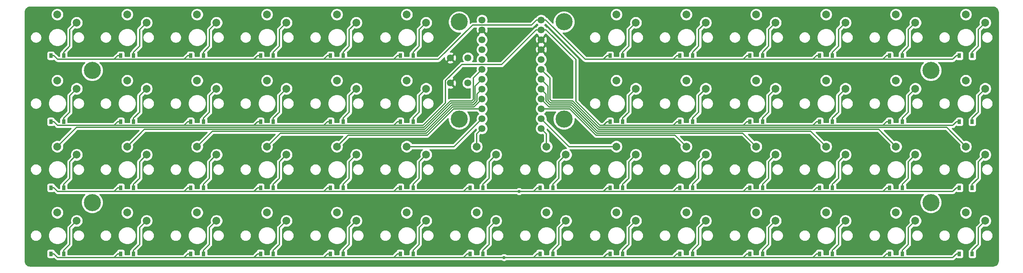
<source format=gbl>
G04 #@! TF.GenerationSoftware,KiCad,Pcbnew,(5.1.4)-1*
G04 #@! TF.CreationDate,2021-09-24T23:07:36-04:00*
G04 #@! TF.ProjectId,horizon-choc,686f7269-7a6f-46e2-9d63-686f632e6b69,rev?*
G04 #@! TF.SameCoordinates,Original*
G04 #@! TF.FileFunction,Copper,L2,Bot*
G04 #@! TF.FilePolarity,Positive*
%FSLAX46Y46*%
G04 Gerber Fmt 4.6, Leading zero omitted, Abs format (unit mm)*
G04 Created by KiCad (PCBNEW (5.1.4)-1) date 2021-09-24 23:07:36*
%MOMM*%
%LPD*%
G04 APERTURE LIST*
%ADD10C,2.000000*%
%ADD11R,0.900000X1.200000*%
%ADD12C,0.700000*%
%ADD13C,4.400000*%
%ADD14C,1.800000*%
%ADD15C,0.800000*%
%ADD16C,0.300000*%
%ADD17C,0.250000*%
G04 APERTURE END LIST*
D10*
X211000000Y-131600000D03*
X216000000Y-133700000D03*
X193000000Y-131600000D03*
X198000000Y-133700000D03*
D11*
X212650000Y-142200000D03*
X209350000Y-142200000D03*
X194650000Y-142200000D03*
X191350000Y-142200000D03*
D12*
X216666726Y-123333274D03*
X215500000Y-122850000D03*
X214333274Y-123333274D03*
X213850000Y-124500000D03*
X214333274Y-125666726D03*
X215500000Y-126150000D03*
X216666726Y-125666726D03*
X217150000Y-124500000D03*
D13*
X215500000Y-124500000D03*
D12*
X189666726Y-123333274D03*
X188500000Y-122850000D03*
X187333274Y-123333274D03*
X186850000Y-124500000D03*
X187333274Y-125666726D03*
X188500000Y-126150000D03*
X189666726Y-125666726D03*
X190150000Y-124500000D03*
D13*
X188500000Y-124500000D03*
D12*
X216666726Y-98333274D03*
X215500000Y-97850000D03*
X214333274Y-98333274D03*
X213850000Y-99500000D03*
X214333274Y-100666726D03*
X215500000Y-101150000D03*
X216666726Y-100666726D03*
X217150000Y-99500000D03*
D13*
X215500000Y-99500000D03*
D12*
X189666726Y-98333274D03*
X188500000Y-97850000D03*
X187333274Y-98333274D03*
X186850000Y-99500000D03*
X187333274Y-100666726D03*
X188500000Y-101150000D03*
X189666726Y-100666726D03*
X190150000Y-99500000D03*
D13*
X188500000Y-99500000D03*
D12*
X95166726Y-110833274D03*
X94000000Y-110350000D03*
X92833274Y-110833274D03*
X92350000Y-112000000D03*
X92833274Y-113166726D03*
X94000000Y-113650000D03*
X95166726Y-113166726D03*
X95650000Y-112000000D03*
D13*
X94000000Y-112000000D03*
D14*
X190750000Y-115250000D03*
X186250000Y-115250000D03*
X190750000Y-108750000D03*
X186250000Y-108750000D03*
D12*
X311166726Y-144833274D03*
X310000000Y-144350000D03*
X308833274Y-144833274D03*
X308350000Y-146000000D03*
X308833274Y-147166726D03*
X310000000Y-147650000D03*
X311166726Y-147166726D03*
X311650000Y-146000000D03*
D13*
X310000000Y-146000000D03*
D12*
X311166726Y-110833274D03*
X310000000Y-110350000D03*
X308833274Y-110833274D03*
X308350000Y-112000000D03*
X308833274Y-113166726D03*
X310000000Y-113650000D03*
X311166726Y-113166726D03*
X311650000Y-112000000D03*
D13*
X310000000Y-112000000D03*
D12*
X95166726Y-144833274D03*
X94000000Y-144350000D03*
X92833274Y-144833274D03*
X92350000Y-146000000D03*
X92833274Y-147166726D03*
X94000000Y-147650000D03*
X95166726Y-147166726D03*
X95650000Y-146000000D03*
D13*
X94000000Y-146000000D03*
D11*
X86650000Y-142200000D03*
X83350000Y-142200000D03*
X86650000Y-159200000D03*
X83350000Y-159200000D03*
X86650000Y-125200000D03*
X83350000Y-125200000D03*
X86650000Y-108200000D03*
X83350000Y-108200000D03*
D10*
X85000000Y-97600000D03*
X90000000Y-99700000D03*
X85000000Y-131600000D03*
X90000000Y-133700000D03*
X85000000Y-148600000D03*
X90000000Y-150700000D03*
X85000000Y-114600000D03*
X90000000Y-116700000D03*
D11*
X104650000Y-108200000D03*
X101350000Y-108200000D03*
X122650000Y-108200000D03*
X119350000Y-108200000D03*
X140650000Y-108200000D03*
X137350000Y-108200000D03*
X158650000Y-108200000D03*
X155350000Y-108200000D03*
X176650000Y-108200000D03*
X173350000Y-108200000D03*
X230650000Y-108200000D03*
X227350000Y-108200000D03*
X248650000Y-108200000D03*
X245350000Y-108200000D03*
X266650000Y-108200000D03*
X263350000Y-108200000D03*
X284650000Y-108200000D03*
X281350000Y-108200000D03*
X302650000Y-108200000D03*
X299350000Y-108200000D03*
X320650000Y-108200000D03*
X317350000Y-108200000D03*
X104650000Y-125200000D03*
X101350000Y-125200000D03*
X122650000Y-125200000D03*
X119350000Y-125200000D03*
X140650000Y-125200000D03*
X137350000Y-125200000D03*
X158650000Y-125200000D03*
X155350000Y-125200000D03*
X176650000Y-125200000D03*
X173350000Y-125200000D03*
X230650000Y-125200000D03*
X227350000Y-125200000D03*
X248650000Y-125200000D03*
X245350000Y-125200000D03*
X266650000Y-125200000D03*
X263350000Y-125200000D03*
X284650000Y-125200000D03*
X281350000Y-125200000D03*
X302650000Y-125200000D03*
X299350000Y-125200000D03*
X320650000Y-125200000D03*
X317350000Y-125200000D03*
X104650000Y-142200000D03*
X101350000Y-142200000D03*
X122650000Y-142200000D03*
X119350000Y-142200000D03*
X140650000Y-142200000D03*
X137350000Y-142200000D03*
X158650000Y-142200000D03*
X155350000Y-142200000D03*
X176650000Y-142200000D03*
X173350000Y-142200000D03*
X230650000Y-142200000D03*
X227350000Y-142200000D03*
X248650000Y-142200000D03*
X245350000Y-142200000D03*
X266650000Y-142200000D03*
X263350000Y-142200000D03*
X284650000Y-142200000D03*
X281350000Y-142200000D03*
X302650000Y-142200000D03*
X299350000Y-142200000D03*
X320650000Y-142200000D03*
X317350000Y-142200000D03*
X104650000Y-159200000D03*
X101350000Y-159200000D03*
X122650000Y-159200000D03*
X119350000Y-159200000D03*
X140650000Y-159200000D03*
X137350000Y-159200000D03*
X158650000Y-159200000D03*
X155350000Y-159200000D03*
X176650000Y-159200000D03*
X173350000Y-159200000D03*
X194650000Y-159200000D03*
X191350000Y-159200000D03*
X212650000Y-159200000D03*
X209350000Y-159200000D03*
X230650000Y-159200000D03*
X227350000Y-159200000D03*
X248650000Y-159200000D03*
X245350000Y-159200000D03*
X266650000Y-159200000D03*
X263350000Y-159200000D03*
X284650000Y-159200000D03*
X281350000Y-159200000D03*
X302650000Y-159200000D03*
X299350000Y-159200000D03*
X320650000Y-159200000D03*
X317350000Y-159200000D03*
D10*
X103000000Y-97600000D03*
X108000000Y-99700000D03*
X121000000Y-97600000D03*
X126000000Y-99700000D03*
X139000000Y-97600000D03*
X144000000Y-99700000D03*
X157000000Y-97600000D03*
X162000000Y-99700000D03*
X229000000Y-97600000D03*
X234000000Y-99700000D03*
X247000000Y-97600000D03*
X252000000Y-99700000D03*
X265000000Y-97600000D03*
X270000000Y-99700000D03*
X283000000Y-97600000D03*
X288000000Y-99700000D03*
X301000000Y-97600000D03*
X306000000Y-99700000D03*
X319000000Y-97600000D03*
X324000000Y-99700000D03*
X103000000Y-114600000D03*
X108000000Y-116700000D03*
X121000000Y-114600000D03*
X126000000Y-116700000D03*
X139000000Y-114600000D03*
X144000000Y-116700000D03*
X157000000Y-114600000D03*
X162000000Y-116700000D03*
X175000000Y-114600000D03*
X180000000Y-116700000D03*
X229000000Y-114600000D03*
X234000000Y-116700000D03*
X247000000Y-114600000D03*
X252000000Y-116700000D03*
X265000000Y-114600000D03*
X270000000Y-116700000D03*
X283000000Y-114600000D03*
X288000000Y-116700000D03*
X301000000Y-114600000D03*
X306000000Y-116700000D03*
X319000000Y-114600000D03*
X324000000Y-116700000D03*
X103000000Y-131600000D03*
X108000000Y-133700000D03*
X121000000Y-131600000D03*
X126000000Y-133700000D03*
X139000000Y-131600000D03*
X144000000Y-133700000D03*
X157000000Y-131600000D03*
X162000000Y-133700000D03*
X175000000Y-131600000D03*
X180000000Y-133700000D03*
X229000000Y-131600000D03*
X234000000Y-133700000D03*
X247000000Y-131600000D03*
X252000000Y-133700000D03*
X265000000Y-131600000D03*
X270000000Y-133700000D03*
X283000000Y-131600000D03*
X288000000Y-133700000D03*
X301000000Y-131600000D03*
X306000000Y-133700000D03*
X319000000Y-131600000D03*
X324000000Y-133700000D03*
X103000000Y-148600000D03*
X108000000Y-150700000D03*
X121000000Y-148600000D03*
X126000000Y-150700000D03*
X139000000Y-148600000D03*
X144000000Y-150700000D03*
X157000000Y-148600000D03*
X162000000Y-150700000D03*
X175000000Y-148600000D03*
X180000000Y-150700000D03*
X193000000Y-148600000D03*
X198000000Y-150700000D03*
X211000000Y-148600000D03*
X216000000Y-150700000D03*
X229000000Y-148600000D03*
X234000000Y-150700000D03*
X247000000Y-148600000D03*
X252000000Y-150700000D03*
X265000000Y-148600000D03*
X270000000Y-150700000D03*
X283000000Y-148600000D03*
X288000000Y-150700000D03*
X301000000Y-148600000D03*
X306000000Y-150700000D03*
X319000000Y-148600000D03*
X324000000Y-150700000D03*
X175000000Y-97600000D03*
X180000000Y-99700000D03*
D14*
X209620000Y-99030000D03*
X209620000Y-101570000D03*
X209620000Y-104110000D03*
X209620000Y-106650000D03*
X209620000Y-109190000D03*
X209620000Y-111730000D03*
X209620000Y-114270000D03*
X209620000Y-116810000D03*
X209620000Y-119350000D03*
X209620000Y-121890000D03*
X209620000Y-124430000D03*
X194380000Y-126970000D03*
X194380000Y-124430000D03*
X194380000Y-121890000D03*
X194380000Y-119350000D03*
X194380000Y-116810000D03*
X194380000Y-114270000D03*
X194380000Y-111730000D03*
X194380000Y-109190000D03*
X194380000Y-106650000D03*
X194380000Y-104110000D03*
X194380000Y-101570000D03*
X209620000Y-126970000D03*
X194380000Y-99030000D03*
D15*
X203949999Y-143150001D03*
X200050001Y-160150001D03*
D16*
X90000000Y-99700000D02*
X88200000Y-101500000D01*
X88200000Y-101500000D02*
X88200000Y-105750000D01*
X88200000Y-105750000D02*
X86650000Y-107300000D01*
X86650000Y-107300000D02*
X86650000Y-108200000D01*
X108000000Y-99700000D02*
X106200000Y-101500000D01*
X106200000Y-101500000D02*
X106200000Y-105750000D01*
X106200000Y-105750000D02*
X104650000Y-107300000D01*
X104650000Y-107300000D02*
X104650000Y-108200000D01*
X126000000Y-99700000D02*
X124200000Y-101500000D01*
X124200000Y-105750000D02*
X122650000Y-107300000D01*
X124200000Y-101500000D02*
X124200000Y-105750000D01*
X122650000Y-107300000D02*
X122650000Y-108200000D01*
X142200000Y-105750000D02*
X140650000Y-107300000D01*
X140650000Y-107300000D02*
X140650000Y-108200000D01*
X142200000Y-101500000D02*
X142200000Y-105750000D01*
X144000000Y-99700000D02*
X142200000Y-101500000D01*
X160200000Y-101500000D02*
X160200000Y-105750000D01*
X162000000Y-99700000D02*
X160200000Y-101500000D01*
X160200000Y-105750000D02*
X158650000Y-107300000D01*
X158650000Y-107300000D02*
X158650000Y-108200000D01*
X180000000Y-99700000D02*
X178200000Y-101500000D01*
X178200000Y-105750000D02*
X176650000Y-107300000D01*
X178200000Y-101500000D02*
X178200000Y-105750000D01*
X176650000Y-107300000D02*
X176650000Y-108200000D01*
X234000000Y-99700000D02*
X232200000Y-101500000D01*
X232200000Y-105750000D02*
X230650000Y-107300000D01*
X230650000Y-107300000D02*
X230650000Y-108200000D01*
X232200000Y-101500000D02*
X232200000Y-105750000D01*
X248650000Y-107300000D02*
X248650000Y-108200000D01*
X252000000Y-99700000D02*
X250200000Y-101500000D01*
X250200000Y-101500000D02*
X250200000Y-105750000D01*
X250200000Y-105750000D02*
X248650000Y-107300000D01*
X268200000Y-101500000D02*
X268200000Y-105750000D01*
X266650000Y-107300000D02*
X266650000Y-108200000D01*
X270000000Y-99700000D02*
X268200000Y-101500000D01*
X268200000Y-105750000D02*
X266650000Y-107300000D01*
X288000000Y-99700000D02*
X286200000Y-101500000D01*
X286200000Y-105750000D02*
X284650000Y-107300000D01*
X286200000Y-101500000D02*
X286200000Y-105750000D01*
X284650000Y-107300000D02*
X284650000Y-108200000D01*
X304200000Y-101500000D02*
X304200000Y-105750000D01*
X306000000Y-99700000D02*
X304200000Y-101500000D01*
X304200000Y-105750000D02*
X302650000Y-107300000D01*
X302650000Y-107300000D02*
X302650000Y-108200000D01*
X320650000Y-107300000D02*
X320650000Y-108200000D01*
X322200000Y-101500000D02*
X322200000Y-105750000D01*
X324000000Y-99700000D02*
X322200000Y-101500000D01*
X322200000Y-105750000D02*
X320650000Y-107300000D01*
X88200000Y-118500000D02*
X88200000Y-122750000D01*
X88200000Y-122750000D02*
X86650000Y-124300000D01*
X90000000Y-116700000D02*
X88200000Y-118500000D01*
X86650000Y-124300000D02*
X86650000Y-125200000D01*
X104650000Y-124300000D02*
X104650000Y-125200000D01*
X108000000Y-116700000D02*
X106200000Y-118500000D01*
X106200000Y-122750000D02*
X104650000Y-124300000D01*
X106200000Y-118500000D02*
X106200000Y-122750000D01*
X124200000Y-122750000D02*
X122650000Y-124300000D01*
X124200000Y-118500000D02*
X124200000Y-122750000D01*
X122650000Y-124300000D02*
X122650000Y-125200000D01*
X126000000Y-116700000D02*
X124200000Y-118500000D01*
X142200000Y-118500000D02*
X142200000Y-122750000D01*
X140650000Y-124300000D02*
X140650000Y-125200000D01*
X144000000Y-116700000D02*
X142200000Y-118500000D01*
X142200000Y-122750000D02*
X140650000Y-124300000D01*
X160200000Y-122750000D02*
X158650000Y-124300000D01*
X160200000Y-118500000D02*
X160200000Y-122750000D01*
X158650000Y-124300000D02*
X158650000Y-125200000D01*
X162000000Y-116700000D02*
X160200000Y-118500000D01*
X180000000Y-116700000D02*
X178200000Y-118500000D01*
X176650000Y-124300000D02*
X176650000Y-125200000D01*
X178200000Y-122750000D02*
X176650000Y-124300000D01*
X178200000Y-118500000D02*
X178200000Y-122750000D01*
X232200000Y-122750000D02*
X230650000Y-124300000D01*
X232200000Y-118500000D02*
X232200000Y-122750000D01*
X230650000Y-124300000D02*
X230650000Y-125200000D01*
X234000000Y-116700000D02*
X232200000Y-118500000D01*
X252000000Y-116700000D02*
X250200000Y-118500000D01*
X248650000Y-124300000D02*
X248650000Y-125200000D01*
X250200000Y-118500000D02*
X250200000Y-122750000D01*
X250200000Y-122750000D02*
X248650000Y-124300000D01*
X268200000Y-122750000D02*
X266650000Y-124300000D01*
X268200000Y-118500000D02*
X268200000Y-122750000D01*
X266650000Y-124300000D02*
X266650000Y-125200000D01*
X270000000Y-116700000D02*
X268200000Y-118500000D01*
X286200000Y-118500000D02*
X286200000Y-122750000D01*
X288000000Y-116700000D02*
X286200000Y-118500000D01*
X284650000Y-124300000D02*
X284650000Y-125200000D01*
X286200000Y-122750000D02*
X284650000Y-124300000D01*
X302650000Y-124300000D02*
X302650000Y-125200000D01*
X304200000Y-122750000D02*
X302650000Y-124300000D01*
X306000000Y-116700000D02*
X304200000Y-118500000D01*
X304200000Y-118500000D02*
X304200000Y-122750000D01*
X320650000Y-124300000D02*
X320650000Y-125200000D01*
X322200000Y-118500000D02*
X322200000Y-122750000D01*
X324000000Y-116700000D02*
X322200000Y-118500000D01*
X322200000Y-122750000D02*
X320650000Y-124300000D01*
X90000000Y-133700000D02*
X88200000Y-135500000D01*
X86650000Y-141300000D02*
X86650000Y-142200000D01*
X88200000Y-139750000D02*
X86650000Y-141300000D01*
X88200000Y-135500000D02*
X88200000Y-139750000D01*
X106200000Y-139750000D02*
X104650000Y-141300000D01*
X108000000Y-133700000D02*
X106200000Y-135500000D01*
X106200000Y-135500000D02*
X106200000Y-139750000D01*
X104650000Y-141300000D02*
X104650000Y-142200000D01*
X124200000Y-139750000D02*
X122650000Y-141300000D01*
X126000000Y-133700000D02*
X124200000Y-135500000D01*
X122650000Y-141300000D02*
X122650000Y-142200000D01*
X124200000Y-135500000D02*
X124200000Y-139750000D01*
X140650000Y-141300000D02*
X140650000Y-142200000D01*
X142200000Y-135500000D02*
X142200000Y-139750000D01*
X142200000Y-139750000D02*
X140650000Y-141300000D01*
X144000000Y-133700000D02*
X142200000Y-135500000D01*
X162000000Y-133700000D02*
X160200000Y-135500000D01*
X158650000Y-141300000D02*
X158650000Y-142200000D01*
X160200000Y-139750000D02*
X158650000Y-141300000D01*
X160200000Y-135500000D02*
X160200000Y-139750000D01*
X176650000Y-141300000D02*
X176650000Y-142200000D01*
X180000000Y-133700000D02*
X178200000Y-135500000D01*
X178200000Y-135500000D02*
X178200000Y-139750000D01*
X178200000Y-139750000D02*
X176650000Y-141300000D01*
X196200000Y-139750000D02*
X194650000Y-141300000D01*
X198000000Y-133700000D02*
X196200000Y-135500000D01*
X194650000Y-141300000D02*
X194650000Y-142200000D01*
X196200000Y-135500000D02*
X196200000Y-139750000D01*
X214200000Y-135500000D02*
X214200000Y-139750000D01*
X214200000Y-139750000D02*
X212650000Y-141300000D01*
X212650000Y-141300000D02*
X212650000Y-142200000D01*
X216000000Y-133700000D02*
X214200000Y-135500000D01*
X232200000Y-139750000D02*
X230650000Y-141300000D01*
X234000000Y-133700000D02*
X232200000Y-135500000D01*
X230650000Y-141300000D02*
X230650000Y-142200000D01*
X232200000Y-135500000D02*
X232200000Y-139750000D01*
X250200000Y-139750000D02*
X248650000Y-141300000D01*
X252000000Y-133700000D02*
X250200000Y-135500000D01*
X248650000Y-141300000D02*
X248650000Y-142200000D01*
X250200000Y-135500000D02*
X250200000Y-139750000D01*
X266650000Y-141300000D02*
X266650000Y-142200000D01*
X268200000Y-135500000D02*
X268200000Y-139750000D01*
X270000000Y-133700000D02*
X268200000Y-135500000D01*
X268200000Y-139750000D02*
X266650000Y-141300000D01*
X284650000Y-141300000D02*
X284650000Y-142200000D01*
X286200000Y-135500000D02*
X286200000Y-139750000D01*
X288000000Y-133700000D02*
X286200000Y-135500000D01*
X286200000Y-139750000D02*
X284650000Y-141300000D01*
X302650000Y-141300000D02*
X302650000Y-142200000D01*
X304200000Y-139750000D02*
X302650000Y-141300000D01*
X306000000Y-133700000D02*
X304200000Y-135500000D01*
X304200000Y-135500000D02*
X304200000Y-139750000D01*
X322200000Y-139750000D02*
X320650000Y-141300000D01*
X324000000Y-133700000D02*
X322200000Y-135500000D01*
X320650000Y-141300000D02*
X320650000Y-142200000D01*
X322200000Y-135500000D02*
X322200000Y-139750000D01*
X88200000Y-156750000D02*
X86650000Y-158300000D01*
X88200000Y-152500000D02*
X88200000Y-156750000D01*
X86650000Y-158300000D02*
X86650000Y-159200000D01*
X90000000Y-150700000D02*
X88200000Y-152500000D01*
X108000000Y-150700000D02*
X106200000Y-152500000D01*
X104650000Y-158300000D02*
X104650000Y-159200000D01*
X106200000Y-156750000D02*
X104650000Y-158300000D01*
X106200000Y-152500000D02*
X106200000Y-156750000D01*
X126000000Y-150700000D02*
X124200000Y-152500000D01*
X124200000Y-152500000D02*
X124200000Y-156750000D01*
X122650000Y-158300000D02*
X122650000Y-159200000D01*
X124200000Y-156750000D02*
X122650000Y-158300000D01*
X142200000Y-156750000D02*
X140650000Y-158300000D01*
X144000000Y-150700000D02*
X142200000Y-152500000D01*
X142200000Y-152500000D02*
X142200000Y-156750000D01*
X140650000Y-158300000D02*
X140650000Y-159200000D01*
X191718680Y-119889960D02*
X192129979Y-119478661D01*
X89949989Y-126650011D02*
X179459989Y-126650011D01*
X186220040Y-119889960D02*
X191718680Y-119889960D01*
X85000000Y-131600000D02*
X89949989Y-126650011D01*
X179459989Y-126650011D02*
X186220040Y-119889960D01*
X192129979Y-119478661D02*
X192129979Y-113980021D01*
X192129979Y-113980021D02*
X193480001Y-112629999D01*
X193480001Y-112629999D02*
X194380000Y-111730000D01*
X192629989Y-116020011D02*
X193480001Y-115169999D01*
X107449979Y-127150021D02*
X179667099Y-127150021D01*
X103000000Y-131600000D02*
X107449979Y-127150021D01*
X186427150Y-120389970D02*
X191925790Y-120389970D01*
X179667099Y-127150021D02*
X186427150Y-120389970D01*
X193480001Y-115169999D02*
X194380000Y-114270000D01*
X191925790Y-120389970D02*
X192629989Y-119685771D01*
X192629989Y-119685771D02*
X192629989Y-116020011D01*
X192132900Y-120889980D02*
X193129999Y-119892881D01*
X124949969Y-127650031D02*
X179874209Y-127650031D01*
X121000000Y-131600000D02*
X124949969Y-127650031D01*
X186634260Y-120889980D02*
X192132900Y-120889980D01*
X179874209Y-127650031D02*
X186634260Y-120889980D01*
X193129999Y-119892881D02*
X193129999Y-118060001D01*
X193129999Y-118060001D02*
X193480001Y-117709999D01*
X193480001Y-117709999D02*
X194380000Y-116810000D01*
X142449959Y-128150041D02*
X180081319Y-128150041D01*
X139000000Y-131600000D02*
X142449959Y-128150041D01*
X180081319Y-128150041D02*
X186841370Y-121389990D01*
X192340010Y-121389990D02*
X194380000Y-119350000D01*
X186841370Y-121389990D02*
X192340010Y-121389990D01*
X187048480Y-121890000D02*
X194380000Y-121890000D01*
X180288429Y-128650051D02*
X187048480Y-121890000D01*
X157000000Y-131600000D02*
X159949949Y-128650051D01*
X159949949Y-128650051D02*
X180288429Y-128650051D01*
X175000000Y-131600000D02*
X187210000Y-131600000D01*
X187210000Y-131600000D02*
X194380000Y-124430000D01*
X243649999Y-109150001D02*
X244600000Y-108200000D01*
X279649999Y-109150001D02*
X280600000Y-108200000D01*
X136600000Y-108200000D02*
X137350000Y-108200000D01*
X226600000Y-108200000D02*
X227350000Y-108200000D01*
X315649999Y-109150001D02*
X316600000Y-108200000D01*
X118600000Y-108200000D02*
X119350000Y-108200000D01*
X225649999Y-109150001D02*
X315649999Y-109150001D01*
X172600000Y-108200000D02*
X173350000Y-108200000D01*
X316600000Y-108200000D02*
X317350000Y-108200000D01*
X244600000Y-108200000D02*
X245350000Y-108200000D01*
X135649999Y-109150001D02*
X136600000Y-108200000D01*
X154600000Y-108200000D02*
X155350000Y-108200000D01*
X171649999Y-109150001D02*
X172600000Y-108200000D01*
X100600000Y-108200000D02*
X101350000Y-108200000D01*
X280600000Y-108200000D02*
X281350000Y-108200000D01*
X262600000Y-108200000D02*
X263350000Y-108200000D01*
X298600000Y-108200000D02*
X299350000Y-108200000D01*
X99649999Y-109150001D02*
X100600000Y-108200000D01*
X117649999Y-109150001D02*
X118600000Y-108200000D01*
X225649999Y-109150001D02*
X226600000Y-108200000D01*
X153649999Y-109150001D02*
X154600000Y-108200000D01*
X225649999Y-109150001D02*
X221375999Y-109150001D01*
X297649999Y-109150001D02*
X298600000Y-108200000D01*
X261649999Y-109150001D02*
X262600000Y-108200000D01*
X220940001Y-109150001D02*
X221375999Y-109150001D01*
X210820000Y-99030000D02*
X220940001Y-109150001D01*
X209620000Y-99030000D02*
X210820000Y-99030000D01*
X84100000Y-108200000D02*
X83350000Y-108200000D01*
X209620000Y-99030000D02*
X208420000Y-99030000D01*
X208420000Y-99030000D02*
X207130001Y-100319999D01*
X207130001Y-100319999D02*
X191977999Y-100319999D01*
X191977999Y-100319999D02*
X183147997Y-109150001D01*
X183147997Y-109150001D02*
X85050001Y-109150001D01*
X85050001Y-109150001D02*
X84100000Y-108200000D01*
X99649999Y-126150001D02*
X100600000Y-125200000D01*
X262600000Y-125200000D02*
X263350000Y-125200000D01*
X118600000Y-125200000D02*
X119350000Y-125200000D01*
X171649999Y-126150001D02*
X172600000Y-125200000D01*
X136600000Y-125200000D02*
X137350000Y-125200000D01*
X100600000Y-125200000D02*
X101350000Y-125200000D01*
X280600000Y-125200000D02*
X281350000Y-125200000D01*
X243649999Y-126150001D02*
X244600000Y-125200000D01*
X154600000Y-125200000D02*
X155350000Y-125200000D01*
X135649999Y-126150001D02*
X136600000Y-125200000D01*
X172600000Y-125200000D02*
X173350000Y-125200000D01*
X117649999Y-126150001D02*
X118600000Y-125200000D01*
X153649999Y-126150001D02*
X154600000Y-125200000D01*
X226600000Y-125200000D02*
X227350000Y-125200000D01*
X316600000Y-125200000D02*
X317350000Y-125200000D01*
X244600000Y-125200000D02*
X245350000Y-125200000D01*
X315649999Y-126150001D02*
X316600000Y-125200000D01*
X279649999Y-126150001D02*
X280600000Y-125200000D01*
X298600000Y-125200000D02*
X299350000Y-125200000D01*
X297649999Y-126150001D02*
X298600000Y-125200000D01*
X261649999Y-126150001D02*
X262600000Y-125200000D01*
X225649999Y-126150001D02*
X315649999Y-126150001D01*
X225649999Y-126150001D02*
X226600000Y-125200000D01*
X84100000Y-125200000D02*
X83350000Y-125200000D01*
X209620000Y-101570000D02*
X208347208Y-101570000D01*
X208347208Y-101570000D02*
X199437209Y-110479999D01*
X199437209Y-110479999D02*
X189169999Y-110479999D01*
X189169999Y-110479999D02*
X184999999Y-114649999D01*
X184999999Y-114649999D02*
X184999999Y-120402881D01*
X85050001Y-126150001D02*
X84100000Y-125200000D01*
X179252879Y-126150001D02*
X85050001Y-126150001D01*
X184999999Y-120402881D02*
X179252879Y-126150001D01*
X224747121Y-126150001D02*
X225649999Y-126150001D01*
X218550001Y-119952881D02*
X224747121Y-126150001D01*
X218550001Y-109227209D02*
X218550001Y-119952881D01*
X210892792Y-101570000D02*
X218550001Y-109227209D01*
X209620000Y-101570000D02*
X210892792Y-101570000D01*
X243649999Y-143150001D02*
X244600000Y-142200000D01*
X189649999Y-143150001D02*
X190600000Y-142200000D01*
X244600000Y-142200000D02*
X245350000Y-142200000D01*
X279649999Y-143150001D02*
X280600000Y-142200000D01*
X225649999Y-143150001D02*
X226600000Y-142200000D01*
X171649999Y-143150001D02*
X172600000Y-142200000D01*
X136600000Y-142200000D02*
X137350000Y-142200000D01*
X117649999Y-143150001D02*
X118600000Y-142200000D01*
X208600000Y-142200000D02*
X209350000Y-142200000D01*
X190600000Y-142200000D02*
X191350000Y-142200000D01*
X172600000Y-142200000D02*
X173350000Y-142200000D01*
X226600000Y-142200000D02*
X227350000Y-142200000D01*
X298600000Y-142200000D02*
X299350000Y-142200000D01*
X297649999Y-143150001D02*
X298600000Y-142200000D01*
X262600000Y-142200000D02*
X263350000Y-142200000D01*
X99649999Y-143150001D02*
X100600000Y-142200000D01*
X261649999Y-143150001D02*
X262600000Y-142200000D01*
X207649999Y-143150001D02*
X208600000Y-142200000D01*
X83350000Y-142200000D02*
X84100000Y-142200000D01*
X153649999Y-143150001D02*
X154600000Y-142200000D01*
X316600000Y-142200000D02*
X317350000Y-142200000D01*
X154600000Y-142200000D02*
X155350000Y-142200000D01*
X203949999Y-143150001D02*
X315649999Y-143150001D01*
X315649999Y-143150001D02*
X316600000Y-142200000D01*
X85050001Y-143150001D02*
X202050001Y-143150001D01*
X84100000Y-142200000D02*
X85050001Y-143150001D01*
X202050001Y-143150001D02*
X203949999Y-143150001D01*
X100600000Y-142200000D02*
X101350000Y-142200000D01*
X280600000Y-142200000D02*
X281350000Y-142200000D01*
X135649999Y-143150001D02*
X136600000Y-142200000D01*
X118600000Y-142200000D02*
X119350000Y-142200000D01*
X100600000Y-159200000D02*
X101350000Y-159200000D01*
X189649999Y-160150001D02*
X190600000Y-159200000D01*
X226600000Y-159200000D02*
X227350000Y-159200000D01*
X261649999Y-160150001D02*
X262600000Y-159200000D01*
X190600000Y-159200000D02*
X191350000Y-159200000D01*
X207649999Y-160150001D02*
X208600000Y-159200000D01*
X316600000Y-159200000D02*
X317350000Y-159200000D01*
X85050001Y-160150001D02*
X200050001Y-160150001D01*
X280600000Y-159200000D02*
X281350000Y-159200000D01*
X298600000Y-159200000D02*
X299350000Y-159200000D01*
X84100000Y-159200000D02*
X85050001Y-160150001D01*
X297649999Y-160150001D02*
X298600000Y-159200000D01*
X200050001Y-160150001D02*
X201950001Y-160150001D01*
X153649999Y-160150001D02*
X154600000Y-159200000D01*
X172600000Y-159200000D02*
X173350000Y-159200000D01*
X262600000Y-159200000D02*
X263350000Y-159200000D01*
X117649999Y-160150001D02*
X118600000Y-159200000D01*
X208600000Y-159200000D02*
X209350000Y-159200000D01*
X135649999Y-160150001D02*
X136600000Y-159200000D01*
X244600000Y-159200000D02*
X245350000Y-159200000D01*
X279649999Y-160150001D02*
X280600000Y-159200000D01*
X99649999Y-160150001D02*
X100600000Y-159200000D01*
X83350000Y-159200000D02*
X84100000Y-159200000D01*
X201950001Y-160150001D02*
X315649999Y-160150001D01*
X225649999Y-160150001D02*
X226600000Y-159200000D01*
X118600000Y-159200000D02*
X119350000Y-159200000D01*
X315649999Y-160150001D02*
X316600000Y-159200000D01*
X171649999Y-160150001D02*
X172600000Y-159200000D01*
X136600000Y-159200000D02*
X137350000Y-159200000D01*
X154600000Y-159200000D02*
X155350000Y-159200000D01*
X243649999Y-160150001D02*
X244600000Y-159200000D01*
X160200000Y-152500000D02*
X160200000Y-156750000D01*
X162000000Y-150700000D02*
X160200000Y-152500000D01*
X158650000Y-158300000D02*
X158650000Y-159200000D01*
X160200000Y-156750000D02*
X158650000Y-158300000D01*
X178200000Y-156750000D02*
X176650000Y-158300000D01*
X178200000Y-152500000D02*
X178200000Y-156750000D01*
X180000000Y-150700000D02*
X178200000Y-152500000D01*
X176650000Y-158300000D02*
X176650000Y-159200000D01*
X196200000Y-152500000D02*
X196200000Y-156750000D01*
X198000000Y-150700000D02*
X196200000Y-152500000D01*
X196200000Y-156750000D02*
X194650000Y-158300000D01*
X194650000Y-158300000D02*
X194650000Y-159200000D01*
X216000000Y-150700000D02*
X214200000Y-152500000D01*
X214200000Y-156750000D02*
X212650000Y-158300000D01*
X212650000Y-158300000D02*
X212650000Y-159200000D01*
X214200000Y-152500000D02*
X214200000Y-156750000D01*
X232200000Y-152500000D02*
X232200000Y-156750000D01*
X230650000Y-158300000D02*
X230650000Y-159200000D01*
X234000000Y-150700000D02*
X232200000Y-152500000D01*
X232200000Y-156750000D02*
X230650000Y-158300000D01*
X250200000Y-152500000D02*
X250200000Y-156750000D01*
X250200000Y-156750000D02*
X248650000Y-158300000D01*
X248650000Y-158300000D02*
X248650000Y-159200000D01*
X252000000Y-150700000D02*
X250200000Y-152500000D01*
X270000000Y-150700000D02*
X268200000Y-152500000D01*
X266650000Y-158300000D02*
X266650000Y-159200000D01*
X268200000Y-152500000D02*
X268200000Y-156750000D01*
X268200000Y-156750000D02*
X266650000Y-158300000D01*
X286200000Y-156750000D02*
X284650000Y-158300000D01*
X288000000Y-150700000D02*
X286200000Y-152500000D01*
X286200000Y-152500000D02*
X286200000Y-156750000D01*
X284650000Y-158300000D02*
X284650000Y-159200000D01*
X229000000Y-131600000D02*
X216790000Y-131600000D01*
X216790000Y-131600000D02*
X209620000Y-124430000D01*
X209620000Y-121890000D02*
X216951520Y-121890000D01*
X216951520Y-121890000D02*
X223711571Y-128650051D01*
X223711571Y-128650051D02*
X244050051Y-128650051D01*
X244050051Y-128650051D02*
X247000000Y-131600000D01*
X217158630Y-121389990D02*
X223918681Y-128150041D01*
X223918681Y-128150041D02*
X261550041Y-128150041D01*
X211659990Y-121389990D02*
X217158630Y-121389990D01*
X209620000Y-119350000D02*
X211659990Y-121389990D01*
X261550041Y-128150041D02*
X265000000Y-131600000D01*
X210870001Y-118060001D02*
X210870001Y-119892881D01*
X209620000Y-116810000D02*
X210870001Y-118060001D01*
X210870001Y-119892881D02*
X211867100Y-120889980D01*
X279050031Y-127650031D02*
X283000000Y-131600000D01*
X224125791Y-127650031D02*
X279050031Y-127650031D01*
X217365740Y-120889980D02*
X224125791Y-127650031D01*
X211867100Y-120889980D02*
X217365740Y-120889980D01*
X301000000Y-131600000D02*
X296550021Y-127150021D01*
X211370011Y-119685771D02*
X211370011Y-116020011D01*
X218041440Y-120858560D02*
X217572850Y-120389970D01*
X217572850Y-120389970D02*
X212074210Y-120389970D01*
X211370011Y-116020011D02*
X210519999Y-115169999D01*
X224332901Y-127150021D02*
X218041440Y-120858560D01*
X296550021Y-127150021D02*
X224332901Y-127150021D01*
X210519999Y-115169999D02*
X209620000Y-114270000D01*
X212074210Y-120389970D02*
X211370011Y-119685771D01*
X217779960Y-119889960D02*
X212281320Y-119889960D01*
X314050011Y-126650011D02*
X224540011Y-126650011D01*
X218395000Y-120505000D02*
X217779960Y-119889960D01*
X211870021Y-119478661D02*
X211870021Y-113980021D01*
X211870021Y-113980021D02*
X210519999Y-112629999D01*
X319000000Y-131600000D02*
X314050011Y-126650011D01*
X224540011Y-126650011D02*
X218395000Y-120505000D01*
X212281320Y-119889960D02*
X211870021Y-119478661D01*
X210519999Y-112629999D02*
X209620000Y-111730000D01*
X193000000Y-128350000D02*
X194380000Y-126970000D01*
X193000000Y-131600000D02*
X193000000Y-128350000D01*
X211000000Y-131600000D02*
X211000000Y-128350000D01*
X211000000Y-128350000D02*
X209620000Y-126970000D01*
X306000000Y-150700000D02*
X304200000Y-152500000D01*
X302650000Y-158300000D02*
X302650000Y-159200000D01*
X304200000Y-156750000D02*
X302650000Y-158300000D01*
X304200000Y-152500000D02*
X304200000Y-156750000D01*
X322200000Y-152500000D02*
X322200000Y-156750000D01*
X324000000Y-150700000D02*
X322200000Y-152500000D01*
X320650000Y-158300000D02*
X320650000Y-159200000D01*
X322200000Y-156750000D02*
X320650000Y-158300000D01*
D17*
G36*
X326261611Y-95678769D02*
G01*
X326513258Y-95754745D01*
X326745353Y-95878152D01*
X326949060Y-96044292D01*
X327116616Y-96246832D01*
X327241641Y-96478062D01*
X327319373Y-96729172D01*
X327350000Y-97020567D01*
X327350001Y-160968197D01*
X327321231Y-161261612D01*
X327245255Y-161513256D01*
X327121846Y-161745354D01*
X326955709Y-161949058D01*
X326753168Y-162116616D01*
X326521938Y-162241641D01*
X326270828Y-162319373D01*
X325979433Y-162350000D01*
X78031793Y-162350000D01*
X77738388Y-162321231D01*
X77486744Y-162245255D01*
X77254646Y-162121846D01*
X77050942Y-161955709D01*
X76883384Y-161753168D01*
X76758359Y-161521938D01*
X76680627Y-161270828D01*
X76650000Y-160979433D01*
X76650000Y-158600000D01*
X82271976Y-158600000D01*
X82271976Y-159800000D01*
X82284043Y-159922521D01*
X82319781Y-160040334D01*
X82377817Y-160148911D01*
X82455920Y-160244080D01*
X82551089Y-160322183D01*
X82659666Y-160380219D01*
X82777479Y-160415957D01*
X82900000Y-160428024D01*
X83800000Y-160428024D01*
X83922521Y-160415957D01*
X84040334Y-160380219D01*
X84134090Y-160330105D01*
X84475073Y-160671088D01*
X84499342Y-160700660D01*
X84617351Y-160797507D01*
X84751987Y-160869471D01*
X84898075Y-160913787D01*
X85011936Y-160925001D01*
X85011937Y-160925001D01*
X85050000Y-160928750D01*
X85088063Y-160925001D01*
X99611936Y-160925001D01*
X99649999Y-160928750D01*
X99688062Y-160925001D01*
X117611936Y-160925001D01*
X117649999Y-160928750D01*
X117688062Y-160925001D01*
X135611936Y-160925001D01*
X135649999Y-160928750D01*
X135688062Y-160925001D01*
X153611936Y-160925001D01*
X153649999Y-160928750D01*
X153688062Y-160925001D01*
X171611936Y-160925001D01*
X171649999Y-160928750D01*
X171688062Y-160925001D01*
X189611936Y-160925001D01*
X189649999Y-160928750D01*
X189688062Y-160925001D01*
X199375431Y-160925001D01*
X199396601Y-160946171D01*
X199564481Y-161058345D01*
X199751019Y-161135611D01*
X199949047Y-161175001D01*
X200150955Y-161175001D01*
X200348983Y-161135611D01*
X200535521Y-161058345D01*
X200703401Y-160946171D01*
X200724571Y-160925001D01*
X207611936Y-160925001D01*
X207649999Y-160928750D01*
X207688062Y-160925001D01*
X225611936Y-160925001D01*
X225649999Y-160928750D01*
X225688062Y-160925001D01*
X243611936Y-160925001D01*
X243649999Y-160928750D01*
X243688062Y-160925001D01*
X261611936Y-160925001D01*
X261649999Y-160928750D01*
X261688062Y-160925001D01*
X279611936Y-160925001D01*
X279649999Y-160928750D01*
X279688062Y-160925001D01*
X297611936Y-160925001D01*
X297649999Y-160928750D01*
X297688062Y-160925001D01*
X315611936Y-160925001D01*
X315649999Y-160928750D01*
X315688062Y-160925001D01*
X315688064Y-160925001D01*
X315801925Y-160913787D01*
X315948013Y-160869471D01*
X316082649Y-160797507D01*
X316200658Y-160700660D01*
X316224931Y-160671083D01*
X316565910Y-160330105D01*
X316659666Y-160380219D01*
X316777479Y-160415957D01*
X316900000Y-160428024D01*
X317800000Y-160428024D01*
X317922521Y-160415957D01*
X318040334Y-160380219D01*
X318148911Y-160322183D01*
X318244080Y-160244080D01*
X318322183Y-160148911D01*
X318380219Y-160040334D01*
X318415957Y-159922521D01*
X318428024Y-159800000D01*
X318428024Y-158600000D01*
X319571976Y-158600000D01*
X319571976Y-159800000D01*
X319584043Y-159922521D01*
X319619781Y-160040334D01*
X319677817Y-160148911D01*
X319755920Y-160244080D01*
X319851089Y-160322183D01*
X319959666Y-160380219D01*
X320077479Y-160415957D01*
X320200000Y-160428024D01*
X321100000Y-160428024D01*
X321222521Y-160415957D01*
X321340334Y-160380219D01*
X321448911Y-160322183D01*
X321544080Y-160244080D01*
X321622183Y-160148911D01*
X321680219Y-160040334D01*
X321715957Y-159922521D01*
X321728024Y-159800000D01*
X321728024Y-158600000D01*
X321715957Y-158477479D01*
X321681646Y-158364369D01*
X322721087Y-157324928D01*
X322750659Y-157300659D01*
X322812658Y-157225112D01*
X322847506Y-157182651D01*
X322919469Y-157048015D01*
X322919470Y-157048014D01*
X322963786Y-156901926D01*
X322975000Y-156788065D01*
X322975000Y-156788064D01*
X322978749Y-156750001D01*
X322975000Y-156711938D01*
X322975000Y-154354725D01*
X323025000Y-154354725D01*
X323025000Y-154645275D01*
X323081683Y-154930242D01*
X323192872Y-155198675D01*
X323354293Y-155440258D01*
X323559742Y-155645707D01*
X323801325Y-155807128D01*
X324069758Y-155918317D01*
X324354725Y-155975000D01*
X324645275Y-155975000D01*
X324930242Y-155918317D01*
X325198675Y-155807128D01*
X325440258Y-155645707D01*
X325645707Y-155440258D01*
X325807128Y-155198675D01*
X325918317Y-154930242D01*
X325975000Y-154645275D01*
X325975000Y-154354725D01*
X325918317Y-154069758D01*
X325807128Y-153801325D01*
X325645707Y-153559742D01*
X325440258Y-153354293D01*
X325198675Y-153192872D01*
X324930242Y-153081683D01*
X324645275Y-153025000D01*
X324354725Y-153025000D01*
X324069758Y-153081683D01*
X323801325Y-153192872D01*
X323559742Y-153354293D01*
X323354293Y-153559742D01*
X323192872Y-153801325D01*
X323081683Y-154069758D01*
X323025000Y-154354725D01*
X322975000Y-154354725D01*
X322975000Y-152821014D01*
X323532226Y-152263789D01*
X323839951Y-152325000D01*
X324160049Y-152325000D01*
X324473995Y-152262552D01*
X324769726Y-152140057D01*
X325035877Y-151962220D01*
X325262220Y-151735877D01*
X325440057Y-151469726D01*
X325562552Y-151173995D01*
X325625000Y-150860049D01*
X325625000Y-150539951D01*
X325562552Y-150226005D01*
X325440057Y-149930274D01*
X325262220Y-149664123D01*
X325035877Y-149437780D01*
X324769726Y-149259943D01*
X324473995Y-149137448D01*
X324160049Y-149075000D01*
X323839951Y-149075000D01*
X323526005Y-149137448D01*
X323230274Y-149259943D01*
X322964123Y-149437780D01*
X322737780Y-149664123D01*
X322559943Y-149930274D01*
X322437448Y-150226005D01*
X322375000Y-150539951D01*
X322375000Y-150860049D01*
X322436211Y-151167774D01*
X321678918Y-151925068D01*
X321649341Y-151949341D01*
X321578121Y-152036125D01*
X321552494Y-152067350D01*
X321514029Y-152139314D01*
X321480530Y-152201987D01*
X321436214Y-152348075D01*
X321427199Y-152439611D01*
X321421251Y-152500000D01*
X321425000Y-152538063D01*
X321425001Y-156428984D01*
X320128918Y-157725068D01*
X320099341Y-157749341D01*
X320028121Y-157836125D01*
X320002494Y-157867350D01*
X319964029Y-157939314D01*
X319930530Y-158001987D01*
X319918449Y-158041812D01*
X319851089Y-158077817D01*
X319755920Y-158155920D01*
X319677817Y-158251089D01*
X319619781Y-158359666D01*
X319584043Y-158477479D01*
X319571976Y-158600000D01*
X318428024Y-158600000D01*
X318415957Y-158477479D01*
X318380219Y-158359666D01*
X318322183Y-158251089D01*
X318244080Y-158155920D01*
X318148911Y-158077817D01*
X318040334Y-158019781D01*
X317922521Y-157984043D01*
X317800000Y-157971976D01*
X316900000Y-157971976D01*
X316777479Y-157984043D01*
X316659666Y-158019781D01*
X316551089Y-158077817D01*
X316455920Y-158155920D01*
X316377817Y-158251089D01*
X316319781Y-158359666D01*
X316284043Y-158477479D01*
X316282729Y-158490823D01*
X316167350Y-158552494D01*
X316049341Y-158649341D01*
X316025072Y-158678913D01*
X315328985Y-159375001D01*
X303728024Y-159375001D01*
X303728024Y-158600000D01*
X303715957Y-158477479D01*
X303681646Y-158364369D01*
X304721087Y-157324928D01*
X304750659Y-157300659D01*
X304812658Y-157225112D01*
X304847506Y-157182651D01*
X304919469Y-157048015D01*
X304919470Y-157048014D01*
X304963786Y-156901926D01*
X304975000Y-156788065D01*
X304975000Y-156788064D01*
X304978749Y-156750001D01*
X304975000Y-156711938D01*
X304975000Y-154354725D01*
X305025000Y-154354725D01*
X305025000Y-154645275D01*
X305081683Y-154930242D01*
X305192872Y-155198675D01*
X305354293Y-155440258D01*
X305559742Y-155645707D01*
X305801325Y-155807128D01*
X306069758Y-155918317D01*
X306354725Y-155975000D01*
X306645275Y-155975000D01*
X306930242Y-155918317D01*
X307198675Y-155807128D01*
X307440258Y-155645707D01*
X307645707Y-155440258D01*
X307807128Y-155198675D01*
X307918317Y-154930242D01*
X307975000Y-154645275D01*
X307975000Y-154354725D01*
X312025000Y-154354725D01*
X312025000Y-154645275D01*
X312081683Y-154930242D01*
X312192872Y-155198675D01*
X312354293Y-155440258D01*
X312559742Y-155645707D01*
X312801325Y-155807128D01*
X313069758Y-155918317D01*
X313354725Y-155975000D01*
X313645275Y-155975000D01*
X313930242Y-155918317D01*
X314198675Y-155807128D01*
X314440258Y-155645707D01*
X314645707Y-155440258D01*
X314807128Y-155198675D01*
X314918317Y-154930242D01*
X314975000Y-154645275D01*
X314975000Y-154354725D01*
X314958348Y-154271007D01*
X316675000Y-154271007D01*
X316675000Y-154728993D01*
X316764348Y-155178178D01*
X316939611Y-155601301D01*
X317194054Y-155982101D01*
X317517899Y-156305946D01*
X317898699Y-156560389D01*
X318321822Y-156735652D01*
X318771007Y-156825000D01*
X319228993Y-156825000D01*
X319678178Y-156735652D01*
X320101301Y-156560389D01*
X320482101Y-156305946D01*
X320805946Y-155982101D01*
X321060389Y-155601301D01*
X321235652Y-155178178D01*
X321325000Y-154728993D01*
X321325000Y-154271007D01*
X321235652Y-153821822D01*
X321060389Y-153398699D01*
X320805946Y-153017899D01*
X320482101Y-152694054D01*
X320101301Y-152439611D01*
X319678178Y-152264348D01*
X319228993Y-152175000D01*
X318771007Y-152175000D01*
X318321822Y-152264348D01*
X317898699Y-152439611D01*
X317517899Y-152694054D01*
X317194054Y-153017899D01*
X316939611Y-153398699D01*
X316764348Y-153821822D01*
X316675000Y-154271007D01*
X314958348Y-154271007D01*
X314918317Y-154069758D01*
X314807128Y-153801325D01*
X314645707Y-153559742D01*
X314440258Y-153354293D01*
X314198675Y-153192872D01*
X313930242Y-153081683D01*
X313645275Y-153025000D01*
X313354725Y-153025000D01*
X313069758Y-153081683D01*
X312801325Y-153192872D01*
X312559742Y-153354293D01*
X312354293Y-153559742D01*
X312192872Y-153801325D01*
X312081683Y-154069758D01*
X312025000Y-154354725D01*
X307975000Y-154354725D01*
X307918317Y-154069758D01*
X307807128Y-153801325D01*
X307645707Y-153559742D01*
X307440258Y-153354293D01*
X307198675Y-153192872D01*
X306930242Y-153081683D01*
X306645275Y-153025000D01*
X306354725Y-153025000D01*
X306069758Y-153081683D01*
X305801325Y-153192872D01*
X305559742Y-153354293D01*
X305354293Y-153559742D01*
X305192872Y-153801325D01*
X305081683Y-154069758D01*
X305025000Y-154354725D01*
X304975000Y-154354725D01*
X304975000Y-152821014D01*
X305532226Y-152263789D01*
X305839951Y-152325000D01*
X306160049Y-152325000D01*
X306473995Y-152262552D01*
X306769726Y-152140057D01*
X307035877Y-151962220D01*
X307262220Y-151735877D01*
X307440057Y-151469726D01*
X307562552Y-151173995D01*
X307625000Y-150860049D01*
X307625000Y-150539951D01*
X307562552Y-150226005D01*
X307440057Y-149930274D01*
X307262220Y-149664123D01*
X307035877Y-149437780D01*
X306769726Y-149259943D01*
X306473995Y-149137448D01*
X306160049Y-149075000D01*
X305839951Y-149075000D01*
X305526005Y-149137448D01*
X305230274Y-149259943D01*
X304964123Y-149437780D01*
X304737780Y-149664123D01*
X304559943Y-149930274D01*
X304437448Y-150226005D01*
X304375000Y-150539951D01*
X304375000Y-150860049D01*
X304436211Y-151167774D01*
X303678918Y-151925068D01*
X303649341Y-151949341D01*
X303578121Y-152036125D01*
X303552494Y-152067350D01*
X303514029Y-152139314D01*
X303480530Y-152201987D01*
X303436214Y-152348075D01*
X303427199Y-152439611D01*
X303421251Y-152500000D01*
X303425000Y-152538063D01*
X303425001Y-156428984D01*
X302128918Y-157725068D01*
X302099341Y-157749341D01*
X302028121Y-157836125D01*
X302002494Y-157867350D01*
X301964029Y-157939314D01*
X301930530Y-158001987D01*
X301918449Y-158041812D01*
X301851089Y-158077817D01*
X301755920Y-158155920D01*
X301677817Y-158251089D01*
X301619781Y-158359666D01*
X301584043Y-158477479D01*
X301571976Y-158600000D01*
X301571976Y-159375001D01*
X300428024Y-159375001D01*
X300428024Y-158600000D01*
X300415957Y-158477479D01*
X300380219Y-158359666D01*
X300322183Y-158251089D01*
X300244080Y-158155920D01*
X300148911Y-158077817D01*
X300040334Y-158019781D01*
X299922521Y-157984043D01*
X299800000Y-157971976D01*
X298900000Y-157971976D01*
X298777479Y-157984043D01*
X298659666Y-158019781D01*
X298551089Y-158077817D01*
X298455920Y-158155920D01*
X298377817Y-158251089D01*
X298319781Y-158359666D01*
X298284043Y-158477479D01*
X298282729Y-158490823D01*
X298167350Y-158552494D01*
X298049341Y-158649341D01*
X298025072Y-158678913D01*
X297328985Y-159375001D01*
X285728024Y-159375001D01*
X285728024Y-158600000D01*
X285715957Y-158477479D01*
X285681646Y-158364369D01*
X286721087Y-157324928D01*
X286750659Y-157300659D01*
X286812658Y-157225112D01*
X286847506Y-157182651D01*
X286919469Y-157048015D01*
X286919470Y-157048014D01*
X286963786Y-156901926D01*
X286975000Y-156788065D01*
X286975000Y-156788064D01*
X286978749Y-156750001D01*
X286975000Y-156711938D01*
X286975000Y-154354725D01*
X287025000Y-154354725D01*
X287025000Y-154645275D01*
X287081683Y-154930242D01*
X287192872Y-155198675D01*
X287354293Y-155440258D01*
X287559742Y-155645707D01*
X287801325Y-155807128D01*
X288069758Y-155918317D01*
X288354725Y-155975000D01*
X288645275Y-155975000D01*
X288930242Y-155918317D01*
X289198675Y-155807128D01*
X289440258Y-155645707D01*
X289645707Y-155440258D01*
X289807128Y-155198675D01*
X289918317Y-154930242D01*
X289975000Y-154645275D01*
X289975000Y-154354725D01*
X294025000Y-154354725D01*
X294025000Y-154645275D01*
X294081683Y-154930242D01*
X294192872Y-155198675D01*
X294354293Y-155440258D01*
X294559742Y-155645707D01*
X294801325Y-155807128D01*
X295069758Y-155918317D01*
X295354725Y-155975000D01*
X295645275Y-155975000D01*
X295930242Y-155918317D01*
X296198675Y-155807128D01*
X296440258Y-155645707D01*
X296645707Y-155440258D01*
X296807128Y-155198675D01*
X296918317Y-154930242D01*
X296975000Y-154645275D01*
X296975000Y-154354725D01*
X296958348Y-154271007D01*
X298675000Y-154271007D01*
X298675000Y-154728993D01*
X298764348Y-155178178D01*
X298939611Y-155601301D01*
X299194054Y-155982101D01*
X299517899Y-156305946D01*
X299898699Y-156560389D01*
X300321822Y-156735652D01*
X300771007Y-156825000D01*
X301228993Y-156825000D01*
X301678178Y-156735652D01*
X302101301Y-156560389D01*
X302482101Y-156305946D01*
X302805946Y-155982101D01*
X303060389Y-155601301D01*
X303235652Y-155178178D01*
X303325000Y-154728993D01*
X303325000Y-154271007D01*
X303235652Y-153821822D01*
X303060389Y-153398699D01*
X302805946Y-153017899D01*
X302482101Y-152694054D01*
X302101301Y-152439611D01*
X301678178Y-152264348D01*
X301228993Y-152175000D01*
X300771007Y-152175000D01*
X300321822Y-152264348D01*
X299898699Y-152439611D01*
X299517899Y-152694054D01*
X299194054Y-153017899D01*
X298939611Y-153398699D01*
X298764348Y-153821822D01*
X298675000Y-154271007D01*
X296958348Y-154271007D01*
X296918317Y-154069758D01*
X296807128Y-153801325D01*
X296645707Y-153559742D01*
X296440258Y-153354293D01*
X296198675Y-153192872D01*
X295930242Y-153081683D01*
X295645275Y-153025000D01*
X295354725Y-153025000D01*
X295069758Y-153081683D01*
X294801325Y-153192872D01*
X294559742Y-153354293D01*
X294354293Y-153559742D01*
X294192872Y-153801325D01*
X294081683Y-154069758D01*
X294025000Y-154354725D01*
X289975000Y-154354725D01*
X289918317Y-154069758D01*
X289807128Y-153801325D01*
X289645707Y-153559742D01*
X289440258Y-153354293D01*
X289198675Y-153192872D01*
X288930242Y-153081683D01*
X288645275Y-153025000D01*
X288354725Y-153025000D01*
X288069758Y-153081683D01*
X287801325Y-153192872D01*
X287559742Y-153354293D01*
X287354293Y-153559742D01*
X287192872Y-153801325D01*
X287081683Y-154069758D01*
X287025000Y-154354725D01*
X286975000Y-154354725D01*
X286975000Y-152821014D01*
X287532226Y-152263789D01*
X287839951Y-152325000D01*
X288160049Y-152325000D01*
X288473995Y-152262552D01*
X288769726Y-152140057D01*
X289035877Y-151962220D01*
X289262220Y-151735877D01*
X289440057Y-151469726D01*
X289562552Y-151173995D01*
X289625000Y-150860049D01*
X289625000Y-150539951D01*
X289562552Y-150226005D01*
X289440057Y-149930274D01*
X289262220Y-149664123D01*
X289035877Y-149437780D01*
X288769726Y-149259943D01*
X288473995Y-149137448D01*
X288160049Y-149075000D01*
X287839951Y-149075000D01*
X287526005Y-149137448D01*
X287230274Y-149259943D01*
X286964123Y-149437780D01*
X286737780Y-149664123D01*
X286559943Y-149930274D01*
X286437448Y-150226005D01*
X286375000Y-150539951D01*
X286375000Y-150860049D01*
X286436211Y-151167774D01*
X285678918Y-151925068D01*
X285649341Y-151949341D01*
X285578121Y-152036125D01*
X285552494Y-152067350D01*
X285514029Y-152139314D01*
X285480530Y-152201987D01*
X285436214Y-152348075D01*
X285427199Y-152439611D01*
X285421251Y-152500000D01*
X285425000Y-152538063D01*
X285425001Y-156428984D01*
X284128918Y-157725068D01*
X284099341Y-157749341D01*
X284028121Y-157836125D01*
X284002494Y-157867350D01*
X283964029Y-157939314D01*
X283930530Y-158001987D01*
X283918449Y-158041812D01*
X283851089Y-158077817D01*
X283755920Y-158155920D01*
X283677817Y-158251089D01*
X283619781Y-158359666D01*
X283584043Y-158477479D01*
X283571976Y-158600000D01*
X283571976Y-159375001D01*
X282428024Y-159375001D01*
X282428024Y-158600000D01*
X282415957Y-158477479D01*
X282380219Y-158359666D01*
X282322183Y-158251089D01*
X282244080Y-158155920D01*
X282148911Y-158077817D01*
X282040334Y-158019781D01*
X281922521Y-157984043D01*
X281800000Y-157971976D01*
X280900000Y-157971976D01*
X280777479Y-157984043D01*
X280659666Y-158019781D01*
X280551089Y-158077817D01*
X280455920Y-158155920D01*
X280377817Y-158251089D01*
X280319781Y-158359666D01*
X280284043Y-158477479D01*
X280282729Y-158490823D01*
X280167350Y-158552494D01*
X280049341Y-158649341D01*
X280025072Y-158678913D01*
X279328985Y-159375001D01*
X267728024Y-159375001D01*
X267728024Y-158600000D01*
X267715957Y-158477479D01*
X267681646Y-158364369D01*
X268721087Y-157324928D01*
X268750659Y-157300659D01*
X268812658Y-157225112D01*
X268847506Y-157182651D01*
X268919469Y-157048015D01*
X268919470Y-157048014D01*
X268963786Y-156901926D01*
X268975000Y-156788065D01*
X268975000Y-156788064D01*
X268978749Y-156750001D01*
X268975000Y-156711938D01*
X268975000Y-154354725D01*
X269025000Y-154354725D01*
X269025000Y-154645275D01*
X269081683Y-154930242D01*
X269192872Y-155198675D01*
X269354293Y-155440258D01*
X269559742Y-155645707D01*
X269801325Y-155807128D01*
X270069758Y-155918317D01*
X270354725Y-155975000D01*
X270645275Y-155975000D01*
X270930242Y-155918317D01*
X271198675Y-155807128D01*
X271440258Y-155645707D01*
X271645707Y-155440258D01*
X271807128Y-155198675D01*
X271918317Y-154930242D01*
X271975000Y-154645275D01*
X271975000Y-154354725D01*
X276025000Y-154354725D01*
X276025000Y-154645275D01*
X276081683Y-154930242D01*
X276192872Y-155198675D01*
X276354293Y-155440258D01*
X276559742Y-155645707D01*
X276801325Y-155807128D01*
X277069758Y-155918317D01*
X277354725Y-155975000D01*
X277645275Y-155975000D01*
X277930242Y-155918317D01*
X278198675Y-155807128D01*
X278440258Y-155645707D01*
X278645707Y-155440258D01*
X278807128Y-155198675D01*
X278918317Y-154930242D01*
X278975000Y-154645275D01*
X278975000Y-154354725D01*
X278958348Y-154271007D01*
X280675000Y-154271007D01*
X280675000Y-154728993D01*
X280764348Y-155178178D01*
X280939611Y-155601301D01*
X281194054Y-155982101D01*
X281517899Y-156305946D01*
X281898699Y-156560389D01*
X282321822Y-156735652D01*
X282771007Y-156825000D01*
X283228993Y-156825000D01*
X283678178Y-156735652D01*
X284101301Y-156560389D01*
X284482101Y-156305946D01*
X284805946Y-155982101D01*
X285060389Y-155601301D01*
X285235652Y-155178178D01*
X285325000Y-154728993D01*
X285325000Y-154271007D01*
X285235652Y-153821822D01*
X285060389Y-153398699D01*
X284805946Y-153017899D01*
X284482101Y-152694054D01*
X284101301Y-152439611D01*
X283678178Y-152264348D01*
X283228993Y-152175000D01*
X282771007Y-152175000D01*
X282321822Y-152264348D01*
X281898699Y-152439611D01*
X281517899Y-152694054D01*
X281194054Y-153017899D01*
X280939611Y-153398699D01*
X280764348Y-153821822D01*
X280675000Y-154271007D01*
X278958348Y-154271007D01*
X278918317Y-154069758D01*
X278807128Y-153801325D01*
X278645707Y-153559742D01*
X278440258Y-153354293D01*
X278198675Y-153192872D01*
X277930242Y-153081683D01*
X277645275Y-153025000D01*
X277354725Y-153025000D01*
X277069758Y-153081683D01*
X276801325Y-153192872D01*
X276559742Y-153354293D01*
X276354293Y-153559742D01*
X276192872Y-153801325D01*
X276081683Y-154069758D01*
X276025000Y-154354725D01*
X271975000Y-154354725D01*
X271918317Y-154069758D01*
X271807128Y-153801325D01*
X271645707Y-153559742D01*
X271440258Y-153354293D01*
X271198675Y-153192872D01*
X270930242Y-153081683D01*
X270645275Y-153025000D01*
X270354725Y-153025000D01*
X270069758Y-153081683D01*
X269801325Y-153192872D01*
X269559742Y-153354293D01*
X269354293Y-153559742D01*
X269192872Y-153801325D01*
X269081683Y-154069758D01*
X269025000Y-154354725D01*
X268975000Y-154354725D01*
X268975000Y-152821014D01*
X269532226Y-152263789D01*
X269839951Y-152325000D01*
X270160049Y-152325000D01*
X270473995Y-152262552D01*
X270769726Y-152140057D01*
X271035877Y-151962220D01*
X271262220Y-151735877D01*
X271440057Y-151469726D01*
X271562552Y-151173995D01*
X271625000Y-150860049D01*
X271625000Y-150539951D01*
X271562552Y-150226005D01*
X271440057Y-149930274D01*
X271262220Y-149664123D01*
X271035877Y-149437780D01*
X270769726Y-149259943D01*
X270473995Y-149137448D01*
X270160049Y-149075000D01*
X269839951Y-149075000D01*
X269526005Y-149137448D01*
X269230274Y-149259943D01*
X268964123Y-149437780D01*
X268737780Y-149664123D01*
X268559943Y-149930274D01*
X268437448Y-150226005D01*
X268375000Y-150539951D01*
X268375000Y-150860049D01*
X268436211Y-151167774D01*
X267678918Y-151925068D01*
X267649341Y-151949341D01*
X267578121Y-152036125D01*
X267552494Y-152067350D01*
X267514029Y-152139314D01*
X267480530Y-152201987D01*
X267436214Y-152348075D01*
X267427199Y-152439611D01*
X267421251Y-152500000D01*
X267425000Y-152538063D01*
X267425001Y-156428984D01*
X266128918Y-157725068D01*
X266099341Y-157749341D01*
X266028121Y-157836125D01*
X266002494Y-157867350D01*
X265964029Y-157939314D01*
X265930530Y-158001987D01*
X265918449Y-158041812D01*
X265851089Y-158077817D01*
X265755920Y-158155920D01*
X265677817Y-158251089D01*
X265619781Y-158359666D01*
X265584043Y-158477479D01*
X265571976Y-158600000D01*
X265571976Y-159375001D01*
X264428024Y-159375001D01*
X264428024Y-158600000D01*
X264415957Y-158477479D01*
X264380219Y-158359666D01*
X264322183Y-158251089D01*
X264244080Y-158155920D01*
X264148911Y-158077817D01*
X264040334Y-158019781D01*
X263922521Y-157984043D01*
X263800000Y-157971976D01*
X262900000Y-157971976D01*
X262777479Y-157984043D01*
X262659666Y-158019781D01*
X262551089Y-158077817D01*
X262455920Y-158155920D01*
X262377817Y-158251089D01*
X262319781Y-158359666D01*
X262284043Y-158477479D01*
X262282729Y-158490823D01*
X262167350Y-158552494D01*
X262049341Y-158649341D01*
X262025072Y-158678913D01*
X261328985Y-159375001D01*
X249728024Y-159375001D01*
X249728024Y-158600000D01*
X249715957Y-158477479D01*
X249681646Y-158364369D01*
X250721087Y-157324928D01*
X250750659Y-157300659D01*
X250812658Y-157225112D01*
X250847506Y-157182651D01*
X250919469Y-157048015D01*
X250919470Y-157048014D01*
X250963786Y-156901926D01*
X250975000Y-156788065D01*
X250975000Y-156788064D01*
X250978749Y-156750001D01*
X250975000Y-156711938D01*
X250975000Y-154354725D01*
X251025000Y-154354725D01*
X251025000Y-154645275D01*
X251081683Y-154930242D01*
X251192872Y-155198675D01*
X251354293Y-155440258D01*
X251559742Y-155645707D01*
X251801325Y-155807128D01*
X252069758Y-155918317D01*
X252354725Y-155975000D01*
X252645275Y-155975000D01*
X252930242Y-155918317D01*
X253198675Y-155807128D01*
X253440258Y-155645707D01*
X253645707Y-155440258D01*
X253807128Y-155198675D01*
X253918317Y-154930242D01*
X253975000Y-154645275D01*
X253975000Y-154354725D01*
X258025000Y-154354725D01*
X258025000Y-154645275D01*
X258081683Y-154930242D01*
X258192872Y-155198675D01*
X258354293Y-155440258D01*
X258559742Y-155645707D01*
X258801325Y-155807128D01*
X259069758Y-155918317D01*
X259354725Y-155975000D01*
X259645275Y-155975000D01*
X259930242Y-155918317D01*
X260198675Y-155807128D01*
X260440258Y-155645707D01*
X260645707Y-155440258D01*
X260807128Y-155198675D01*
X260918317Y-154930242D01*
X260975000Y-154645275D01*
X260975000Y-154354725D01*
X260958348Y-154271007D01*
X262675000Y-154271007D01*
X262675000Y-154728993D01*
X262764348Y-155178178D01*
X262939611Y-155601301D01*
X263194054Y-155982101D01*
X263517899Y-156305946D01*
X263898699Y-156560389D01*
X264321822Y-156735652D01*
X264771007Y-156825000D01*
X265228993Y-156825000D01*
X265678178Y-156735652D01*
X266101301Y-156560389D01*
X266482101Y-156305946D01*
X266805946Y-155982101D01*
X267060389Y-155601301D01*
X267235652Y-155178178D01*
X267325000Y-154728993D01*
X267325000Y-154271007D01*
X267235652Y-153821822D01*
X267060389Y-153398699D01*
X266805946Y-153017899D01*
X266482101Y-152694054D01*
X266101301Y-152439611D01*
X265678178Y-152264348D01*
X265228993Y-152175000D01*
X264771007Y-152175000D01*
X264321822Y-152264348D01*
X263898699Y-152439611D01*
X263517899Y-152694054D01*
X263194054Y-153017899D01*
X262939611Y-153398699D01*
X262764348Y-153821822D01*
X262675000Y-154271007D01*
X260958348Y-154271007D01*
X260918317Y-154069758D01*
X260807128Y-153801325D01*
X260645707Y-153559742D01*
X260440258Y-153354293D01*
X260198675Y-153192872D01*
X259930242Y-153081683D01*
X259645275Y-153025000D01*
X259354725Y-153025000D01*
X259069758Y-153081683D01*
X258801325Y-153192872D01*
X258559742Y-153354293D01*
X258354293Y-153559742D01*
X258192872Y-153801325D01*
X258081683Y-154069758D01*
X258025000Y-154354725D01*
X253975000Y-154354725D01*
X253918317Y-154069758D01*
X253807128Y-153801325D01*
X253645707Y-153559742D01*
X253440258Y-153354293D01*
X253198675Y-153192872D01*
X252930242Y-153081683D01*
X252645275Y-153025000D01*
X252354725Y-153025000D01*
X252069758Y-153081683D01*
X251801325Y-153192872D01*
X251559742Y-153354293D01*
X251354293Y-153559742D01*
X251192872Y-153801325D01*
X251081683Y-154069758D01*
X251025000Y-154354725D01*
X250975000Y-154354725D01*
X250975000Y-152821014D01*
X251532226Y-152263789D01*
X251839951Y-152325000D01*
X252160049Y-152325000D01*
X252473995Y-152262552D01*
X252769726Y-152140057D01*
X253035877Y-151962220D01*
X253262220Y-151735877D01*
X253440057Y-151469726D01*
X253562552Y-151173995D01*
X253625000Y-150860049D01*
X253625000Y-150539951D01*
X253562552Y-150226005D01*
X253440057Y-149930274D01*
X253262220Y-149664123D01*
X253035877Y-149437780D01*
X252769726Y-149259943D01*
X252473995Y-149137448D01*
X252160049Y-149075000D01*
X251839951Y-149075000D01*
X251526005Y-149137448D01*
X251230274Y-149259943D01*
X250964123Y-149437780D01*
X250737780Y-149664123D01*
X250559943Y-149930274D01*
X250437448Y-150226005D01*
X250375000Y-150539951D01*
X250375000Y-150860049D01*
X250436211Y-151167774D01*
X249678918Y-151925068D01*
X249649341Y-151949341D01*
X249578121Y-152036125D01*
X249552494Y-152067350D01*
X249514029Y-152139314D01*
X249480530Y-152201987D01*
X249436214Y-152348075D01*
X249427199Y-152439611D01*
X249421251Y-152500000D01*
X249425000Y-152538063D01*
X249425001Y-156428984D01*
X248128918Y-157725068D01*
X248099341Y-157749341D01*
X248028121Y-157836125D01*
X248002494Y-157867350D01*
X247964029Y-157939314D01*
X247930530Y-158001987D01*
X247918449Y-158041812D01*
X247851089Y-158077817D01*
X247755920Y-158155920D01*
X247677817Y-158251089D01*
X247619781Y-158359666D01*
X247584043Y-158477479D01*
X247571976Y-158600000D01*
X247571976Y-159375001D01*
X246428024Y-159375001D01*
X246428024Y-158600000D01*
X246415957Y-158477479D01*
X246380219Y-158359666D01*
X246322183Y-158251089D01*
X246244080Y-158155920D01*
X246148911Y-158077817D01*
X246040334Y-158019781D01*
X245922521Y-157984043D01*
X245800000Y-157971976D01*
X244900000Y-157971976D01*
X244777479Y-157984043D01*
X244659666Y-158019781D01*
X244551089Y-158077817D01*
X244455920Y-158155920D01*
X244377817Y-158251089D01*
X244319781Y-158359666D01*
X244284043Y-158477479D01*
X244282729Y-158490823D01*
X244167350Y-158552494D01*
X244049341Y-158649341D01*
X244025072Y-158678913D01*
X243328985Y-159375001D01*
X231728024Y-159375001D01*
X231728024Y-158600000D01*
X231715957Y-158477479D01*
X231681646Y-158364369D01*
X232721087Y-157324928D01*
X232750659Y-157300659D01*
X232812658Y-157225112D01*
X232847506Y-157182651D01*
X232919469Y-157048015D01*
X232919470Y-157048014D01*
X232963786Y-156901926D01*
X232975000Y-156788065D01*
X232975000Y-156788064D01*
X232978749Y-156750001D01*
X232975000Y-156711938D01*
X232975000Y-154354725D01*
X233025000Y-154354725D01*
X233025000Y-154645275D01*
X233081683Y-154930242D01*
X233192872Y-155198675D01*
X233354293Y-155440258D01*
X233559742Y-155645707D01*
X233801325Y-155807128D01*
X234069758Y-155918317D01*
X234354725Y-155975000D01*
X234645275Y-155975000D01*
X234930242Y-155918317D01*
X235198675Y-155807128D01*
X235440258Y-155645707D01*
X235645707Y-155440258D01*
X235807128Y-155198675D01*
X235918317Y-154930242D01*
X235975000Y-154645275D01*
X235975000Y-154354725D01*
X240025000Y-154354725D01*
X240025000Y-154645275D01*
X240081683Y-154930242D01*
X240192872Y-155198675D01*
X240354293Y-155440258D01*
X240559742Y-155645707D01*
X240801325Y-155807128D01*
X241069758Y-155918317D01*
X241354725Y-155975000D01*
X241645275Y-155975000D01*
X241930242Y-155918317D01*
X242198675Y-155807128D01*
X242440258Y-155645707D01*
X242645707Y-155440258D01*
X242807128Y-155198675D01*
X242918317Y-154930242D01*
X242975000Y-154645275D01*
X242975000Y-154354725D01*
X242958348Y-154271007D01*
X244675000Y-154271007D01*
X244675000Y-154728993D01*
X244764348Y-155178178D01*
X244939611Y-155601301D01*
X245194054Y-155982101D01*
X245517899Y-156305946D01*
X245898699Y-156560389D01*
X246321822Y-156735652D01*
X246771007Y-156825000D01*
X247228993Y-156825000D01*
X247678178Y-156735652D01*
X248101301Y-156560389D01*
X248482101Y-156305946D01*
X248805946Y-155982101D01*
X249060389Y-155601301D01*
X249235652Y-155178178D01*
X249325000Y-154728993D01*
X249325000Y-154271007D01*
X249235652Y-153821822D01*
X249060389Y-153398699D01*
X248805946Y-153017899D01*
X248482101Y-152694054D01*
X248101301Y-152439611D01*
X247678178Y-152264348D01*
X247228993Y-152175000D01*
X246771007Y-152175000D01*
X246321822Y-152264348D01*
X245898699Y-152439611D01*
X245517899Y-152694054D01*
X245194054Y-153017899D01*
X244939611Y-153398699D01*
X244764348Y-153821822D01*
X244675000Y-154271007D01*
X242958348Y-154271007D01*
X242918317Y-154069758D01*
X242807128Y-153801325D01*
X242645707Y-153559742D01*
X242440258Y-153354293D01*
X242198675Y-153192872D01*
X241930242Y-153081683D01*
X241645275Y-153025000D01*
X241354725Y-153025000D01*
X241069758Y-153081683D01*
X240801325Y-153192872D01*
X240559742Y-153354293D01*
X240354293Y-153559742D01*
X240192872Y-153801325D01*
X240081683Y-154069758D01*
X240025000Y-154354725D01*
X235975000Y-154354725D01*
X235918317Y-154069758D01*
X235807128Y-153801325D01*
X235645707Y-153559742D01*
X235440258Y-153354293D01*
X235198675Y-153192872D01*
X234930242Y-153081683D01*
X234645275Y-153025000D01*
X234354725Y-153025000D01*
X234069758Y-153081683D01*
X233801325Y-153192872D01*
X233559742Y-153354293D01*
X233354293Y-153559742D01*
X233192872Y-153801325D01*
X233081683Y-154069758D01*
X233025000Y-154354725D01*
X232975000Y-154354725D01*
X232975000Y-152821014D01*
X233532226Y-152263789D01*
X233839951Y-152325000D01*
X234160049Y-152325000D01*
X234473995Y-152262552D01*
X234769726Y-152140057D01*
X235035877Y-151962220D01*
X235262220Y-151735877D01*
X235440057Y-151469726D01*
X235562552Y-151173995D01*
X235625000Y-150860049D01*
X235625000Y-150539951D01*
X235562552Y-150226005D01*
X235440057Y-149930274D01*
X235262220Y-149664123D01*
X235035877Y-149437780D01*
X234769726Y-149259943D01*
X234473995Y-149137448D01*
X234160049Y-149075000D01*
X233839951Y-149075000D01*
X233526005Y-149137448D01*
X233230274Y-149259943D01*
X232964123Y-149437780D01*
X232737780Y-149664123D01*
X232559943Y-149930274D01*
X232437448Y-150226005D01*
X232375000Y-150539951D01*
X232375000Y-150860049D01*
X232436211Y-151167774D01*
X231678918Y-151925068D01*
X231649341Y-151949341D01*
X231578121Y-152036125D01*
X231552494Y-152067350D01*
X231514029Y-152139314D01*
X231480530Y-152201987D01*
X231436214Y-152348075D01*
X231427199Y-152439611D01*
X231421251Y-152500000D01*
X231425000Y-152538063D01*
X231425001Y-156428984D01*
X230128918Y-157725068D01*
X230099341Y-157749341D01*
X230028121Y-157836125D01*
X230002494Y-157867350D01*
X229964029Y-157939314D01*
X229930530Y-158001987D01*
X229918449Y-158041812D01*
X229851089Y-158077817D01*
X229755920Y-158155920D01*
X229677817Y-158251089D01*
X229619781Y-158359666D01*
X229584043Y-158477479D01*
X229571976Y-158600000D01*
X229571976Y-159375001D01*
X228428024Y-159375001D01*
X228428024Y-158600000D01*
X228415957Y-158477479D01*
X228380219Y-158359666D01*
X228322183Y-158251089D01*
X228244080Y-158155920D01*
X228148911Y-158077817D01*
X228040334Y-158019781D01*
X227922521Y-157984043D01*
X227800000Y-157971976D01*
X226900000Y-157971976D01*
X226777479Y-157984043D01*
X226659666Y-158019781D01*
X226551089Y-158077817D01*
X226455920Y-158155920D01*
X226377817Y-158251089D01*
X226319781Y-158359666D01*
X226284043Y-158477479D01*
X226282729Y-158490823D01*
X226167350Y-158552494D01*
X226049341Y-158649341D01*
X226025072Y-158678913D01*
X225328985Y-159375001D01*
X213728024Y-159375001D01*
X213728024Y-158600000D01*
X213715957Y-158477479D01*
X213681646Y-158364369D01*
X214721087Y-157324928D01*
X214750659Y-157300659D01*
X214812658Y-157225112D01*
X214847506Y-157182651D01*
X214919469Y-157048015D01*
X214919470Y-157048014D01*
X214963786Y-156901926D01*
X214975000Y-156788065D01*
X214975000Y-156788064D01*
X214978749Y-156750001D01*
X214975000Y-156711938D01*
X214975000Y-154354725D01*
X215025000Y-154354725D01*
X215025000Y-154645275D01*
X215081683Y-154930242D01*
X215192872Y-155198675D01*
X215354293Y-155440258D01*
X215559742Y-155645707D01*
X215801325Y-155807128D01*
X216069758Y-155918317D01*
X216354725Y-155975000D01*
X216645275Y-155975000D01*
X216930242Y-155918317D01*
X217198675Y-155807128D01*
X217440258Y-155645707D01*
X217645707Y-155440258D01*
X217807128Y-155198675D01*
X217918317Y-154930242D01*
X217975000Y-154645275D01*
X217975000Y-154354725D01*
X222025000Y-154354725D01*
X222025000Y-154645275D01*
X222081683Y-154930242D01*
X222192872Y-155198675D01*
X222354293Y-155440258D01*
X222559742Y-155645707D01*
X222801325Y-155807128D01*
X223069758Y-155918317D01*
X223354725Y-155975000D01*
X223645275Y-155975000D01*
X223930242Y-155918317D01*
X224198675Y-155807128D01*
X224440258Y-155645707D01*
X224645707Y-155440258D01*
X224807128Y-155198675D01*
X224918317Y-154930242D01*
X224975000Y-154645275D01*
X224975000Y-154354725D01*
X224958348Y-154271007D01*
X226675000Y-154271007D01*
X226675000Y-154728993D01*
X226764348Y-155178178D01*
X226939611Y-155601301D01*
X227194054Y-155982101D01*
X227517899Y-156305946D01*
X227898699Y-156560389D01*
X228321822Y-156735652D01*
X228771007Y-156825000D01*
X229228993Y-156825000D01*
X229678178Y-156735652D01*
X230101301Y-156560389D01*
X230482101Y-156305946D01*
X230805946Y-155982101D01*
X231060389Y-155601301D01*
X231235652Y-155178178D01*
X231325000Y-154728993D01*
X231325000Y-154271007D01*
X231235652Y-153821822D01*
X231060389Y-153398699D01*
X230805946Y-153017899D01*
X230482101Y-152694054D01*
X230101301Y-152439611D01*
X229678178Y-152264348D01*
X229228993Y-152175000D01*
X228771007Y-152175000D01*
X228321822Y-152264348D01*
X227898699Y-152439611D01*
X227517899Y-152694054D01*
X227194054Y-153017899D01*
X226939611Y-153398699D01*
X226764348Y-153821822D01*
X226675000Y-154271007D01*
X224958348Y-154271007D01*
X224918317Y-154069758D01*
X224807128Y-153801325D01*
X224645707Y-153559742D01*
X224440258Y-153354293D01*
X224198675Y-153192872D01*
X223930242Y-153081683D01*
X223645275Y-153025000D01*
X223354725Y-153025000D01*
X223069758Y-153081683D01*
X222801325Y-153192872D01*
X222559742Y-153354293D01*
X222354293Y-153559742D01*
X222192872Y-153801325D01*
X222081683Y-154069758D01*
X222025000Y-154354725D01*
X217975000Y-154354725D01*
X217918317Y-154069758D01*
X217807128Y-153801325D01*
X217645707Y-153559742D01*
X217440258Y-153354293D01*
X217198675Y-153192872D01*
X216930242Y-153081683D01*
X216645275Y-153025000D01*
X216354725Y-153025000D01*
X216069758Y-153081683D01*
X215801325Y-153192872D01*
X215559742Y-153354293D01*
X215354293Y-153559742D01*
X215192872Y-153801325D01*
X215081683Y-154069758D01*
X215025000Y-154354725D01*
X214975000Y-154354725D01*
X214975000Y-152821014D01*
X215532226Y-152263789D01*
X215839951Y-152325000D01*
X216160049Y-152325000D01*
X216473995Y-152262552D01*
X216769726Y-152140057D01*
X217035877Y-151962220D01*
X217262220Y-151735877D01*
X217440057Y-151469726D01*
X217562552Y-151173995D01*
X217625000Y-150860049D01*
X217625000Y-150539951D01*
X217562552Y-150226005D01*
X217440057Y-149930274D01*
X217262220Y-149664123D01*
X217035877Y-149437780D01*
X216769726Y-149259943D01*
X216473995Y-149137448D01*
X216160049Y-149075000D01*
X215839951Y-149075000D01*
X215526005Y-149137448D01*
X215230274Y-149259943D01*
X214964123Y-149437780D01*
X214737780Y-149664123D01*
X214559943Y-149930274D01*
X214437448Y-150226005D01*
X214375000Y-150539951D01*
X214375000Y-150860049D01*
X214436211Y-151167774D01*
X213678918Y-151925068D01*
X213649341Y-151949341D01*
X213578121Y-152036125D01*
X213552494Y-152067350D01*
X213514029Y-152139314D01*
X213480530Y-152201987D01*
X213436214Y-152348075D01*
X213427199Y-152439611D01*
X213421251Y-152500000D01*
X213425000Y-152538063D01*
X213425001Y-156428984D01*
X212128918Y-157725068D01*
X212099341Y-157749341D01*
X212028121Y-157836125D01*
X212002494Y-157867350D01*
X211964029Y-157939314D01*
X211930530Y-158001987D01*
X211918449Y-158041812D01*
X211851089Y-158077817D01*
X211755920Y-158155920D01*
X211677817Y-158251089D01*
X211619781Y-158359666D01*
X211584043Y-158477479D01*
X211571976Y-158600000D01*
X211571976Y-159375001D01*
X210428024Y-159375001D01*
X210428024Y-158600000D01*
X210415957Y-158477479D01*
X210380219Y-158359666D01*
X210322183Y-158251089D01*
X210244080Y-158155920D01*
X210148911Y-158077817D01*
X210040334Y-158019781D01*
X209922521Y-157984043D01*
X209800000Y-157971976D01*
X208900000Y-157971976D01*
X208777479Y-157984043D01*
X208659666Y-158019781D01*
X208551089Y-158077817D01*
X208455920Y-158155920D01*
X208377817Y-158251089D01*
X208319781Y-158359666D01*
X208284043Y-158477479D01*
X208282729Y-158490823D01*
X208167350Y-158552494D01*
X208049341Y-158649341D01*
X208025072Y-158678913D01*
X207328985Y-159375001D01*
X200724571Y-159375001D01*
X200703401Y-159353831D01*
X200535521Y-159241657D01*
X200348983Y-159164391D01*
X200150955Y-159125001D01*
X199949047Y-159125001D01*
X199751019Y-159164391D01*
X199564481Y-159241657D01*
X199396601Y-159353831D01*
X199375431Y-159375001D01*
X195728024Y-159375001D01*
X195728024Y-158600000D01*
X195715957Y-158477479D01*
X195681646Y-158364369D01*
X196721087Y-157324928D01*
X196750659Y-157300659D01*
X196812658Y-157225112D01*
X196847506Y-157182651D01*
X196919469Y-157048015D01*
X196919470Y-157048014D01*
X196963786Y-156901926D01*
X196975000Y-156788065D01*
X196975000Y-156788064D01*
X196978749Y-156750001D01*
X196975000Y-156711938D01*
X196975000Y-154354725D01*
X197025000Y-154354725D01*
X197025000Y-154645275D01*
X197081683Y-154930242D01*
X197192872Y-155198675D01*
X197354293Y-155440258D01*
X197559742Y-155645707D01*
X197801325Y-155807128D01*
X198069758Y-155918317D01*
X198354725Y-155975000D01*
X198645275Y-155975000D01*
X198930242Y-155918317D01*
X199198675Y-155807128D01*
X199440258Y-155645707D01*
X199645707Y-155440258D01*
X199807128Y-155198675D01*
X199918317Y-154930242D01*
X199975000Y-154645275D01*
X199975000Y-154354725D01*
X204025000Y-154354725D01*
X204025000Y-154645275D01*
X204081683Y-154930242D01*
X204192872Y-155198675D01*
X204354293Y-155440258D01*
X204559742Y-155645707D01*
X204801325Y-155807128D01*
X205069758Y-155918317D01*
X205354725Y-155975000D01*
X205645275Y-155975000D01*
X205930242Y-155918317D01*
X206198675Y-155807128D01*
X206440258Y-155645707D01*
X206645707Y-155440258D01*
X206807128Y-155198675D01*
X206918317Y-154930242D01*
X206975000Y-154645275D01*
X206975000Y-154354725D01*
X206958348Y-154271007D01*
X208675000Y-154271007D01*
X208675000Y-154728993D01*
X208764348Y-155178178D01*
X208939611Y-155601301D01*
X209194054Y-155982101D01*
X209517899Y-156305946D01*
X209898699Y-156560389D01*
X210321822Y-156735652D01*
X210771007Y-156825000D01*
X211228993Y-156825000D01*
X211678178Y-156735652D01*
X212101301Y-156560389D01*
X212482101Y-156305946D01*
X212805946Y-155982101D01*
X213060389Y-155601301D01*
X213235652Y-155178178D01*
X213325000Y-154728993D01*
X213325000Y-154271007D01*
X213235652Y-153821822D01*
X213060389Y-153398699D01*
X212805946Y-153017899D01*
X212482101Y-152694054D01*
X212101301Y-152439611D01*
X211678178Y-152264348D01*
X211228993Y-152175000D01*
X210771007Y-152175000D01*
X210321822Y-152264348D01*
X209898699Y-152439611D01*
X209517899Y-152694054D01*
X209194054Y-153017899D01*
X208939611Y-153398699D01*
X208764348Y-153821822D01*
X208675000Y-154271007D01*
X206958348Y-154271007D01*
X206918317Y-154069758D01*
X206807128Y-153801325D01*
X206645707Y-153559742D01*
X206440258Y-153354293D01*
X206198675Y-153192872D01*
X205930242Y-153081683D01*
X205645275Y-153025000D01*
X205354725Y-153025000D01*
X205069758Y-153081683D01*
X204801325Y-153192872D01*
X204559742Y-153354293D01*
X204354293Y-153559742D01*
X204192872Y-153801325D01*
X204081683Y-154069758D01*
X204025000Y-154354725D01*
X199975000Y-154354725D01*
X199918317Y-154069758D01*
X199807128Y-153801325D01*
X199645707Y-153559742D01*
X199440258Y-153354293D01*
X199198675Y-153192872D01*
X198930242Y-153081683D01*
X198645275Y-153025000D01*
X198354725Y-153025000D01*
X198069758Y-153081683D01*
X197801325Y-153192872D01*
X197559742Y-153354293D01*
X197354293Y-153559742D01*
X197192872Y-153801325D01*
X197081683Y-154069758D01*
X197025000Y-154354725D01*
X196975000Y-154354725D01*
X196975000Y-152821014D01*
X197532226Y-152263789D01*
X197839951Y-152325000D01*
X198160049Y-152325000D01*
X198473995Y-152262552D01*
X198769726Y-152140057D01*
X199035877Y-151962220D01*
X199262220Y-151735877D01*
X199440057Y-151469726D01*
X199562552Y-151173995D01*
X199625000Y-150860049D01*
X199625000Y-150539951D01*
X199562552Y-150226005D01*
X199440057Y-149930274D01*
X199262220Y-149664123D01*
X199035877Y-149437780D01*
X198769726Y-149259943D01*
X198473995Y-149137448D01*
X198160049Y-149075000D01*
X197839951Y-149075000D01*
X197526005Y-149137448D01*
X197230274Y-149259943D01*
X196964123Y-149437780D01*
X196737780Y-149664123D01*
X196559943Y-149930274D01*
X196437448Y-150226005D01*
X196375000Y-150539951D01*
X196375000Y-150860049D01*
X196436211Y-151167774D01*
X195678918Y-151925068D01*
X195649341Y-151949341D01*
X195578121Y-152036125D01*
X195552494Y-152067350D01*
X195514029Y-152139314D01*
X195480530Y-152201987D01*
X195436214Y-152348075D01*
X195427199Y-152439611D01*
X195421251Y-152500000D01*
X195425000Y-152538063D01*
X195425001Y-156428984D01*
X194128918Y-157725068D01*
X194099341Y-157749341D01*
X194028121Y-157836125D01*
X194002494Y-157867350D01*
X193964029Y-157939314D01*
X193930530Y-158001987D01*
X193918449Y-158041812D01*
X193851089Y-158077817D01*
X193755920Y-158155920D01*
X193677817Y-158251089D01*
X193619781Y-158359666D01*
X193584043Y-158477479D01*
X193571976Y-158600000D01*
X193571976Y-159375001D01*
X192428024Y-159375001D01*
X192428024Y-158600000D01*
X192415957Y-158477479D01*
X192380219Y-158359666D01*
X192322183Y-158251089D01*
X192244080Y-158155920D01*
X192148911Y-158077817D01*
X192040334Y-158019781D01*
X191922521Y-157984043D01*
X191800000Y-157971976D01*
X190900000Y-157971976D01*
X190777479Y-157984043D01*
X190659666Y-158019781D01*
X190551089Y-158077817D01*
X190455920Y-158155920D01*
X190377817Y-158251089D01*
X190319781Y-158359666D01*
X190284043Y-158477479D01*
X190282729Y-158490823D01*
X190167350Y-158552494D01*
X190049341Y-158649341D01*
X190025072Y-158678913D01*
X189328985Y-159375001D01*
X177728024Y-159375001D01*
X177728024Y-158600000D01*
X177715957Y-158477479D01*
X177681646Y-158364369D01*
X178721087Y-157324928D01*
X178750659Y-157300659D01*
X178812658Y-157225112D01*
X178847506Y-157182651D01*
X178919469Y-157048015D01*
X178919470Y-157048014D01*
X178963786Y-156901926D01*
X178975000Y-156788065D01*
X178975000Y-156788064D01*
X178978749Y-156750001D01*
X178975000Y-156711938D01*
X178975000Y-154354725D01*
X179025000Y-154354725D01*
X179025000Y-154645275D01*
X179081683Y-154930242D01*
X179192872Y-155198675D01*
X179354293Y-155440258D01*
X179559742Y-155645707D01*
X179801325Y-155807128D01*
X180069758Y-155918317D01*
X180354725Y-155975000D01*
X180645275Y-155975000D01*
X180930242Y-155918317D01*
X181198675Y-155807128D01*
X181440258Y-155645707D01*
X181645707Y-155440258D01*
X181807128Y-155198675D01*
X181918317Y-154930242D01*
X181975000Y-154645275D01*
X181975000Y-154354725D01*
X186025000Y-154354725D01*
X186025000Y-154645275D01*
X186081683Y-154930242D01*
X186192872Y-155198675D01*
X186354293Y-155440258D01*
X186559742Y-155645707D01*
X186801325Y-155807128D01*
X187069758Y-155918317D01*
X187354725Y-155975000D01*
X187645275Y-155975000D01*
X187930242Y-155918317D01*
X188198675Y-155807128D01*
X188440258Y-155645707D01*
X188645707Y-155440258D01*
X188807128Y-155198675D01*
X188918317Y-154930242D01*
X188975000Y-154645275D01*
X188975000Y-154354725D01*
X188958348Y-154271007D01*
X190675000Y-154271007D01*
X190675000Y-154728993D01*
X190764348Y-155178178D01*
X190939611Y-155601301D01*
X191194054Y-155982101D01*
X191517899Y-156305946D01*
X191898699Y-156560389D01*
X192321822Y-156735652D01*
X192771007Y-156825000D01*
X193228993Y-156825000D01*
X193678178Y-156735652D01*
X194101301Y-156560389D01*
X194482101Y-156305946D01*
X194805946Y-155982101D01*
X195060389Y-155601301D01*
X195235652Y-155178178D01*
X195325000Y-154728993D01*
X195325000Y-154271007D01*
X195235652Y-153821822D01*
X195060389Y-153398699D01*
X194805946Y-153017899D01*
X194482101Y-152694054D01*
X194101301Y-152439611D01*
X193678178Y-152264348D01*
X193228993Y-152175000D01*
X192771007Y-152175000D01*
X192321822Y-152264348D01*
X191898699Y-152439611D01*
X191517899Y-152694054D01*
X191194054Y-153017899D01*
X190939611Y-153398699D01*
X190764348Y-153821822D01*
X190675000Y-154271007D01*
X188958348Y-154271007D01*
X188918317Y-154069758D01*
X188807128Y-153801325D01*
X188645707Y-153559742D01*
X188440258Y-153354293D01*
X188198675Y-153192872D01*
X187930242Y-153081683D01*
X187645275Y-153025000D01*
X187354725Y-153025000D01*
X187069758Y-153081683D01*
X186801325Y-153192872D01*
X186559742Y-153354293D01*
X186354293Y-153559742D01*
X186192872Y-153801325D01*
X186081683Y-154069758D01*
X186025000Y-154354725D01*
X181975000Y-154354725D01*
X181918317Y-154069758D01*
X181807128Y-153801325D01*
X181645707Y-153559742D01*
X181440258Y-153354293D01*
X181198675Y-153192872D01*
X180930242Y-153081683D01*
X180645275Y-153025000D01*
X180354725Y-153025000D01*
X180069758Y-153081683D01*
X179801325Y-153192872D01*
X179559742Y-153354293D01*
X179354293Y-153559742D01*
X179192872Y-153801325D01*
X179081683Y-154069758D01*
X179025000Y-154354725D01*
X178975000Y-154354725D01*
X178975000Y-152821014D01*
X179532226Y-152263789D01*
X179839951Y-152325000D01*
X180160049Y-152325000D01*
X180473995Y-152262552D01*
X180769726Y-152140057D01*
X181035877Y-151962220D01*
X181262220Y-151735877D01*
X181440057Y-151469726D01*
X181562552Y-151173995D01*
X181625000Y-150860049D01*
X181625000Y-150539951D01*
X181562552Y-150226005D01*
X181440057Y-149930274D01*
X181262220Y-149664123D01*
X181035877Y-149437780D01*
X180769726Y-149259943D01*
X180473995Y-149137448D01*
X180160049Y-149075000D01*
X179839951Y-149075000D01*
X179526005Y-149137448D01*
X179230274Y-149259943D01*
X178964123Y-149437780D01*
X178737780Y-149664123D01*
X178559943Y-149930274D01*
X178437448Y-150226005D01*
X178375000Y-150539951D01*
X178375000Y-150860049D01*
X178436211Y-151167774D01*
X177678918Y-151925068D01*
X177649341Y-151949341D01*
X177578121Y-152036125D01*
X177552494Y-152067350D01*
X177514029Y-152139314D01*
X177480530Y-152201987D01*
X177436214Y-152348075D01*
X177427199Y-152439611D01*
X177421251Y-152500000D01*
X177425000Y-152538063D01*
X177425001Y-156428984D01*
X176128918Y-157725068D01*
X176099341Y-157749341D01*
X176028121Y-157836125D01*
X176002494Y-157867350D01*
X175964029Y-157939314D01*
X175930530Y-158001987D01*
X175918449Y-158041812D01*
X175851089Y-158077817D01*
X175755920Y-158155920D01*
X175677817Y-158251089D01*
X175619781Y-158359666D01*
X175584043Y-158477479D01*
X175571976Y-158600000D01*
X175571976Y-159375001D01*
X174428024Y-159375001D01*
X174428024Y-158600000D01*
X174415957Y-158477479D01*
X174380219Y-158359666D01*
X174322183Y-158251089D01*
X174244080Y-158155920D01*
X174148911Y-158077817D01*
X174040334Y-158019781D01*
X173922521Y-157984043D01*
X173800000Y-157971976D01*
X172900000Y-157971976D01*
X172777479Y-157984043D01*
X172659666Y-158019781D01*
X172551089Y-158077817D01*
X172455920Y-158155920D01*
X172377817Y-158251089D01*
X172319781Y-158359666D01*
X172284043Y-158477479D01*
X172282729Y-158490823D01*
X172167350Y-158552494D01*
X172049341Y-158649341D01*
X172025072Y-158678913D01*
X171328985Y-159375001D01*
X159728024Y-159375001D01*
X159728024Y-158600000D01*
X159715957Y-158477479D01*
X159681646Y-158364369D01*
X160721087Y-157324928D01*
X160750659Y-157300659D01*
X160812658Y-157225112D01*
X160847506Y-157182651D01*
X160919469Y-157048015D01*
X160919470Y-157048014D01*
X160963786Y-156901926D01*
X160975000Y-156788065D01*
X160975000Y-156788064D01*
X160978749Y-156750001D01*
X160975000Y-156711938D01*
X160975000Y-154354725D01*
X161025000Y-154354725D01*
X161025000Y-154645275D01*
X161081683Y-154930242D01*
X161192872Y-155198675D01*
X161354293Y-155440258D01*
X161559742Y-155645707D01*
X161801325Y-155807128D01*
X162069758Y-155918317D01*
X162354725Y-155975000D01*
X162645275Y-155975000D01*
X162930242Y-155918317D01*
X163198675Y-155807128D01*
X163440258Y-155645707D01*
X163645707Y-155440258D01*
X163807128Y-155198675D01*
X163918317Y-154930242D01*
X163975000Y-154645275D01*
X163975000Y-154354725D01*
X168025000Y-154354725D01*
X168025000Y-154645275D01*
X168081683Y-154930242D01*
X168192872Y-155198675D01*
X168354293Y-155440258D01*
X168559742Y-155645707D01*
X168801325Y-155807128D01*
X169069758Y-155918317D01*
X169354725Y-155975000D01*
X169645275Y-155975000D01*
X169930242Y-155918317D01*
X170198675Y-155807128D01*
X170440258Y-155645707D01*
X170645707Y-155440258D01*
X170807128Y-155198675D01*
X170918317Y-154930242D01*
X170975000Y-154645275D01*
X170975000Y-154354725D01*
X170958348Y-154271007D01*
X172675000Y-154271007D01*
X172675000Y-154728993D01*
X172764348Y-155178178D01*
X172939611Y-155601301D01*
X173194054Y-155982101D01*
X173517899Y-156305946D01*
X173898699Y-156560389D01*
X174321822Y-156735652D01*
X174771007Y-156825000D01*
X175228993Y-156825000D01*
X175678178Y-156735652D01*
X176101301Y-156560389D01*
X176482101Y-156305946D01*
X176805946Y-155982101D01*
X177060389Y-155601301D01*
X177235652Y-155178178D01*
X177325000Y-154728993D01*
X177325000Y-154271007D01*
X177235652Y-153821822D01*
X177060389Y-153398699D01*
X176805946Y-153017899D01*
X176482101Y-152694054D01*
X176101301Y-152439611D01*
X175678178Y-152264348D01*
X175228993Y-152175000D01*
X174771007Y-152175000D01*
X174321822Y-152264348D01*
X173898699Y-152439611D01*
X173517899Y-152694054D01*
X173194054Y-153017899D01*
X172939611Y-153398699D01*
X172764348Y-153821822D01*
X172675000Y-154271007D01*
X170958348Y-154271007D01*
X170918317Y-154069758D01*
X170807128Y-153801325D01*
X170645707Y-153559742D01*
X170440258Y-153354293D01*
X170198675Y-153192872D01*
X169930242Y-153081683D01*
X169645275Y-153025000D01*
X169354725Y-153025000D01*
X169069758Y-153081683D01*
X168801325Y-153192872D01*
X168559742Y-153354293D01*
X168354293Y-153559742D01*
X168192872Y-153801325D01*
X168081683Y-154069758D01*
X168025000Y-154354725D01*
X163975000Y-154354725D01*
X163918317Y-154069758D01*
X163807128Y-153801325D01*
X163645707Y-153559742D01*
X163440258Y-153354293D01*
X163198675Y-153192872D01*
X162930242Y-153081683D01*
X162645275Y-153025000D01*
X162354725Y-153025000D01*
X162069758Y-153081683D01*
X161801325Y-153192872D01*
X161559742Y-153354293D01*
X161354293Y-153559742D01*
X161192872Y-153801325D01*
X161081683Y-154069758D01*
X161025000Y-154354725D01*
X160975000Y-154354725D01*
X160975000Y-152821014D01*
X161532226Y-152263789D01*
X161839951Y-152325000D01*
X162160049Y-152325000D01*
X162473995Y-152262552D01*
X162769726Y-152140057D01*
X163035877Y-151962220D01*
X163262220Y-151735877D01*
X163440057Y-151469726D01*
X163562552Y-151173995D01*
X163625000Y-150860049D01*
X163625000Y-150539951D01*
X163562552Y-150226005D01*
X163440057Y-149930274D01*
X163262220Y-149664123D01*
X163035877Y-149437780D01*
X162769726Y-149259943D01*
X162473995Y-149137448D01*
X162160049Y-149075000D01*
X161839951Y-149075000D01*
X161526005Y-149137448D01*
X161230274Y-149259943D01*
X160964123Y-149437780D01*
X160737780Y-149664123D01*
X160559943Y-149930274D01*
X160437448Y-150226005D01*
X160375000Y-150539951D01*
X160375000Y-150860049D01*
X160436211Y-151167774D01*
X159678918Y-151925068D01*
X159649341Y-151949341D01*
X159578121Y-152036125D01*
X159552494Y-152067350D01*
X159514029Y-152139314D01*
X159480530Y-152201987D01*
X159436214Y-152348075D01*
X159427199Y-152439611D01*
X159421251Y-152500000D01*
X159425000Y-152538063D01*
X159425001Y-156428984D01*
X158128918Y-157725068D01*
X158099341Y-157749341D01*
X158028121Y-157836125D01*
X158002494Y-157867350D01*
X157964029Y-157939314D01*
X157930530Y-158001987D01*
X157918449Y-158041812D01*
X157851089Y-158077817D01*
X157755920Y-158155920D01*
X157677817Y-158251089D01*
X157619781Y-158359666D01*
X157584043Y-158477479D01*
X157571976Y-158600000D01*
X157571976Y-159375001D01*
X156428024Y-159375001D01*
X156428024Y-158600000D01*
X156415957Y-158477479D01*
X156380219Y-158359666D01*
X156322183Y-158251089D01*
X156244080Y-158155920D01*
X156148911Y-158077817D01*
X156040334Y-158019781D01*
X155922521Y-157984043D01*
X155800000Y-157971976D01*
X154900000Y-157971976D01*
X154777479Y-157984043D01*
X154659666Y-158019781D01*
X154551089Y-158077817D01*
X154455920Y-158155920D01*
X154377817Y-158251089D01*
X154319781Y-158359666D01*
X154284043Y-158477479D01*
X154282729Y-158490823D01*
X154167350Y-158552494D01*
X154049341Y-158649341D01*
X154025072Y-158678913D01*
X153328985Y-159375001D01*
X141728024Y-159375001D01*
X141728024Y-158600000D01*
X141715957Y-158477479D01*
X141681646Y-158364369D01*
X142721087Y-157324928D01*
X142750659Y-157300659D01*
X142812658Y-157225112D01*
X142847506Y-157182651D01*
X142919469Y-157048015D01*
X142919470Y-157048014D01*
X142963786Y-156901926D01*
X142975000Y-156788065D01*
X142975000Y-156788064D01*
X142978749Y-156750001D01*
X142975000Y-156711938D01*
X142975000Y-154354725D01*
X143025000Y-154354725D01*
X143025000Y-154645275D01*
X143081683Y-154930242D01*
X143192872Y-155198675D01*
X143354293Y-155440258D01*
X143559742Y-155645707D01*
X143801325Y-155807128D01*
X144069758Y-155918317D01*
X144354725Y-155975000D01*
X144645275Y-155975000D01*
X144930242Y-155918317D01*
X145198675Y-155807128D01*
X145440258Y-155645707D01*
X145645707Y-155440258D01*
X145807128Y-155198675D01*
X145918317Y-154930242D01*
X145975000Y-154645275D01*
X145975000Y-154354725D01*
X150025000Y-154354725D01*
X150025000Y-154645275D01*
X150081683Y-154930242D01*
X150192872Y-155198675D01*
X150354293Y-155440258D01*
X150559742Y-155645707D01*
X150801325Y-155807128D01*
X151069758Y-155918317D01*
X151354725Y-155975000D01*
X151645275Y-155975000D01*
X151930242Y-155918317D01*
X152198675Y-155807128D01*
X152440258Y-155645707D01*
X152645707Y-155440258D01*
X152807128Y-155198675D01*
X152918317Y-154930242D01*
X152975000Y-154645275D01*
X152975000Y-154354725D01*
X152958348Y-154271007D01*
X154675000Y-154271007D01*
X154675000Y-154728993D01*
X154764348Y-155178178D01*
X154939611Y-155601301D01*
X155194054Y-155982101D01*
X155517899Y-156305946D01*
X155898699Y-156560389D01*
X156321822Y-156735652D01*
X156771007Y-156825000D01*
X157228993Y-156825000D01*
X157678178Y-156735652D01*
X158101301Y-156560389D01*
X158482101Y-156305946D01*
X158805946Y-155982101D01*
X159060389Y-155601301D01*
X159235652Y-155178178D01*
X159325000Y-154728993D01*
X159325000Y-154271007D01*
X159235652Y-153821822D01*
X159060389Y-153398699D01*
X158805946Y-153017899D01*
X158482101Y-152694054D01*
X158101301Y-152439611D01*
X157678178Y-152264348D01*
X157228993Y-152175000D01*
X156771007Y-152175000D01*
X156321822Y-152264348D01*
X155898699Y-152439611D01*
X155517899Y-152694054D01*
X155194054Y-153017899D01*
X154939611Y-153398699D01*
X154764348Y-153821822D01*
X154675000Y-154271007D01*
X152958348Y-154271007D01*
X152918317Y-154069758D01*
X152807128Y-153801325D01*
X152645707Y-153559742D01*
X152440258Y-153354293D01*
X152198675Y-153192872D01*
X151930242Y-153081683D01*
X151645275Y-153025000D01*
X151354725Y-153025000D01*
X151069758Y-153081683D01*
X150801325Y-153192872D01*
X150559742Y-153354293D01*
X150354293Y-153559742D01*
X150192872Y-153801325D01*
X150081683Y-154069758D01*
X150025000Y-154354725D01*
X145975000Y-154354725D01*
X145918317Y-154069758D01*
X145807128Y-153801325D01*
X145645707Y-153559742D01*
X145440258Y-153354293D01*
X145198675Y-153192872D01*
X144930242Y-153081683D01*
X144645275Y-153025000D01*
X144354725Y-153025000D01*
X144069758Y-153081683D01*
X143801325Y-153192872D01*
X143559742Y-153354293D01*
X143354293Y-153559742D01*
X143192872Y-153801325D01*
X143081683Y-154069758D01*
X143025000Y-154354725D01*
X142975000Y-154354725D01*
X142975000Y-152821014D01*
X143532226Y-152263789D01*
X143839951Y-152325000D01*
X144160049Y-152325000D01*
X144473995Y-152262552D01*
X144769726Y-152140057D01*
X145035877Y-151962220D01*
X145262220Y-151735877D01*
X145440057Y-151469726D01*
X145562552Y-151173995D01*
X145625000Y-150860049D01*
X145625000Y-150539951D01*
X145562552Y-150226005D01*
X145440057Y-149930274D01*
X145262220Y-149664123D01*
X145035877Y-149437780D01*
X144769726Y-149259943D01*
X144473995Y-149137448D01*
X144160049Y-149075000D01*
X143839951Y-149075000D01*
X143526005Y-149137448D01*
X143230274Y-149259943D01*
X142964123Y-149437780D01*
X142737780Y-149664123D01*
X142559943Y-149930274D01*
X142437448Y-150226005D01*
X142375000Y-150539951D01*
X142375000Y-150860049D01*
X142436211Y-151167774D01*
X141678918Y-151925068D01*
X141649341Y-151949341D01*
X141578121Y-152036125D01*
X141552494Y-152067350D01*
X141514029Y-152139314D01*
X141480530Y-152201987D01*
X141436214Y-152348075D01*
X141427199Y-152439611D01*
X141421251Y-152500000D01*
X141425000Y-152538063D01*
X141425001Y-156428984D01*
X140128918Y-157725068D01*
X140099341Y-157749341D01*
X140028121Y-157836125D01*
X140002494Y-157867350D01*
X139964029Y-157939314D01*
X139930530Y-158001987D01*
X139918449Y-158041812D01*
X139851089Y-158077817D01*
X139755920Y-158155920D01*
X139677817Y-158251089D01*
X139619781Y-158359666D01*
X139584043Y-158477479D01*
X139571976Y-158600000D01*
X139571976Y-159375001D01*
X138428024Y-159375001D01*
X138428024Y-158600000D01*
X138415957Y-158477479D01*
X138380219Y-158359666D01*
X138322183Y-158251089D01*
X138244080Y-158155920D01*
X138148911Y-158077817D01*
X138040334Y-158019781D01*
X137922521Y-157984043D01*
X137800000Y-157971976D01*
X136900000Y-157971976D01*
X136777479Y-157984043D01*
X136659666Y-158019781D01*
X136551089Y-158077817D01*
X136455920Y-158155920D01*
X136377817Y-158251089D01*
X136319781Y-158359666D01*
X136284043Y-158477479D01*
X136282729Y-158490823D01*
X136167350Y-158552494D01*
X136049341Y-158649341D01*
X136025072Y-158678913D01*
X135328985Y-159375001D01*
X123728024Y-159375001D01*
X123728024Y-158600000D01*
X123715957Y-158477479D01*
X123681646Y-158364369D01*
X124721087Y-157324928D01*
X124750659Y-157300659D01*
X124812658Y-157225112D01*
X124847506Y-157182651D01*
X124919469Y-157048015D01*
X124919470Y-157048014D01*
X124963786Y-156901926D01*
X124975000Y-156788065D01*
X124975000Y-156788064D01*
X124978749Y-156750001D01*
X124975000Y-156711938D01*
X124975000Y-154354725D01*
X125025000Y-154354725D01*
X125025000Y-154645275D01*
X125081683Y-154930242D01*
X125192872Y-155198675D01*
X125354293Y-155440258D01*
X125559742Y-155645707D01*
X125801325Y-155807128D01*
X126069758Y-155918317D01*
X126354725Y-155975000D01*
X126645275Y-155975000D01*
X126930242Y-155918317D01*
X127198675Y-155807128D01*
X127440258Y-155645707D01*
X127645707Y-155440258D01*
X127807128Y-155198675D01*
X127918317Y-154930242D01*
X127975000Y-154645275D01*
X127975000Y-154354725D01*
X132025000Y-154354725D01*
X132025000Y-154645275D01*
X132081683Y-154930242D01*
X132192872Y-155198675D01*
X132354293Y-155440258D01*
X132559742Y-155645707D01*
X132801325Y-155807128D01*
X133069758Y-155918317D01*
X133354725Y-155975000D01*
X133645275Y-155975000D01*
X133930242Y-155918317D01*
X134198675Y-155807128D01*
X134440258Y-155645707D01*
X134645707Y-155440258D01*
X134807128Y-155198675D01*
X134918317Y-154930242D01*
X134975000Y-154645275D01*
X134975000Y-154354725D01*
X134958348Y-154271007D01*
X136675000Y-154271007D01*
X136675000Y-154728993D01*
X136764348Y-155178178D01*
X136939611Y-155601301D01*
X137194054Y-155982101D01*
X137517899Y-156305946D01*
X137898699Y-156560389D01*
X138321822Y-156735652D01*
X138771007Y-156825000D01*
X139228993Y-156825000D01*
X139678178Y-156735652D01*
X140101301Y-156560389D01*
X140482101Y-156305946D01*
X140805946Y-155982101D01*
X141060389Y-155601301D01*
X141235652Y-155178178D01*
X141325000Y-154728993D01*
X141325000Y-154271007D01*
X141235652Y-153821822D01*
X141060389Y-153398699D01*
X140805946Y-153017899D01*
X140482101Y-152694054D01*
X140101301Y-152439611D01*
X139678178Y-152264348D01*
X139228993Y-152175000D01*
X138771007Y-152175000D01*
X138321822Y-152264348D01*
X137898699Y-152439611D01*
X137517899Y-152694054D01*
X137194054Y-153017899D01*
X136939611Y-153398699D01*
X136764348Y-153821822D01*
X136675000Y-154271007D01*
X134958348Y-154271007D01*
X134918317Y-154069758D01*
X134807128Y-153801325D01*
X134645707Y-153559742D01*
X134440258Y-153354293D01*
X134198675Y-153192872D01*
X133930242Y-153081683D01*
X133645275Y-153025000D01*
X133354725Y-153025000D01*
X133069758Y-153081683D01*
X132801325Y-153192872D01*
X132559742Y-153354293D01*
X132354293Y-153559742D01*
X132192872Y-153801325D01*
X132081683Y-154069758D01*
X132025000Y-154354725D01*
X127975000Y-154354725D01*
X127918317Y-154069758D01*
X127807128Y-153801325D01*
X127645707Y-153559742D01*
X127440258Y-153354293D01*
X127198675Y-153192872D01*
X126930242Y-153081683D01*
X126645275Y-153025000D01*
X126354725Y-153025000D01*
X126069758Y-153081683D01*
X125801325Y-153192872D01*
X125559742Y-153354293D01*
X125354293Y-153559742D01*
X125192872Y-153801325D01*
X125081683Y-154069758D01*
X125025000Y-154354725D01*
X124975000Y-154354725D01*
X124975000Y-152821014D01*
X125532226Y-152263789D01*
X125839951Y-152325000D01*
X126160049Y-152325000D01*
X126473995Y-152262552D01*
X126769726Y-152140057D01*
X127035877Y-151962220D01*
X127262220Y-151735877D01*
X127440057Y-151469726D01*
X127562552Y-151173995D01*
X127625000Y-150860049D01*
X127625000Y-150539951D01*
X127562552Y-150226005D01*
X127440057Y-149930274D01*
X127262220Y-149664123D01*
X127035877Y-149437780D01*
X126769726Y-149259943D01*
X126473995Y-149137448D01*
X126160049Y-149075000D01*
X125839951Y-149075000D01*
X125526005Y-149137448D01*
X125230274Y-149259943D01*
X124964123Y-149437780D01*
X124737780Y-149664123D01*
X124559943Y-149930274D01*
X124437448Y-150226005D01*
X124375000Y-150539951D01*
X124375000Y-150860049D01*
X124436211Y-151167774D01*
X123678918Y-151925068D01*
X123649341Y-151949341D01*
X123578121Y-152036125D01*
X123552494Y-152067350D01*
X123514029Y-152139314D01*
X123480530Y-152201987D01*
X123436214Y-152348075D01*
X123427199Y-152439611D01*
X123421251Y-152500000D01*
X123425000Y-152538063D01*
X123425001Y-156428984D01*
X122128918Y-157725068D01*
X122099341Y-157749341D01*
X122028121Y-157836125D01*
X122002494Y-157867350D01*
X121964029Y-157939314D01*
X121930530Y-158001987D01*
X121918449Y-158041812D01*
X121851089Y-158077817D01*
X121755920Y-158155920D01*
X121677817Y-158251089D01*
X121619781Y-158359666D01*
X121584043Y-158477479D01*
X121571976Y-158600000D01*
X121571976Y-159375001D01*
X120428024Y-159375001D01*
X120428024Y-158600000D01*
X120415957Y-158477479D01*
X120380219Y-158359666D01*
X120322183Y-158251089D01*
X120244080Y-158155920D01*
X120148911Y-158077817D01*
X120040334Y-158019781D01*
X119922521Y-157984043D01*
X119800000Y-157971976D01*
X118900000Y-157971976D01*
X118777479Y-157984043D01*
X118659666Y-158019781D01*
X118551089Y-158077817D01*
X118455920Y-158155920D01*
X118377817Y-158251089D01*
X118319781Y-158359666D01*
X118284043Y-158477479D01*
X118282729Y-158490823D01*
X118167350Y-158552494D01*
X118049341Y-158649341D01*
X118025072Y-158678913D01*
X117328985Y-159375001D01*
X105728024Y-159375001D01*
X105728024Y-158600000D01*
X105715957Y-158477479D01*
X105681646Y-158364369D01*
X106721087Y-157324928D01*
X106750659Y-157300659D01*
X106812658Y-157225112D01*
X106847506Y-157182651D01*
X106919469Y-157048015D01*
X106919470Y-157048014D01*
X106963786Y-156901926D01*
X106975000Y-156788065D01*
X106975000Y-156788064D01*
X106978749Y-156750001D01*
X106975000Y-156711938D01*
X106975000Y-154354725D01*
X107025000Y-154354725D01*
X107025000Y-154645275D01*
X107081683Y-154930242D01*
X107192872Y-155198675D01*
X107354293Y-155440258D01*
X107559742Y-155645707D01*
X107801325Y-155807128D01*
X108069758Y-155918317D01*
X108354725Y-155975000D01*
X108645275Y-155975000D01*
X108930242Y-155918317D01*
X109198675Y-155807128D01*
X109440258Y-155645707D01*
X109645707Y-155440258D01*
X109807128Y-155198675D01*
X109918317Y-154930242D01*
X109975000Y-154645275D01*
X109975000Y-154354725D01*
X114025000Y-154354725D01*
X114025000Y-154645275D01*
X114081683Y-154930242D01*
X114192872Y-155198675D01*
X114354293Y-155440258D01*
X114559742Y-155645707D01*
X114801325Y-155807128D01*
X115069758Y-155918317D01*
X115354725Y-155975000D01*
X115645275Y-155975000D01*
X115930242Y-155918317D01*
X116198675Y-155807128D01*
X116440258Y-155645707D01*
X116645707Y-155440258D01*
X116807128Y-155198675D01*
X116918317Y-154930242D01*
X116975000Y-154645275D01*
X116975000Y-154354725D01*
X116958348Y-154271007D01*
X118675000Y-154271007D01*
X118675000Y-154728993D01*
X118764348Y-155178178D01*
X118939611Y-155601301D01*
X119194054Y-155982101D01*
X119517899Y-156305946D01*
X119898699Y-156560389D01*
X120321822Y-156735652D01*
X120771007Y-156825000D01*
X121228993Y-156825000D01*
X121678178Y-156735652D01*
X122101301Y-156560389D01*
X122482101Y-156305946D01*
X122805946Y-155982101D01*
X123060389Y-155601301D01*
X123235652Y-155178178D01*
X123325000Y-154728993D01*
X123325000Y-154271007D01*
X123235652Y-153821822D01*
X123060389Y-153398699D01*
X122805946Y-153017899D01*
X122482101Y-152694054D01*
X122101301Y-152439611D01*
X121678178Y-152264348D01*
X121228993Y-152175000D01*
X120771007Y-152175000D01*
X120321822Y-152264348D01*
X119898699Y-152439611D01*
X119517899Y-152694054D01*
X119194054Y-153017899D01*
X118939611Y-153398699D01*
X118764348Y-153821822D01*
X118675000Y-154271007D01*
X116958348Y-154271007D01*
X116918317Y-154069758D01*
X116807128Y-153801325D01*
X116645707Y-153559742D01*
X116440258Y-153354293D01*
X116198675Y-153192872D01*
X115930242Y-153081683D01*
X115645275Y-153025000D01*
X115354725Y-153025000D01*
X115069758Y-153081683D01*
X114801325Y-153192872D01*
X114559742Y-153354293D01*
X114354293Y-153559742D01*
X114192872Y-153801325D01*
X114081683Y-154069758D01*
X114025000Y-154354725D01*
X109975000Y-154354725D01*
X109918317Y-154069758D01*
X109807128Y-153801325D01*
X109645707Y-153559742D01*
X109440258Y-153354293D01*
X109198675Y-153192872D01*
X108930242Y-153081683D01*
X108645275Y-153025000D01*
X108354725Y-153025000D01*
X108069758Y-153081683D01*
X107801325Y-153192872D01*
X107559742Y-153354293D01*
X107354293Y-153559742D01*
X107192872Y-153801325D01*
X107081683Y-154069758D01*
X107025000Y-154354725D01*
X106975000Y-154354725D01*
X106975000Y-152821014D01*
X107532226Y-152263789D01*
X107839951Y-152325000D01*
X108160049Y-152325000D01*
X108473995Y-152262552D01*
X108769726Y-152140057D01*
X109035877Y-151962220D01*
X109262220Y-151735877D01*
X109440057Y-151469726D01*
X109562552Y-151173995D01*
X109625000Y-150860049D01*
X109625000Y-150539951D01*
X109562552Y-150226005D01*
X109440057Y-149930274D01*
X109262220Y-149664123D01*
X109035877Y-149437780D01*
X108769726Y-149259943D01*
X108473995Y-149137448D01*
X108160049Y-149075000D01*
X107839951Y-149075000D01*
X107526005Y-149137448D01*
X107230274Y-149259943D01*
X106964123Y-149437780D01*
X106737780Y-149664123D01*
X106559943Y-149930274D01*
X106437448Y-150226005D01*
X106375000Y-150539951D01*
X106375000Y-150860049D01*
X106436211Y-151167774D01*
X105678918Y-151925068D01*
X105649341Y-151949341D01*
X105578121Y-152036125D01*
X105552494Y-152067350D01*
X105514029Y-152139314D01*
X105480530Y-152201987D01*
X105436214Y-152348075D01*
X105427199Y-152439611D01*
X105421251Y-152500000D01*
X105425000Y-152538063D01*
X105425001Y-156428984D01*
X104128918Y-157725068D01*
X104099341Y-157749341D01*
X104028121Y-157836125D01*
X104002494Y-157867350D01*
X103964029Y-157939314D01*
X103930530Y-158001987D01*
X103918449Y-158041812D01*
X103851089Y-158077817D01*
X103755920Y-158155920D01*
X103677817Y-158251089D01*
X103619781Y-158359666D01*
X103584043Y-158477479D01*
X103571976Y-158600000D01*
X103571976Y-159375001D01*
X102428024Y-159375001D01*
X102428024Y-158600000D01*
X102415957Y-158477479D01*
X102380219Y-158359666D01*
X102322183Y-158251089D01*
X102244080Y-158155920D01*
X102148911Y-158077817D01*
X102040334Y-158019781D01*
X101922521Y-157984043D01*
X101800000Y-157971976D01*
X100900000Y-157971976D01*
X100777479Y-157984043D01*
X100659666Y-158019781D01*
X100551089Y-158077817D01*
X100455920Y-158155920D01*
X100377817Y-158251089D01*
X100319781Y-158359666D01*
X100284043Y-158477479D01*
X100282729Y-158490823D01*
X100167350Y-158552494D01*
X100049341Y-158649341D01*
X100025072Y-158678913D01*
X99328985Y-159375001D01*
X87728024Y-159375001D01*
X87728024Y-158600000D01*
X87715957Y-158477479D01*
X87681646Y-158364369D01*
X88721087Y-157324928D01*
X88750659Y-157300659D01*
X88812658Y-157225112D01*
X88847506Y-157182651D01*
X88919469Y-157048015D01*
X88919470Y-157048014D01*
X88963786Y-156901926D01*
X88975000Y-156788065D01*
X88975000Y-156788064D01*
X88978749Y-156750001D01*
X88975000Y-156711938D01*
X88975000Y-154354725D01*
X89025000Y-154354725D01*
X89025000Y-154645275D01*
X89081683Y-154930242D01*
X89192872Y-155198675D01*
X89354293Y-155440258D01*
X89559742Y-155645707D01*
X89801325Y-155807128D01*
X90069758Y-155918317D01*
X90354725Y-155975000D01*
X90645275Y-155975000D01*
X90930242Y-155918317D01*
X91198675Y-155807128D01*
X91440258Y-155645707D01*
X91645707Y-155440258D01*
X91807128Y-155198675D01*
X91918317Y-154930242D01*
X91975000Y-154645275D01*
X91975000Y-154354725D01*
X96025000Y-154354725D01*
X96025000Y-154645275D01*
X96081683Y-154930242D01*
X96192872Y-155198675D01*
X96354293Y-155440258D01*
X96559742Y-155645707D01*
X96801325Y-155807128D01*
X97069758Y-155918317D01*
X97354725Y-155975000D01*
X97645275Y-155975000D01*
X97930242Y-155918317D01*
X98198675Y-155807128D01*
X98440258Y-155645707D01*
X98645707Y-155440258D01*
X98807128Y-155198675D01*
X98918317Y-154930242D01*
X98975000Y-154645275D01*
X98975000Y-154354725D01*
X98958348Y-154271007D01*
X100675000Y-154271007D01*
X100675000Y-154728993D01*
X100764348Y-155178178D01*
X100939611Y-155601301D01*
X101194054Y-155982101D01*
X101517899Y-156305946D01*
X101898699Y-156560389D01*
X102321822Y-156735652D01*
X102771007Y-156825000D01*
X103228993Y-156825000D01*
X103678178Y-156735652D01*
X104101301Y-156560389D01*
X104482101Y-156305946D01*
X104805946Y-155982101D01*
X105060389Y-155601301D01*
X105235652Y-155178178D01*
X105325000Y-154728993D01*
X105325000Y-154271007D01*
X105235652Y-153821822D01*
X105060389Y-153398699D01*
X104805946Y-153017899D01*
X104482101Y-152694054D01*
X104101301Y-152439611D01*
X103678178Y-152264348D01*
X103228993Y-152175000D01*
X102771007Y-152175000D01*
X102321822Y-152264348D01*
X101898699Y-152439611D01*
X101517899Y-152694054D01*
X101194054Y-153017899D01*
X100939611Y-153398699D01*
X100764348Y-153821822D01*
X100675000Y-154271007D01*
X98958348Y-154271007D01*
X98918317Y-154069758D01*
X98807128Y-153801325D01*
X98645707Y-153559742D01*
X98440258Y-153354293D01*
X98198675Y-153192872D01*
X97930242Y-153081683D01*
X97645275Y-153025000D01*
X97354725Y-153025000D01*
X97069758Y-153081683D01*
X96801325Y-153192872D01*
X96559742Y-153354293D01*
X96354293Y-153559742D01*
X96192872Y-153801325D01*
X96081683Y-154069758D01*
X96025000Y-154354725D01*
X91975000Y-154354725D01*
X91918317Y-154069758D01*
X91807128Y-153801325D01*
X91645707Y-153559742D01*
X91440258Y-153354293D01*
X91198675Y-153192872D01*
X90930242Y-153081683D01*
X90645275Y-153025000D01*
X90354725Y-153025000D01*
X90069758Y-153081683D01*
X89801325Y-153192872D01*
X89559742Y-153354293D01*
X89354293Y-153559742D01*
X89192872Y-153801325D01*
X89081683Y-154069758D01*
X89025000Y-154354725D01*
X88975000Y-154354725D01*
X88975000Y-152821014D01*
X89532226Y-152263789D01*
X89839951Y-152325000D01*
X90160049Y-152325000D01*
X90473995Y-152262552D01*
X90769726Y-152140057D01*
X91035877Y-151962220D01*
X91262220Y-151735877D01*
X91440057Y-151469726D01*
X91562552Y-151173995D01*
X91625000Y-150860049D01*
X91625000Y-150539951D01*
X91562552Y-150226005D01*
X91440057Y-149930274D01*
X91262220Y-149664123D01*
X91035877Y-149437780D01*
X90769726Y-149259943D01*
X90473995Y-149137448D01*
X90160049Y-149075000D01*
X89839951Y-149075000D01*
X89526005Y-149137448D01*
X89230274Y-149259943D01*
X88964123Y-149437780D01*
X88737780Y-149664123D01*
X88559943Y-149930274D01*
X88437448Y-150226005D01*
X88375000Y-150539951D01*
X88375000Y-150860049D01*
X88436211Y-151167774D01*
X87678918Y-151925068D01*
X87649341Y-151949341D01*
X87578121Y-152036125D01*
X87552494Y-152067350D01*
X87514029Y-152139314D01*
X87480530Y-152201987D01*
X87436214Y-152348075D01*
X87427199Y-152439611D01*
X87421251Y-152500000D01*
X87425000Y-152538063D01*
X87425001Y-156428984D01*
X86128918Y-157725068D01*
X86099341Y-157749341D01*
X86028121Y-157836125D01*
X86002494Y-157867350D01*
X85964029Y-157939314D01*
X85930530Y-158001987D01*
X85918449Y-158041812D01*
X85851089Y-158077817D01*
X85755920Y-158155920D01*
X85677817Y-158251089D01*
X85619781Y-158359666D01*
X85584043Y-158477479D01*
X85571976Y-158600000D01*
X85571976Y-159375001D01*
X85371016Y-159375001D01*
X84674932Y-158678918D01*
X84650659Y-158649341D01*
X84532650Y-158552494D01*
X84417271Y-158490823D01*
X84415957Y-158477479D01*
X84380219Y-158359666D01*
X84322183Y-158251089D01*
X84244080Y-158155920D01*
X84148911Y-158077817D01*
X84040334Y-158019781D01*
X83922521Y-157984043D01*
X83800000Y-157971976D01*
X82900000Y-157971976D01*
X82777479Y-157984043D01*
X82659666Y-158019781D01*
X82551089Y-158077817D01*
X82455920Y-158155920D01*
X82377817Y-158251089D01*
X82319781Y-158359666D01*
X82284043Y-158477479D01*
X82271976Y-158600000D01*
X76650000Y-158600000D01*
X76650000Y-154354725D01*
X78025000Y-154354725D01*
X78025000Y-154645275D01*
X78081683Y-154930242D01*
X78192872Y-155198675D01*
X78354293Y-155440258D01*
X78559742Y-155645707D01*
X78801325Y-155807128D01*
X79069758Y-155918317D01*
X79354725Y-155975000D01*
X79645275Y-155975000D01*
X79930242Y-155918317D01*
X80198675Y-155807128D01*
X80440258Y-155645707D01*
X80645707Y-155440258D01*
X80807128Y-155198675D01*
X80918317Y-154930242D01*
X80975000Y-154645275D01*
X80975000Y-154354725D01*
X80958348Y-154271007D01*
X82675000Y-154271007D01*
X82675000Y-154728993D01*
X82764348Y-155178178D01*
X82939611Y-155601301D01*
X83194054Y-155982101D01*
X83517899Y-156305946D01*
X83898699Y-156560389D01*
X84321822Y-156735652D01*
X84771007Y-156825000D01*
X85228993Y-156825000D01*
X85678178Y-156735652D01*
X86101301Y-156560389D01*
X86482101Y-156305946D01*
X86805946Y-155982101D01*
X87060389Y-155601301D01*
X87235652Y-155178178D01*
X87325000Y-154728993D01*
X87325000Y-154271007D01*
X87235652Y-153821822D01*
X87060389Y-153398699D01*
X86805946Y-153017899D01*
X86482101Y-152694054D01*
X86101301Y-152439611D01*
X85678178Y-152264348D01*
X85228993Y-152175000D01*
X84771007Y-152175000D01*
X84321822Y-152264348D01*
X83898699Y-152439611D01*
X83517899Y-152694054D01*
X83194054Y-153017899D01*
X82939611Y-153398699D01*
X82764348Y-153821822D01*
X82675000Y-154271007D01*
X80958348Y-154271007D01*
X80918317Y-154069758D01*
X80807128Y-153801325D01*
X80645707Y-153559742D01*
X80440258Y-153354293D01*
X80198675Y-153192872D01*
X79930242Y-153081683D01*
X79645275Y-153025000D01*
X79354725Y-153025000D01*
X79069758Y-153081683D01*
X78801325Y-153192872D01*
X78559742Y-153354293D01*
X78354293Y-153559742D01*
X78192872Y-153801325D01*
X78081683Y-154069758D01*
X78025000Y-154354725D01*
X76650000Y-154354725D01*
X76650000Y-148439951D01*
X83375000Y-148439951D01*
X83375000Y-148760049D01*
X83437448Y-149073995D01*
X83559943Y-149369726D01*
X83737780Y-149635877D01*
X83964123Y-149862220D01*
X84230274Y-150040057D01*
X84526005Y-150162552D01*
X84839951Y-150225000D01*
X85160049Y-150225000D01*
X85473995Y-150162552D01*
X85769726Y-150040057D01*
X86035877Y-149862220D01*
X86262220Y-149635877D01*
X86440057Y-149369726D01*
X86562552Y-149073995D01*
X86625000Y-148760049D01*
X86625000Y-148439951D01*
X86562552Y-148126005D01*
X86440057Y-147830274D01*
X86262220Y-147564123D01*
X86035877Y-147337780D01*
X85769726Y-147159943D01*
X85473995Y-147037448D01*
X85160049Y-146975000D01*
X84839951Y-146975000D01*
X84526005Y-147037448D01*
X84230274Y-147159943D01*
X83964123Y-147337780D01*
X83737780Y-147564123D01*
X83559943Y-147830274D01*
X83437448Y-148126005D01*
X83375000Y-148439951D01*
X76650000Y-148439951D01*
X76650000Y-137354725D01*
X78025000Y-137354725D01*
X78025000Y-137645275D01*
X78081683Y-137930242D01*
X78192872Y-138198675D01*
X78354293Y-138440258D01*
X78559742Y-138645707D01*
X78801325Y-138807128D01*
X79069758Y-138918317D01*
X79354725Y-138975000D01*
X79645275Y-138975000D01*
X79930242Y-138918317D01*
X80198675Y-138807128D01*
X80440258Y-138645707D01*
X80645707Y-138440258D01*
X80807128Y-138198675D01*
X80918317Y-137930242D01*
X80975000Y-137645275D01*
X80975000Y-137354725D01*
X80958348Y-137271007D01*
X82675000Y-137271007D01*
X82675000Y-137728993D01*
X82764348Y-138178178D01*
X82939611Y-138601301D01*
X83194054Y-138982101D01*
X83517899Y-139305946D01*
X83898699Y-139560389D01*
X84321822Y-139735652D01*
X84771007Y-139825000D01*
X85228993Y-139825000D01*
X85678178Y-139735652D01*
X86101301Y-139560389D01*
X86482101Y-139305946D01*
X86805946Y-138982101D01*
X87060389Y-138601301D01*
X87235652Y-138178178D01*
X87325000Y-137728993D01*
X87325000Y-137271007D01*
X87235652Y-136821822D01*
X87060389Y-136398699D01*
X86805946Y-136017899D01*
X86482101Y-135694054D01*
X86101301Y-135439611D01*
X85678178Y-135264348D01*
X85228993Y-135175000D01*
X84771007Y-135175000D01*
X84321822Y-135264348D01*
X83898699Y-135439611D01*
X83517899Y-135694054D01*
X83194054Y-136017899D01*
X82939611Y-136398699D01*
X82764348Y-136821822D01*
X82675000Y-137271007D01*
X80958348Y-137271007D01*
X80918317Y-137069758D01*
X80807128Y-136801325D01*
X80645707Y-136559742D01*
X80440258Y-136354293D01*
X80198675Y-136192872D01*
X79930242Y-136081683D01*
X79645275Y-136025000D01*
X79354725Y-136025000D01*
X79069758Y-136081683D01*
X78801325Y-136192872D01*
X78559742Y-136354293D01*
X78354293Y-136559742D01*
X78192872Y-136801325D01*
X78081683Y-137069758D01*
X78025000Y-137354725D01*
X76650000Y-137354725D01*
X76650000Y-120354725D01*
X78025000Y-120354725D01*
X78025000Y-120645275D01*
X78081683Y-120930242D01*
X78192872Y-121198675D01*
X78354293Y-121440258D01*
X78559742Y-121645707D01*
X78801325Y-121807128D01*
X79069758Y-121918317D01*
X79354725Y-121975000D01*
X79645275Y-121975000D01*
X79930242Y-121918317D01*
X80198675Y-121807128D01*
X80440258Y-121645707D01*
X80645707Y-121440258D01*
X80807128Y-121198675D01*
X80918317Y-120930242D01*
X80975000Y-120645275D01*
X80975000Y-120354725D01*
X80958348Y-120271007D01*
X82675000Y-120271007D01*
X82675000Y-120728993D01*
X82764348Y-121178178D01*
X82939611Y-121601301D01*
X83194054Y-121982101D01*
X83517899Y-122305946D01*
X83898699Y-122560389D01*
X84321822Y-122735652D01*
X84771007Y-122825000D01*
X85228993Y-122825000D01*
X85678178Y-122735652D01*
X86101301Y-122560389D01*
X86482101Y-122305946D01*
X86805946Y-121982101D01*
X87060389Y-121601301D01*
X87235652Y-121178178D01*
X87325000Y-120728993D01*
X87325000Y-120271007D01*
X87235652Y-119821822D01*
X87060389Y-119398699D01*
X86805946Y-119017899D01*
X86482101Y-118694054D01*
X86101301Y-118439611D01*
X85678178Y-118264348D01*
X85228993Y-118175000D01*
X84771007Y-118175000D01*
X84321822Y-118264348D01*
X83898699Y-118439611D01*
X83517899Y-118694054D01*
X83194054Y-119017899D01*
X82939611Y-119398699D01*
X82764348Y-119821822D01*
X82675000Y-120271007D01*
X80958348Y-120271007D01*
X80918317Y-120069758D01*
X80807128Y-119801325D01*
X80645707Y-119559742D01*
X80440258Y-119354293D01*
X80198675Y-119192872D01*
X79930242Y-119081683D01*
X79645275Y-119025000D01*
X79354725Y-119025000D01*
X79069758Y-119081683D01*
X78801325Y-119192872D01*
X78559742Y-119354293D01*
X78354293Y-119559742D01*
X78192872Y-119801325D01*
X78081683Y-120069758D01*
X78025000Y-120354725D01*
X76650000Y-120354725D01*
X76650000Y-114439951D01*
X83375000Y-114439951D01*
X83375000Y-114760049D01*
X83437448Y-115073995D01*
X83559943Y-115369726D01*
X83737780Y-115635877D01*
X83964123Y-115862220D01*
X84230274Y-116040057D01*
X84526005Y-116162552D01*
X84839951Y-116225000D01*
X85160049Y-116225000D01*
X85473995Y-116162552D01*
X85769726Y-116040057D01*
X86035877Y-115862220D01*
X86262220Y-115635877D01*
X86440057Y-115369726D01*
X86562552Y-115073995D01*
X86625000Y-114760049D01*
X86625000Y-114439951D01*
X86562552Y-114126005D01*
X86440057Y-113830274D01*
X86262220Y-113564123D01*
X86035877Y-113337780D01*
X85769726Y-113159943D01*
X85473995Y-113037448D01*
X85160049Y-112975000D01*
X84839951Y-112975000D01*
X84526005Y-113037448D01*
X84230274Y-113159943D01*
X83964123Y-113337780D01*
X83737780Y-113564123D01*
X83559943Y-113830274D01*
X83437448Y-114126005D01*
X83375000Y-114439951D01*
X76650000Y-114439951D01*
X76650000Y-107600000D01*
X82271976Y-107600000D01*
X82271976Y-108800000D01*
X82284043Y-108922521D01*
X82319781Y-109040334D01*
X82377817Y-109148911D01*
X82455920Y-109244080D01*
X82551089Y-109322183D01*
X82659666Y-109380219D01*
X82777479Y-109415957D01*
X82900000Y-109428024D01*
X83800000Y-109428024D01*
X83922521Y-109415957D01*
X84040334Y-109380219D01*
X84134090Y-109330105D01*
X84475073Y-109671088D01*
X84499342Y-109700660D01*
X84617351Y-109797507D01*
X84751987Y-109869471D01*
X84898075Y-109913787D01*
X85011936Y-109925001D01*
X85011937Y-109925001D01*
X85050000Y-109928750D01*
X85088063Y-109925001D01*
X92079845Y-109925001D01*
X91805679Y-110199167D01*
X91496517Y-110661861D01*
X91283563Y-111175978D01*
X91175000Y-111721762D01*
X91175000Y-112278238D01*
X91283563Y-112824022D01*
X91496517Y-113338139D01*
X91805679Y-113800833D01*
X92199167Y-114194321D01*
X92661861Y-114503483D01*
X93175978Y-114716437D01*
X93721762Y-114825000D01*
X94278238Y-114825000D01*
X94824022Y-114716437D01*
X95338139Y-114503483D01*
X95433221Y-114439951D01*
X101375000Y-114439951D01*
X101375000Y-114760049D01*
X101437448Y-115073995D01*
X101559943Y-115369726D01*
X101737780Y-115635877D01*
X101964123Y-115862220D01*
X102230274Y-116040057D01*
X102526005Y-116162552D01*
X102839951Y-116225000D01*
X103160049Y-116225000D01*
X103473995Y-116162552D01*
X103769726Y-116040057D01*
X104035877Y-115862220D01*
X104262220Y-115635877D01*
X104440057Y-115369726D01*
X104562552Y-115073995D01*
X104625000Y-114760049D01*
X104625000Y-114439951D01*
X119375000Y-114439951D01*
X119375000Y-114760049D01*
X119437448Y-115073995D01*
X119559943Y-115369726D01*
X119737780Y-115635877D01*
X119964123Y-115862220D01*
X120230274Y-116040057D01*
X120526005Y-116162552D01*
X120839951Y-116225000D01*
X121160049Y-116225000D01*
X121473995Y-116162552D01*
X121769726Y-116040057D01*
X122035877Y-115862220D01*
X122262220Y-115635877D01*
X122440057Y-115369726D01*
X122562552Y-115073995D01*
X122625000Y-114760049D01*
X122625000Y-114439951D01*
X137375000Y-114439951D01*
X137375000Y-114760049D01*
X137437448Y-115073995D01*
X137559943Y-115369726D01*
X137737780Y-115635877D01*
X137964123Y-115862220D01*
X138230274Y-116040057D01*
X138526005Y-116162552D01*
X138839951Y-116225000D01*
X139160049Y-116225000D01*
X139473995Y-116162552D01*
X139769726Y-116040057D01*
X140035877Y-115862220D01*
X140262220Y-115635877D01*
X140440057Y-115369726D01*
X140562552Y-115073995D01*
X140625000Y-114760049D01*
X140625000Y-114439951D01*
X155375000Y-114439951D01*
X155375000Y-114760049D01*
X155437448Y-115073995D01*
X155559943Y-115369726D01*
X155737780Y-115635877D01*
X155964123Y-115862220D01*
X156230274Y-116040057D01*
X156526005Y-116162552D01*
X156839951Y-116225000D01*
X157160049Y-116225000D01*
X157473995Y-116162552D01*
X157769726Y-116040057D01*
X158035877Y-115862220D01*
X158262220Y-115635877D01*
X158440057Y-115369726D01*
X158562552Y-115073995D01*
X158625000Y-114760049D01*
X158625000Y-114439951D01*
X173375000Y-114439951D01*
X173375000Y-114760049D01*
X173437448Y-115073995D01*
X173559943Y-115369726D01*
X173737780Y-115635877D01*
X173964123Y-115862220D01*
X174230274Y-116040057D01*
X174526005Y-116162552D01*
X174839951Y-116225000D01*
X175160049Y-116225000D01*
X175473995Y-116162552D01*
X175769726Y-116040057D01*
X176035877Y-115862220D01*
X176262220Y-115635877D01*
X176440057Y-115369726D01*
X176562552Y-115073995D01*
X176625000Y-114760049D01*
X176625000Y-114439951D01*
X176562552Y-114126005D01*
X176440057Y-113830274D01*
X176262220Y-113564123D01*
X176035877Y-113337780D01*
X175769726Y-113159943D01*
X175473995Y-113037448D01*
X175160049Y-112975000D01*
X174839951Y-112975000D01*
X174526005Y-113037448D01*
X174230274Y-113159943D01*
X173964123Y-113337780D01*
X173737780Y-113564123D01*
X173559943Y-113830274D01*
X173437448Y-114126005D01*
X173375000Y-114439951D01*
X158625000Y-114439951D01*
X158562552Y-114126005D01*
X158440057Y-113830274D01*
X158262220Y-113564123D01*
X158035877Y-113337780D01*
X157769726Y-113159943D01*
X157473995Y-113037448D01*
X157160049Y-112975000D01*
X156839951Y-112975000D01*
X156526005Y-113037448D01*
X156230274Y-113159943D01*
X155964123Y-113337780D01*
X155737780Y-113564123D01*
X155559943Y-113830274D01*
X155437448Y-114126005D01*
X155375000Y-114439951D01*
X140625000Y-114439951D01*
X140562552Y-114126005D01*
X140440057Y-113830274D01*
X140262220Y-113564123D01*
X140035877Y-113337780D01*
X139769726Y-113159943D01*
X139473995Y-113037448D01*
X139160049Y-112975000D01*
X138839951Y-112975000D01*
X138526005Y-113037448D01*
X138230274Y-113159943D01*
X137964123Y-113337780D01*
X137737780Y-113564123D01*
X137559943Y-113830274D01*
X137437448Y-114126005D01*
X137375000Y-114439951D01*
X122625000Y-114439951D01*
X122562552Y-114126005D01*
X122440057Y-113830274D01*
X122262220Y-113564123D01*
X122035877Y-113337780D01*
X121769726Y-113159943D01*
X121473995Y-113037448D01*
X121160049Y-112975000D01*
X120839951Y-112975000D01*
X120526005Y-113037448D01*
X120230274Y-113159943D01*
X119964123Y-113337780D01*
X119737780Y-113564123D01*
X119559943Y-113830274D01*
X119437448Y-114126005D01*
X119375000Y-114439951D01*
X104625000Y-114439951D01*
X104562552Y-114126005D01*
X104440057Y-113830274D01*
X104262220Y-113564123D01*
X104035877Y-113337780D01*
X103769726Y-113159943D01*
X103473995Y-113037448D01*
X103160049Y-112975000D01*
X102839951Y-112975000D01*
X102526005Y-113037448D01*
X102230274Y-113159943D01*
X101964123Y-113337780D01*
X101737780Y-113564123D01*
X101559943Y-113830274D01*
X101437448Y-114126005D01*
X101375000Y-114439951D01*
X95433221Y-114439951D01*
X95800833Y-114194321D01*
X96194321Y-113800833D01*
X96503483Y-113338139D01*
X96716437Y-112824022D01*
X96825000Y-112278238D01*
X96825000Y-111721762D01*
X96716437Y-111175978D01*
X96503483Y-110661861D01*
X96194321Y-110199167D01*
X95920155Y-109925001D01*
X99611936Y-109925001D01*
X99649999Y-109928750D01*
X99688062Y-109925001D01*
X117611936Y-109925001D01*
X117649999Y-109928750D01*
X117688062Y-109925001D01*
X135611936Y-109925001D01*
X135649999Y-109928750D01*
X135688062Y-109925001D01*
X153611936Y-109925001D01*
X153649999Y-109928750D01*
X153688062Y-109925001D01*
X171611936Y-109925001D01*
X171649999Y-109928750D01*
X171688062Y-109925001D01*
X183109934Y-109925001D01*
X183147997Y-109928750D01*
X183186060Y-109925001D01*
X183186062Y-109925001D01*
X183299923Y-109913787D01*
X183446011Y-109869471D01*
X183562071Y-109807436D01*
X185369341Y-109807436D01*
X185453419Y-110059062D01*
X185724111Y-110189314D01*
X186015012Y-110264253D01*
X186314944Y-110281001D01*
X186612379Y-110238913D01*
X186895888Y-110139608D01*
X187046581Y-110059062D01*
X187130659Y-109807436D01*
X186250000Y-108926777D01*
X185369341Y-109807436D01*
X183562071Y-109807436D01*
X183580647Y-109797507D01*
X183698656Y-109700660D01*
X183722929Y-109671083D01*
X184727275Y-108666737D01*
X184718999Y-108814944D01*
X184761087Y-109112379D01*
X184860392Y-109395888D01*
X184940938Y-109546581D01*
X185192564Y-109630659D01*
X186073223Y-108750000D01*
X186426777Y-108750000D01*
X187307436Y-109630659D01*
X187559062Y-109546581D01*
X187689314Y-109275889D01*
X187764253Y-108984988D01*
X187781001Y-108685056D01*
X187738913Y-108387621D01*
X187639608Y-108104112D01*
X187559062Y-107953419D01*
X187307436Y-107869341D01*
X186426777Y-108750000D01*
X186073223Y-108750000D01*
X186059081Y-108735858D01*
X186235858Y-108559081D01*
X186250000Y-108573223D01*
X187130659Y-107692564D01*
X187046581Y-107440938D01*
X186775889Y-107310686D01*
X186484988Y-107235747D01*
X186185056Y-107218999D01*
X186173358Y-107220654D01*
X192299015Y-101094999D01*
X192927577Y-101094999D01*
X192865747Y-101335012D01*
X192848999Y-101634944D01*
X192891087Y-101932379D01*
X192990392Y-102215888D01*
X193070938Y-102366581D01*
X193322564Y-102450659D01*
X194203223Y-101570000D01*
X194189081Y-101555858D01*
X194365858Y-101379081D01*
X194380000Y-101393223D01*
X194394142Y-101379081D01*
X194570919Y-101555858D01*
X194556777Y-101570000D01*
X195437436Y-102450659D01*
X195689062Y-102366581D01*
X195819314Y-102095889D01*
X195894253Y-101804988D01*
X195911001Y-101505056D01*
X195868913Y-101207621D01*
X195829465Y-101094999D01*
X207091938Y-101094999D01*
X207130001Y-101098748D01*
X207168064Y-101094999D01*
X207168066Y-101094999D01*
X207281927Y-101083785D01*
X207428015Y-101039469D01*
X207562651Y-100967505D01*
X207680660Y-100870658D01*
X207704933Y-100841081D01*
X208489669Y-100056345D01*
X208647869Y-100214545D01*
X208775761Y-100300000D01*
X208647869Y-100385455D01*
X208435455Y-100597869D01*
X208303355Y-100795570D01*
X208195282Y-100806214D01*
X208049194Y-100850530D01*
X207914558Y-100922494D01*
X207796549Y-101019341D01*
X207772285Y-101048907D01*
X199116195Y-109704999D01*
X195817329Y-109704999D01*
X195846395Y-109634826D01*
X195905000Y-109340199D01*
X195905000Y-109039801D01*
X195846395Y-108745174D01*
X195731438Y-108467642D01*
X195564545Y-108217869D01*
X195352131Y-108005455D01*
X195224239Y-107920000D01*
X195352131Y-107834545D01*
X195564545Y-107622131D01*
X195731438Y-107372358D01*
X195846395Y-107094826D01*
X195905000Y-106800199D01*
X195905000Y-106499801D01*
X195846395Y-106205174D01*
X195731438Y-105927642D01*
X195564545Y-105677869D01*
X195352131Y-105465455D01*
X195224239Y-105380000D01*
X195352131Y-105294545D01*
X195564545Y-105082131D01*
X195731438Y-104832358D01*
X195846395Y-104554826D01*
X195905000Y-104260199D01*
X195905000Y-103959801D01*
X195846395Y-103665174D01*
X195731438Y-103387642D01*
X195564545Y-103137869D01*
X195352131Y-102925455D01*
X195195949Y-102821098D01*
X195260659Y-102627436D01*
X194380000Y-101746777D01*
X193499341Y-102627436D01*
X193564051Y-102821098D01*
X193407869Y-102925455D01*
X193195455Y-103137869D01*
X193028562Y-103387642D01*
X192913605Y-103665174D01*
X192855000Y-103959801D01*
X192855000Y-104260199D01*
X192913605Y-104554826D01*
X193028562Y-104832358D01*
X193195455Y-105082131D01*
X193407869Y-105294545D01*
X193535761Y-105380000D01*
X193407869Y-105465455D01*
X193195455Y-105677869D01*
X193028562Y-105927642D01*
X192913605Y-106205174D01*
X192855000Y-106499801D01*
X192855000Y-106800199D01*
X192913605Y-107094826D01*
X193028562Y-107372358D01*
X193195455Y-107622131D01*
X193407869Y-107834545D01*
X193535761Y-107920000D01*
X193407869Y-108005455D01*
X193195455Y-108217869D01*
X193028562Y-108467642D01*
X192913605Y-108745174D01*
X192855000Y-109039801D01*
X192855000Y-109340199D01*
X192913605Y-109634826D01*
X192942671Y-109704999D01*
X191945992Y-109704999D01*
X192101438Y-109472358D01*
X192216395Y-109194826D01*
X192275000Y-108900199D01*
X192275000Y-108599801D01*
X192216395Y-108305174D01*
X192101438Y-108027642D01*
X191934545Y-107777869D01*
X191722131Y-107565455D01*
X191472358Y-107398562D01*
X191194826Y-107283605D01*
X190900199Y-107225000D01*
X190599801Y-107225000D01*
X190305174Y-107283605D01*
X190027642Y-107398562D01*
X189777869Y-107565455D01*
X189565455Y-107777869D01*
X189398562Y-108027642D01*
X189283605Y-108305174D01*
X189225000Y-108599801D01*
X189225000Y-108900199D01*
X189283605Y-109194826D01*
X189398562Y-109472358D01*
X189554008Y-109704999D01*
X189208062Y-109704999D01*
X189169999Y-109701250D01*
X189131936Y-109704999D01*
X189131934Y-109704999D01*
X189018073Y-109716213D01*
X188905986Y-109750215D01*
X188871984Y-109760529D01*
X188737348Y-109832493D01*
X188685901Y-109874715D01*
X188619340Y-109929340D01*
X188595076Y-109958907D01*
X184478917Y-114075067D01*
X184449340Y-114099340D01*
X184378120Y-114186124D01*
X184352493Y-114217349D01*
X184324351Y-114270000D01*
X184280529Y-114351986D01*
X184236213Y-114498074D01*
X184224999Y-114611934D01*
X184221250Y-114649999D01*
X184224999Y-114688062D01*
X184225000Y-120081865D01*
X178931865Y-125375001D01*
X177728024Y-125375001D01*
X177728024Y-124600000D01*
X177715957Y-124477479D01*
X177681646Y-124364369D01*
X178721087Y-123324928D01*
X178750659Y-123300659D01*
X178812658Y-123225112D01*
X178847506Y-123182651D01*
X178905289Y-123074545D01*
X178919470Y-123048014D01*
X178963786Y-122901926D01*
X178975000Y-122788065D01*
X178975000Y-122788064D01*
X178978749Y-122750001D01*
X178975000Y-122711938D01*
X178975000Y-120354725D01*
X179025000Y-120354725D01*
X179025000Y-120645275D01*
X179081683Y-120930242D01*
X179192872Y-121198675D01*
X179354293Y-121440258D01*
X179559742Y-121645707D01*
X179801325Y-121807128D01*
X180069758Y-121918317D01*
X180354725Y-121975000D01*
X180645275Y-121975000D01*
X180930242Y-121918317D01*
X181198675Y-121807128D01*
X181440258Y-121645707D01*
X181645707Y-121440258D01*
X181807128Y-121198675D01*
X181918317Y-120930242D01*
X181975000Y-120645275D01*
X181975000Y-120354725D01*
X181918317Y-120069758D01*
X181807128Y-119801325D01*
X181645707Y-119559742D01*
X181440258Y-119354293D01*
X181198675Y-119192872D01*
X180930242Y-119081683D01*
X180645275Y-119025000D01*
X180354725Y-119025000D01*
X180069758Y-119081683D01*
X179801325Y-119192872D01*
X179559742Y-119354293D01*
X179354293Y-119559742D01*
X179192872Y-119801325D01*
X179081683Y-120069758D01*
X179025000Y-120354725D01*
X178975000Y-120354725D01*
X178975000Y-118821014D01*
X179532226Y-118263789D01*
X179839951Y-118325000D01*
X180160049Y-118325000D01*
X180473995Y-118262552D01*
X180769726Y-118140057D01*
X181035877Y-117962220D01*
X181262220Y-117735877D01*
X181440057Y-117469726D01*
X181562552Y-117173995D01*
X181625000Y-116860049D01*
X181625000Y-116539951D01*
X181562552Y-116226005D01*
X181440057Y-115930274D01*
X181262220Y-115664123D01*
X181035877Y-115437780D01*
X180769726Y-115259943D01*
X180473995Y-115137448D01*
X180160049Y-115075000D01*
X179839951Y-115075000D01*
X179526005Y-115137448D01*
X179230274Y-115259943D01*
X178964123Y-115437780D01*
X178737780Y-115664123D01*
X178559943Y-115930274D01*
X178437448Y-116226005D01*
X178375000Y-116539951D01*
X178375000Y-116860049D01*
X178436211Y-117167774D01*
X177678918Y-117925068D01*
X177649341Y-117949341D01*
X177589765Y-118021936D01*
X177552494Y-118067350D01*
X177514029Y-118139314D01*
X177480530Y-118201987D01*
X177436214Y-118348075D01*
X177433280Y-118377869D01*
X177421251Y-118500000D01*
X177425000Y-118538063D01*
X177425001Y-122428984D01*
X176128918Y-123725068D01*
X176099341Y-123749341D01*
X176037250Y-123825000D01*
X176002494Y-123867350D01*
X175964029Y-123939314D01*
X175930530Y-124001987D01*
X175918449Y-124041812D01*
X175851089Y-124077817D01*
X175755920Y-124155920D01*
X175677817Y-124251089D01*
X175619781Y-124359666D01*
X175584043Y-124477479D01*
X175571976Y-124600000D01*
X175571976Y-125375001D01*
X174428024Y-125375001D01*
X174428024Y-124600000D01*
X174415957Y-124477479D01*
X174380219Y-124359666D01*
X174322183Y-124251089D01*
X174244080Y-124155920D01*
X174148911Y-124077817D01*
X174040334Y-124019781D01*
X173922521Y-123984043D01*
X173800000Y-123971976D01*
X172900000Y-123971976D01*
X172777479Y-123984043D01*
X172659666Y-124019781D01*
X172551089Y-124077817D01*
X172455920Y-124155920D01*
X172377817Y-124251089D01*
X172319781Y-124359666D01*
X172284043Y-124477479D01*
X172282729Y-124490823D01*
X172167350Y-124552494D01*
X172049341Y-124649341D01*
X172025072Y-124678913D01*
X171328985Y-125375001D01*
X159728024Y-125375001D01*
X159728024Y-124600000D01*
X159715957Y-124477479D01*
X159681646Y-124364369D01*
X160721087Y-123324928D01*
X160750659Y-123300659D01*
X160812658Y-123225112D01*
X160847506Y-123182651D01*
X160905289Y-123074545D01*
X160919470Y-123048014D01*
X160963786Y-122901926D01*
X160975000Y-122788065D01*
X160975000Y-122788064D01*
X160978749Y-122750001D01*
X160975000Y-122711938D01*
X160975000Y-120354725D01*
X161025000Y-120354725D01*
X161025000Y-120645275D01*
X161081683Y-120930242D01*
X161192872Y-121198675D01*
X161354293Y-121440258D01*
X161559742Y-121645707D01*
X161801325Y-121807128D01*
X162069758Y-121918317D01*
X162354725Y-121975000D01*
X162645275Y-121975000D01*
X162930242Y-121918317D01*
X163198675Y-121807128D01*
X163440258Y-121645707D01*
X163645707Y-121440258D01*
X163807128Y-121198675D01*
X163918317Y-120930242D01*
X163975000Y-120645275D01*
X163975000Y-120354725D01*
X168025000Y-120354725D01*
X168025000Y-120645275D01*
X168081683Y-120930242D01*
X168192872Y-121198675D01*
X168354293Y-121440258D01*
X168559742Y-121645707D01*
X168801325Y-121807128D01*
X169069758Y-121918317D01*
X169354725Y-121975000D01*
X169645275Y-121975000D01*
X169930242Y-121918317D01*
X170198675Y-121807128D01*
X170440258Y-121645707D01*
X170645707Y-121440258D01*
X170807128Y-121198675D01*
X170918317Y-120930242D01*
X170975000Y-120645275D01*
X170975000Y-120354725D01*
X170958348Y-120271007D01*
X172675000Y-120271007D01*
X172675000Y-120728993D01*
X172764348Y-121178178D01*
X172939611Y-121601301D01*
X173194054Y-121982101D01*
X173517899Y-122305946D01*
X173898699Y-122560389D01*
X174321822Y-122735652D01*
X174771007Y-122825000D01*
X175228993Y-122825000D01*
X175678178Y-122735652D01*
X176101301Y-122560389D01*
X176482101Y-122305946D01*
X176805946Y-121982101D01*
X177060389Y-121601301D01*
X177235652Y-121178178D01*
X177325000Y-120728993D01*
X177325000Y-120271007D01*
X177235652Y-119821822D01*
X177060389Y-119398699D01*
X176805946Y-119017899D01*
X176482101Y-118694054D01*
X176101301Y-118439611D01*
X175678178Y-118264348D01*
X175228993Y-118175000D01*
X174771007Y-118175000D01*
X174321822Y-118264348D01*
X173898699Y-118439611D01*
X173517899Y-118694054D01*
X173194054Y-119017899D01*
X172939611Y-119398699D01*
X172764348Y-119821822D01*
X172675000Y-120271007D01*
X170958348Y-120271007D01*
X170918317Y-120069758D01*
X170807128Y-119801325D01*
X170645707Y-119559742D01*
X170440258Y-119354293D01*
X170198675Y-119192872D01*
X169930242Y-119081683D01*
X169645275Y-119025000D01*
X169354725Y-119025000D01*
X169069758Y-119081683D01*
X168801325Y-119192872D01*
X168559742Y-119354293D01*
X168354293Y-119559742D01*
X168192872Y-119801325D01*
X168081683Y-120069758D01*
X168025000Y-120354725D01*
X163975000Y-120354725D01*
X163918317Y-120069758D01*
X163807128Y-119801325D01*
X163645707Y-119559742D01*
X163440258Y-119354293D01*
X163198675Y-119192872D01*
X162930242Y-119081683D01*
X162645275Y-119025000D01*
X162354725Y-119025000D01*
X162069758Y-119081683D01*
X161801325Y-119192872D01*
X161559742Y-119354293D01*
X161354293Y-119559742D01*
X161192872Y-119801325D01*
X161081683Y-120069758D01*
X161025000Y-120354725D01*
X160975000Y-120354725D01*
X160975000Y-118821014D01*
X161532226Y-118263789D01*
X161839951Y-118325000D01*
X162160049Y-118325000D01*
X162473995Y-118262552D01*
X162769726Y-118140057D01*
X163035877Y-117962220D01*
X163262220Y-117735877D01*
X163440057Y-117469726D01*
X163562552Y-117173995D01*
X163625000Y-116860049D01*
X163625000Y-116539951D01*
X163562552Y-116226005D01*
X163440057Y-115930274D01*
X163262220Y-115664123D01*
X163035877Y-115437780D01*
X162769726Y-115259943D01*
X162473995Y-115137448D01*
X162160049Y-115075000D01*
X161839951Y-115075000D01*
X161526005Y-115137448D01*
X161230274Y-115259943D01*
X160964123Y-115437780D01*
X160737780Y-115664123D01*
X160559943Y-115930274D01*
X160437448Y-116226005D01*
X160375000Y-116539951D01*
X160375000Y-116860049D01*
X160436211Y-117167774D01*
X159678918Y-117925068D01*
X159649341Y-117949341D01*
X159589765Y-118021936D01*
X159552494Y-118067350D01*
X159514029Y-118139314D01*
X159480530Y-118201987D01*
X159436214Y-118348075D01*
X159433280Y-118377869D01*
X159421251Y-118500000D01*
X159425000Y-118538063D01*
X159425001Y-122428984D01*
X158128918Y-123725068D01*
X158099341Y-123749341D01*
X158037250Y-123825000D01*
X158002494Y-123867350D01*
X157964029Y-123939314D01*
X157930530Y-124001987D01*
X157918449Y-124041812D01*
X157851089Y-124077817D01*
X157755920Y-124155920D01*
X157677817Y-124251089D01*
X157619781Y-124359666D01*
X157584043Y-124477479D01*
X157571976Y-124600000D01*
X157571976Y-125375001D01*
X156428024Y-125375001D01*
X156428024Y-124600000D01*
X156415957Y-124477479D01*
X156380219Y-124359666D01*
X156322183Y-124251089D01*
X156244080Y-124155920D01*
X156148911Y-124077817D01*
X156040334Y-124019781D01*
X155922521Y-123984043D01*
X155800000Y-123971976D01*
X154900000Y-123971976D01*
X154777479Y-123984043D01*
X154659666Y-124019781D01*
X154551089Y-124077817D01*
X154455920Y-124155920D01*
X154377817Y-124251089D01*
X154319781Y-124359666D01*
X154284043Y-124477479D01*
X154282729Y-124490823D01*
X154167350Y-124552494D01*
X154049341Y-124649341D01*
X154025072Y-124678913D01*
X153328985Y-125375001D01*
X141728024Y-125375001D01*
X141728024Y-124600000D01*
X141715957Y-124477479D01*
X141681646Y-124364369D01*
X142721087Y-123324928D01*
X142750659Y-123300659D01*
X142812658Y-123225112D01*
X142847506Y-123182651D01*
X142905289Y-123074545D01*
X142919470Y-123048014D01*
X142963786Y-122901926D01*
X142975000Y-122788065D01*
X142975000Y-122788064D01*
X142978749Y-122750001D01*
X142975000Y-122711938D01*
X142975000Y-120354725D01*
X143025000Y-120354725D01*
X143025000Y-120645275D01*
X143081683Y-120930242D01*
X143192872Y-121198675D01*
X143354293Y-121440258D01*
X143559742Y-121645707D01*
X143801325Y-121807128D01*
X144069758Y-121918317D01*
X144354725Y-121975000D01*
X144645275Y-121975000D01*
X144930242Y-121918317D01*
X145198675Y-121807128D01*
X145440258Y-121645707D01*
X145645707Y-121440258D01*
X145807128Y-121198675D01*
X145918317Y-120930242D01*
X145975000Y-120645275D01*
X145975000Y-120354725D01*
X150025000Y-120354725D01*
X150025000Y-120645275D01*
X150081683Y-120930242D01*
X150192872Y-121198675D01*
X150354293Y-121440258D01*
X150559742Y-121645707D01*
X150801325Y-121807128D01*
X151069758Y-121918317D01*
X151354725Y-121975000D01*
X151645275Y-121975000D01*
X151930242Y-121918317D01*
X152198675Y-121807128D01*
X152440258Y-121645707D01*
X152645707Y-121440258D01*
X152807128Y-121198675D01*
X152918317Y-120930242D01*
X152975000Y-120645275D01*
X152975000Y-120354725D01*
X152958348Y-120271007D01*
X154675000Y-120271007D01*
X154675000Y-120728993D01*
X154764348Y-121178178D01*
X154939611Y-121601301D01*
X155194054Y-121982101D01*
X155517899Y-122305946D01*
X155898699Y-122560389D01*
X156321822Y-122735652D01*
X156771007Y-122825000D01*
X157228993Y-122825000D01*
X157678178Y-122735652D01*
X158101301Y-122560389D01*
X158482101Y-122305946D01*
X158805946Y-121982101D01*
X159060389Y-121601301D01*
X159235652Y-121178178D01*
X159325000Y-120728993D01*
X159325000Y-120271007D01*
X159235652Y-119821822D01*
X159060389Y-119398699D01*
X158805946Y-119017899D01*
X158482101Y-118694054D01*
X158101301Y-118439611D01*
X157678178Y-118264348D01*
X157228993Y-118175000D01*
X156771007Y-118175000D01*
X156321822Y-118264348D01*
X155898699Y-118439611D01*
X155517899Y-118694054D01*
X155194054Y-119017899D01*
X154939611Y-119398699D01*
X154764348Y-119821822D01*
X154675000Y-120271007D01*
X152958348Y-120271007D01*
X152918317Y-120069758D01*
X152807128Y-119801325D01*
X152645707Y-119559742D01*
X152440258Y-119354293D01*
X152198675Y-119192872D01*
X151930242Y-119081683D01*
X151645275Y-119025000D01*
X151354725Y-119025000D01*
X151069758Y-119081683D01*
X150801325Y-119192872D01*
X150559742Y-119354293D01*
X150354293Y-119559742D01*
X150192872Y-119801325D01*
X150081683Y-120069758D01*
X150025000Y-120354725D01*
X145975000Y-120354725D01*
X145918317Y-120069758D01*
X145807128Y-119801325D01*
X145645707Y-119559742D01*
X145440258Y-119354293D01*
X145198675Y-119192872D01*
X144930242Y-119081683D01*
X144645275Y-119025000D01*
X144354725Y-119025000D01*
X144069758Y-119081683D01*
X143801325Y-119192872D01*
X143559742Y-119354293D01*
X143354293Y-119559742D01*
X143192872Y-119801325D01*
X143081683Y-120069758D01*
X143025000Y-120354725D01*
X142975000Y-120354725D01*
X142975000Y-118821014D01*
X143532226Y-118263789D01*
X143839951Y-118325000D01*
X144160049Y-118325000D01*
X144473995Y-118262552D01*
X144769726Y-118140057D01*
X145035877Y-117962220D01*
X145262220Y-117735877D01*
X145440057Y-117469726D01*
X145562552Y-117173995D01*
X145625000Y-116860049D01*
X145625000Y-116539951D01*
X145562552Y-116226005D01*
X145440057Y-115930274D01*
X145262220Y-115664123D01*
X145035877Y-115437780D01*
X144769726Y-115259943D01*
X144473995Y-115137448D01*
X144160049Y-115075000D01*
X143839951Y-115075000D01*
X143526005Y-115137448D01*
X143230274Y-115259943D01*
X142964123Y-115437780D01*
X142737780Y-115664123D01*
X142559943Y-115930274D01*
X142437448Y-116226005D01*
X142375000Y-116539951D01*
X142375000Y-116860049D01*
X142436211Y-117167774D01*
X141678918Y-117925068D01*
X141649341Y-117949341D01*
X141589765Y-118021936D01*
X141552494Y-118067350D01*
X141514029Y-118139314D01*
X141480530Y-118201987D01*
X141436214Y-118348075D01*
X141433280Y-118377869D01*
X141421251Y-118500000D01*
X141425000Y-118538063D01*
X141425001Y-122428984D01*
X140128918Y-123725068D01*
X140099341Y-123749341D01*
X140037250Y-123825000D01*
X140002494Y-123867350D01*
X139964029Y-123939314D01*
X139930530Y-124001987D01*
X139918449Y-124041812D01*
X139851089Y-124077817D01*
X139755920Y-124155920D01*
X139677817Y-124251089D01*
X139619781Y-124359666D01*
X139584043Y-124477479D01*
X139571976Y-124600000D01*
X139571976Y-125375001D01*
X138428024Y-125375001D01*
X138428024Y-124600000D01*
X138415957Y-124477479D01*
X138380219Y-124359666D01*
X138322183Y-124251089D01*
X138244080Y-124155920D01*
X138148911Y-124077817D01*
X138040334Y-124019781D01*
X137922521Y-123984043D01*
X137800000Y-123971976D01*
X136900000Y-123971976D01*
X136777479Y-123984043D01*
X136659666Y-124019781D01*
X136551089Y-124077817D01*
X136455920Y-124155920D01*
X136377817Y-124251089D01*
X136319781Y-124359666D01*
X136284043Y-124477479D01*
X136282729Y-124490823D01*
X136167350Y-124552494D01*
X136049341Y-124649341D01*
X136025072Y-124678913D01*
X135328985Y-125375001D01*
X123728024Y-125375001D01*
X123728024Y-124600000D01*
X123715957Y-124477479D01*
X123681646Y-124364369D01*
X124721087Y-123324928D01*
X124750659Y-123300659D01*
X124812658Y-123225112D01*
X124847506Y-123182651D01*
X124905289Y-123074545D01*
X124919470Y-123048014D01*
X124963786Y-122901926D01*
X124975000Y-122788065D01*
X124975000Y-122788064D01*
X124978749Y-122750001D01*
X124975000Y-122711938D01*
X124975000Y-120354725D01*
X125025000Y-120354725D01*
X125025000Y-120645275D01*
X125081683Y-120930242D01*
X125192872Y-121198675D01*
X125354293Y-121440258D01*
X125559742Y-121645707D01*
X125801325Y-121807128D01*
X126069758Y-121918317D01*
X126354725Y-121975000D01*
X126645275Y-121975000D01*
X126930242Y-121918317D01*
X127198675Y-121807128D01*
X127440258Y-121645707D01*
X127645707Y-121440258D01*
X127807128Y-121198675D01*
X127918317Y-120930242D01*
X127975000Y-120645275D01*
X127975000Y-120354725D01*
X132025000Y-120354725D01*
X132025000Y-120645275D01*
X132081683Y-120930242D01*
X132192872Y-121198675D01*
X132354293Y-121440258D01*
X132559742Y-121645707D01*
X132801325Y-121807128D01*
X133069758Y-121918317D01*
X133354725Y-121975000D01*
X133645275Y-121975000D01*
X133930242Y-121918317D01*
X134198675Y-121807128D01*
X134440258Y-121645707D01*
X134645707Y-121440258D01*
X134807128Y-121198675D01*
X134918317Y-120930242D01*
X134975000Y-120645275D01*
X134975000Y-120354725D01*
X134958348Y-120271007D01*
X136675000Y-120271007D01*
X136675000Y-120728993D01*
X136764348Y-121178178D01*
X136939611Y-121601301D01*
X137194054Y-121982101D01*
X137517899Y-122305946D01*
X137898699Y-122560389D01*
X138321822Y-122735652D01*
X138771007Y-122825000D01*
X139228993Y-122825000D01*
X139678178Y-122735652D01*
X140101301Y-122560389D01*
X140482101Y-122305946D01*
X140805946Y-121982101D01*
X141060389Y-121601301D01*
X141235652Y-121178178D01*
X141325000Y-120728993D01*
X141325000Y-120271007D01*
X141235652Y-119821822D01*
X141060389Y-119398699D01*
X140805946Y-119017899D01*
X140482101Y-118694054D01*
X140101301Y-118439611D01*
X139678178Y-118264348D01*
X139228993Y-118175000D01*
X138771007Y-118175000D01*
X138321822Y-118264348D01*
X137898699Y-118439611D01*
X137517899Y-118694054D01*
X137194054Y-119017899D01*
X136939611Y-119398699D01*
X136764348Y-119821822D01*
X136675000Y-120271007D01*
X134958348Y-120271007D01*
X134918317Y-120069758D01*
X134807128Y-119801325D01*
X134645707Y-119559742D01*
X134440258Y-119354293D01*
X134198675Y-119192872D01*
X133930242Y-119081683D01*
X133645275Y-119025000D01*
X133354725Y-119025000D01*
X133069758Y-119081683D01*
X132801325Y-119192872D01*
X132559742Y-119354293D01*
X132354293Y-119559742D01*
X132192872Y-119801325D01*
X132081683Y-120069758D01*
X132025000Y-120354725D01*
X127975000Y-120354725D01*
X127918317Y-120069758D01*
X127807128Y-119801325D01*
X127645707Y-119559742D01*
X127440258Y-119354293D01*
X127198675Y-119192872D01*
X126930242Y-119081683D01*
X126645275Y-119025000D01*
X126354725Y-119025000D01*
X126069758Y-119081683D01*
X125801325Y-119192872D01*
X125559742Y-119354293D01*
X125354293Y-119559742D01*
X125192872Y-119801325D01*
X125081683Y-120069758D01*
X125025000Y-120354725D01*
X124975000Y-120354725D01*
X124975000Y-118821014D01*
X125532226Y-118263789D01*
X125839951Y-118325000D01*
X126160049Y-118325000D01*
X126473995Y-118262552D01*
X126769726Y-118140057D01*
X127035877Y-117962220D01*
X127262220Y-117735877D01*
X127440057Y-117469726D01*
X127562552Y-117173995D01*
X127625000Y-116860049D01*
X127625000Y-116539951D01*
X127562552Y-116226005D01*
X127440057Y-115930274D01*
X127262220Y-115664123D01*
X127035877Y-115437780D01*
X126769726Y-115259943D01*
X126473995Y-115137448D01*
X126160049Y-115075000D01*
X125839951Y-115075000D01*
X125526005Y-115137448D01*
X125230274Y-115259943D01*
X124964123Y-115437780D01*
X124737780Y-115664123D01*
X124559943Y-115930274D01*
X124437448Y-116226005D01*
X124375000Y-116539951D01*
X124375000Y-116860049D01*
X124436211Y-117167774D01*
X123678918Y-117925068D01*
X123649341Y-117949341D01*
X123589765Y-118021936D01*
X123552494Y-118067350D01*
X123514029Y-118139314D01*
X123480530Y-118201987D01*
X123436214Y-118348075D01*
X123433280Y-118377869D01*
X123421251Y-118500000D01*
X123425000Y-118538063D01*
X123425001Y-122428984D01*
X122128918Y-123725068D01*
X122099341Y-123749341D01*
X122037250Y-123825000D01*
X122002494Y-123867350D01*
X121964029Y-123939314D01*
X121930530Y-124001987D01*
X121918449Y-124041812D01*
X121851089Y-124077817D01*
X121755920Y-124155920D01*
X121677817Y-124251089D01*
X121619781Y-124359666D01*
X121584043Y-124477479D01*
X121571976Y-124600000D01*
X121571976Y-125375001D01*
X120428024Y-125375001D01*
X120428024Y-124600000D01*
X120415957Y-124477479D01*
X120380219Y-124359666D01*
X120322183Y-124251089D01*
X120244080Y-124155920D01*
X120148911Y-124077817D01*
X120040334Y-124019781D01*
X119922521Y-123984043D01*
X119800000Y-123971976D01*
X118900000Y-123971976D01*
X118777479Y-123984043D01*
X118659666Y-124019781D01*
X118551089Y-124077817D01*
X118455920Y-124155920D01*
X118377817Y-124251089D01*
X118319781Y-124359666D01*
X118284043Y-124477479D01*
X118282729Y-124490823D01*
X118167350Y-124552494D01*
X118049341Y-124649341D01*
X118025072Y-124678913D01*
X117328985Y-125375001D01*
X105728024Y-125375001D01*
X105728024Y-124600000D01*
X105715957Y-124477479D01*
X105681646Y-124364369D01*
X106721087Y-123324928D01*
X106750659Y-123300659D01*
X106812658Y-123225112D01*
X106847506Y-123182651D01*
X106905289Y-123074545D01*
X106919470Y-123048014D01*
X106963786Y-122901926D01*
X106975000Y-122788065D01*
X106975000Y-122788064D01*
X106978749Y-122750001D01*
X106975000Y-122711938D01*
X106975000Y-120354725D01*
X107025000Y-120354725D01*
X107025000Y-120645275D01*
X107081683Y-120930242D01*
X107192872Y-121198675D01*
X107354293Y-121440258D01*
X107559742Y-121645707D01*
X107801325Y-121807128D01*
X108069758Y-121918317D01*
X108354725Y-121975000D01*
X108645275Y-121975000D01*
X108930242Y-121918317D01*
X109198675Y-121807128D01*
X109440258Y-121645707D01*
X109645707Y-121440258D01*
X109807128Y-121198675D01*
X109918317Y-120930242D01*
X109975000Y-120645275D01*
X109975000Y-120354725D01*
X114025000Y-120354725D01*
X114025000Y-120645275D01*
X114081683Y-120930242D01*
X114192872Y-121198675D01*
X114354293Y-121440258D01*
X114559742Y-121645707D01*
X114801325Y-121807128D01*
X115069758Y-121918317D01*
X115354725Y-121975000D01*
X115645275Y-121975000D01*
X115930242Y-121918317D01*
X116198675Y-121807128D01*
X116440258Y-121645707D01*
X116645707Y-121440258D01*
X116807128Y-121198675D01*
X116918317Y-120930242D01*
X116975000Y-120645275D01*
X116975000Y-120354725D01*
X116958348Y-120271007D01*
X118675000Y-120271007D01*
X118675000Y-120728993D01*
X118764348Y-121178178D01*
X118939611Y-121601301D01*
X119194054Y-121982101D01*
X119517899Y-122305946D01*
X119898699Y-122560389D01*
X120321822Y-122735652D01*
X120771007Y-122825000D01*
X121228993Y-122825000D01*
X121678178Y-122735652D01*
X122101301Y-122560389D01*
X122482101Y-122305946D01*
X122805946Y-121982101D01*
X123060389Y-121601301D01*
X123235652Y-121178178D01*
X123325000Y-120728993D01*
X123325000Y-120271007D01*
X123235652Y-119821822D01*
X123060389Y-119398699D01*
X122805946Y-119017899D01*
X122482101Y-118694054D01*
X122101301Y-118439611D01*
X121678178Y-118264348D01*
X121228993Y-118175000D01*
X120771007Y-118175000D01*
X120321822Y-118264348D01*
X119898699Y-118439611D01*
X119517899Y-118694054D01*
X119194054Y-119017899D01*
X118939611Y-119398699D01*
X118764348Y-119821822D01*
X118675000Y-120271007D01*
X116958348Y-120271007D01*
X116918317Y-120069758D01*
X116807128Y-119801325D01*
X116645707Y-119559742D01*
X116440258Y-119354293D01*
X116198675Y-119192872D01*
X115930242Y-119081683D01*
X115645275Y-119025000D01*
X115354725Y-119025000D01*
X115069758Y-119081683D01*
X114801325Y-119192872D01*
X114559742Y-119354293D01*
X114354293Y-119559742D01*
X114192872Y-119801325D01*
X114081683Y-120069758D01*
X114025000Y-120354725D01*
X109975000Y-120354725D01*
X109918317Y-120069758D01*
X109807128Y-119801325D01*
X109645707Y-119559742D01*
X109440258Y-119354293D01*
X109198675Y-119192872D01*
X108930242Y-119081683D01*
X108645275Y-119025000D01*
X108354725Y-119025000D01*
X108069758Y-119081683D01*
X107801325Y-119192872D01*
X107559742Y-119354293D01*
X107354293Y-119559742D01*
X107192872Y-119801325D01*
X107081683Y-120069758D01*
X107025000Y-120354725D01*
X106975000Y-120354725D01*
X106975000Y-118821014D01*
X107532226Y-118263789D01*
X107839951Y-118325000D01*
X108160049Y-118325000D01*
X108473995Y-118262552D01*
X108769726Y-118140057D01*
X109035877Y-117962220D01*
X109262220Y-117735877D01*
X109440057Y-117469726D01*
X109562552Y-117173995D01*
X109625000Y-116860049D01*
X109625000Y-116539951D01*
X109562552Y-116226005D01*
X109440057Y-115930274D01*
X109262220Y-115664123D01*
X109035877Y-115437780D01*
X108769726Y-115259943D01*
X108473995Y-115137448D01*
X108160049Y-115075000D01*
X107839951Y-115075000D01*
X107526005Y-115137448D01*
X107230274Y-115259943D01*
X106964123Y-115437780D01*
X106737780Y-115664123D01*
X106559943Y-115930274D01*
X106437448Y-116226005D01*
X106375000Y-116539951D01*
X106375000Y-116860049D01*
X106436211Y-117167774D01*
X105678918Y-117925068D01*
X105649341Y-117949341D01*
X105589765Y-118021936D01*
X105552494Y-118067350D01*
X105514029Y-118139314D01*
X105480530Y-118201987D01*
X105436214Y-118348075D01*
X105433280Y-118377869D01*
X105421251Y-118500000D01*
X105425000Y-118538063D01*
X105425001Y-122428984D01*
X104128918Y-123725068D01*
X104099341Y-123749341D01*
X104037250Y-123825000D01*
X104002494Y-123867350D01*
X103964029Y-123939314D01*
X103930530Y-124001987D01*
X103918449Y-124041812D01*
X103851089Y-124077817D01*
X103755920Y-124155920D01*
X103677817Y-124251089D01*
X103619781Y-124359666D01*
X103584043Y-124477479D01*
X103571976Y-124600000D01*
X103571976Y-125375001D01*
X102428024Y-125375001D01*
X102428024Y-124600000D01*
X102415957Y-124477479D01*
X102380219Y-124359666D01*
X102322183Y-124251089D01*
X102244080Y-124155920D01*
X102148911Y-124077817D01*
X102040334Y-124019781D01*
X101922521Y-123984043D01*
X101800000Y-123971976D01*
X100900000Y-123971976D01*
X100777479Y-123984043D01*
X100659666Y-124019781D01*
X100551089Y-124077817D01*
X100455920Y-124155920D01*
X100377817Y-124251089D01*
X100319781Y-124359666D01*
X100284043Y-124477479D01*
X100282729Y-124490823D01*
X100167350Y-124552494D01*
X100049341Y-124649341D01*
X100025072Y-124678913D01*
X99328985Y-125375001D01*
X87728024Y-125375001D01*
X87728024Y-124600000D01*
X87715957Y-124477479D01*
X87681646Y-124364369D01*
X88721087Y-123324928D01*
X88750659Y-123300659D01*
X88812658Y-123225112D01*
X88847506Y-123182651D01*
X88905289Y-123074545D01*
X88919470Y-123048014D01*
X88963786Y-122901926D01*
X88975000Y-122788065D01*
X88975000Y-122788064D01*
X88978749Y-122750001D01*
X88975000Y-122711938D01*
X88975000Y-120354725D01*
X89025000Y-120354725D01*
X89025000Y-120645275D01*
X89081683Y-120930242D01*
X89192872Y-121198675D01*
X89354293Y-121440258D01*
X89559742Y-121645707D01*
X89801325Y-121807128D01*
X90069758Y-121918317D01*
X90354725Y-121975000D01*
X90645275Y-121975000D01*
X90930242Y-121918317D01*
X91198675Y-121807128D01*
X91440258Y-121645707D01*
X91645707Y-121440258D01*
X91807128Y-121198675D01*
X91918317Y-120930242D01*
X91975000Y-120645275D01*
X91975000Y-120354725D01*
X96025000Y-120354725D01*
X96025000Y-120645275D01*
X96081683Y-120930242D01*
X96192872Y-121198675D01*
X96354293Y-121440258D01*
X96559742Y-121645707D01*
X96801325Y-121807128D01*
X97069758Y-121918317D01*
X97354725Y-121975000D01*
X97645275Y-121975000D01*
X97930242Y-121918317D01*
X98198675Y-121807128D01*
X98440258Y-121645707D01*
X98645707Y-121440258D01*
X98807128Y-121198675D01*
X98918317Y-120930242D01*
X98975000Y-120645275D01*
X98975000Y-120354725D01*
X98958348Y-120271007D01*
X100675000Y-120271007D01*
X100675000Y-120728993D01*
X100764348Y-121178178D01*
X100939611Y-121601301D01*
X101194054Y-121982101D01*
X101517899Y-122305946D01*
X101898699Y-122560389D01*
X102321822Y-122735652D01*
X102771007Y-122825000D01*
X103228993Y-122825000D01*
X103678178Y-122735652D01*
X104101301Y-122560389D01*
X104482101Y-122305946D01*
X104805946Y-121982101D01*
X105060389Y-121601301D01*
X105235652Y-121178178D01*
X105325000Y-120728993D01*
X105325000Y-120271007D01*
X105235652Y-119821822D01*
X105060389Y-119398699D01*
X104805946Y-119017899D01*
X104482101Y-118694054D01*
X104101301Y-118439611D01*
X103678178Y-118264348D01*
X103228993Y-118175000D01*
X102771007Y-118175000D01*
X102321822Y-118264348D01*
X101898699Y-118439611D01*
X101517899Y-118694054D01*
X101194054Y-119017899D01*
X100939611Y-119398699D01*
X100764348Y-119821822D01*
X100675000Y-120271007D01*
X98958348Y-120271007D01*
X98918317Y-120069758D01*
X98807128Y-119801325D01*
X98645707Y-119559742D01*
X98440258Y-119354293D01*
X98198675Y-119192872D01*
X97930242Y-119081683D01*
X97645275Y-119025000D01*
X97354725Y-119025000D01*
X97069758Y-119081683D01*
X96801325Y-119192872D01*
X96559742Y-119354293D01*
X96354293Y-119559742D01*
X96192872Y-119801325D01*
X96081683Y-120069758D01*
X96025000Y-120354725D01*
X91975000Y-120354725D01*
X91918317Y-120069758D01*
X91807128Y-119801325D01*
X91645707Y-119559742D01*
X91440258Y-119354293D01*
X91198675Y-119192872D01*
X90930242Y-119081683D01*
X90645275Y-119025000D01*
X90354725Y-119025000D01*
X90069758Y-119081683D01*
X89801325Y-119192872D01*
X89559742Y-119354293D01*
X89354293Y-119559742D01*
X89192872Y-119801325D01*
X89081683Y-120069758D01*
X89025000Y-120354725D01*
X88975000Y-120354725D01*
X88975000Y-118821014D01*
X89532226Y-118263789D01*
X89839951Y-118325000D01*
X90160049Y-118325000D01*
X90473995Y-118262552D01*
X90769726Y-118140057D01*
X91035877Y-117962220D01*
X91262220Y-117735877D01*
X91440057Y-117469726D01*
X91562552Y-117173995D01*
X91625000Y-116860049D01*
X91625000Y-116539951D01*
X91562552Y-116226005D01*
X91440057Y-115930274D01*
X91262220Y-115664123D01*
X91035877Y-115437780D01*
X90769726Y-115259943D01*
X90473995Y-115137448D01*
X90160049Y-115075000D01*
X89839951Y-115075000D01*
X89526005Y-115137448D01*
X89230274Y-115259943D01*
X88964123Y-115437780D01*
X88737780Y-115664123D01*
X88559943Y-115930274D01*
X88437448Y-116226005D01*
X88375000Y-116539951D01*
X88375000Y-116860049D01*
X88436211Y-117167774D01*
X87678918Y-117925068D01*
X87649341Y-117949341D01*
X87589765Y-118021936D01*
X87552494Y-118067350D01*
X87514029Y-118139314D01*
X87480530Y-118201987D01*
X87436214Y-118348075D01*
X87433280Y-118377869D01*
X87421251Y-118500000D01*
X87425000Y-118538063D01*
X87425001Y-122428984D01*
X86128918Y-123725068D01*
X86099341Y-123749341D01*
X86037250Y-123825000D01*
X86002494Y-123867350D01*
X85964029Y-123939314D01*
X85930530Y-124001987D01*
X85918449Y-124041812D01*
X85851089Y-124077817D01*
X85755920Y-124155920D01*
X85677817Y-124251089D01*
X85619781Y-124359666D01*
X85584043Y-124477479D01*
X85571976Y-124600000D01*
X85571976Y-125375001D01*
X85371016Y-125375001D01*
X84674932Y-124678918D01*
X84650659Y-124649341D01*
X84532650Y-124552494D01*
X84417271Y-124490823D01*
X84415957Y-124477479D01*
X84380219Y-124359666D01*
X84322183Y-124251089D01*
X84244080Y-124155920D01*
X84148911Y-124077817D01*
X84040334Y-124019781D01*
X83922521Y-123984043D01*
X83800000Y-123971976D01*
X82900000Y-123971976D01*
X82777479Y-123984043D01*
X82659666Y-124019781D01*
X82551089Y-124077817D01*
X82455920Y-124155920D01*
X82377817Y-124251089D01*
X82319781Y-124359666D01*
X82284043Y-124477479D01*
X82271976Y-124600000D01*
X82271976Y-125800000D01*
X82284043Y-125922521D01*
X82319781Y-126040334D01*
X82377817Y-126148911D01*
X82455920Y-126244080D01*
X82551089Y-126322183D01*
X82659666Y-126380219D01*
X82777479Y-126415957D01*
X82900000Y-126428024D01*
X83800000Y-126428024D01*
X83922521Y-126415957D01*
X84040334Y-126380219D01*
X84134090Y-126330105D01*
X84475073Y-126671088D01*
X84499342Y-126700660D01*
X84617351Y-126797507D01*
X84751987Y-126869471D01*
X84898075Y-126913787D01*
X85011936Y-126925001D01*
X85011937Y-126925001D01*
X85050000Y-126928750D01*
X85088063Y-126925001D01*
X88578983Y-126925001D01*
X85467775Y-130036211D01*
X85160049Y-129975000D01*
X84839951Y-129975000D01*
X84526005Y-130037448D01*
X84230274Y-130159943D01*
X83964123Y-130337780D01*
X83737780Y-130564123D01*
X83559943Y-130830274D01*
X83437448Y-131126005D01*
X83375000Y-131439951D01*
X83375000Y-131760049D01*
X83437448Y-132073995D01*
X83559943Y-132369726D01*
X83737780Y-132635877D01*
X83964123Y-132862220D01*
X84230274Y-133040057D01*
X84526005Y-133162552D01*
X84839951Y-133225000D01*
X85160049Y-133225000D01*
X85473995Y-133162552D01*
X85769726Y-133040057D01*
X86035877Y-132862220D01*
X86262220Y-132635877D01*
X86440057Y-132369726D01*
X86562552Y-132073995D01*
X86625000Y-131760049D01*
X86625000Y-131439951D01*
X86563789Y-131132225D01*
X90271005Y-127425011D01*
X106078973Y-127425011D01*
X103467775Y-130036211D01*
X103160049Y-129975000D01*
X102839951Y-129975000D01*
X102526005Y-130037448D01*
X102230274Y-130159943D01*
X101964123Y-130337780D01*
X101737780Y-130564123D01*
X101559943Y-130830274D01*
X101437448Y-131126005D01*
X101375000Y-131439951D01*
X101375000Y-131760049D01*
X101437448Y-132073995D01*
X101559943Y-132369726D01*
X101737780Y-132635877D01*
X101964123Y-132862220D01*
X102230274Y-133040057D01*
X102526005Y-133162552D01*
X102839951Y-133225000D01*
X103160049Y-133225000D01*
X103473995Y-133162552D01*
X103769726Y-133040057D01*
X104035877Y-132862220D01*
X104262220Y-132635877D01*
X104440057Y-132369726D01*
X104562552Y-132073995D01*
X104625000Y-131760049D01*
X104625000Y-131439951D01*
X104563789Y-131132225D01*
X107770995Y-127925021D01*
X123578964Y-127925021D01*
X121467775Y-130036211D01*
X121160049Y-129975000D01*
X120839951Y-129975000D01*
X120526005Y-130037448D01*
X120230274Y-130159943D01*
X119964123Y-130337780D01*
X119737780Y-130564123D01*
X119559943Y-130830274D01*
X119437448Y-131126005D01*
X119375000Y-131439951D01*
X119375000Y-131760049D01*
X119437448Y-132073995D01*
X119559943Y-132369726D01*
X119737780Y-132635877D01*
X119964123Y-132862220D01*
X120230274Y-133040057D01*
X120526005Y-133162552D01*
X120839951Y-133225000D01*
X121160049Y-133225000D01*
X121473995Y-133162552D01*
X121769726Y-133040057D01*
X122035877Y-132862220D01*
X122262220Y-132635877D01*
X122440057Y-132369726D01*
X122562552Y-132073995D01*
X122625000Y-131760049D01*
X122625000Y-131439951D01*
X122563789Y-131132225D01*
X125270984Y-128425031D01*
X141078954Y-128425031D01*
X139467775Y-130036211D01*
X139160049Y-129975000D01*
X138839951Y-129975000D01*
X138526005Y-130037448D01*
X138230274Y-130159943D01*
X137964123Y-130337780D01*
X137737780Y-130564123D01*
X137559943Y-130830274D01*
X137437448Y-131126005D01*
X137375000Y-131439951D01*
X137375000Y-131760049D01*
X137437448Y-132073995D01*
X137559943Y-132369726D01*
X137737780Y-132635877D01*
X137964123Y-132862220D01*
X138230274Y-133040057D01*
X138526005Y-133162552D01*
X138839951Y-133225000D01*
X139160049Y-133225000D01*
X139473995Y-133162552D01*
X139769726Y-133040057D01*
X140035877Y-132862220D01*
X140262220Y-132635877D01*
X140440057Y-132369726D01*
X140562552Y-132073995D01*
X140625000Y-131760049D01*
X140625000Y-131439951D01*
X140563789Y-131132225D01*
X142770974Y-128925041D01*
X158578944Y-128925041D01*
X157467775Y-130036211D01*
X157160049Y-129975000D01*
X156839951Y-129975000D01*
X156526005Y-130037448D01*
X156230274Y-130159943D01*
X155964123Y-130337780D01*
X155737780Y-130564123D01*
X155559943Y-130830274D01*
X155437448Y-131126005D01*
X155375000Y-131439951D01*
X155375000Y-131760049D01*
X155437448Y-132073995D01*
X155559943Y-132369726D01*
X155737780Y-132635877D01*
X155964123Y-132862220D01*
X156230274Y-133040057D01*
X156526005Y-133162552D01*
X156839951Y-133225000D01*
X157160049Y-133225000D01*
X157473995Y-133162552D01*
X157769726Y-133040057D01*
X158035877Y-132862220D01*
X158262220Y-132635877D01*
X158440057Y-132369726D01*
X158562552Y-132073995D01*
X158625000Y-131760049D01*
X158625000Y-131439951D01*
X158563789Y-131132225D01*
X160270964Y-129425051D01*
X180250366Y-129425051D01*
X180288429Y-129428800D01*
X180326492Y-129425051D01*
X180326494Y-129425051D01*
X180440355Y-129413837D01*
X180586443Y-129369521D01*
X180721079Y-129297557D01*
X180839088Y-129200710D01*
X180863361Y-129171133D01*
X185675000Y-124359495D01*
X185675000Y-124778238D01*
X185783563Y-125324022D01*
X185996517Y-125838139D01*
X186305679Y-126300833D01*
X186699167Y-126694321D01*
X187161861Y-127003483D01*
X187675978Y-127216437D01*
X188221762Y-127325000D01*
X188778238Y-127325000D01*
X189324022Y-127216437D01*
X189838139Y-127003483D01*
X190300833Y-126694321D01*
X190694321Y-126300833D01*
X191003483Y-125838139D01*
X191216437Y-125324022D01*
X191325000Y-124778238D01*
X191325000Y-124221762D01*
X191216437Y-123675978D01*
X191003483Y-123161861D01*
X190694321Y-122699167D01*
X190660154Y-122665000D01*
X193063736Y-122665000D01*
X193195455Y-122862131D01*
X193407869Y-123074545D01*
X193535761Y-123160000D01*
X193407869Y-123245455D01*
X193195455Y-123457869D01*
X193028562Y-123707642D01*
X192913605Y-123985174D01*
X192855000Y-124279801D01*
X192855000Y-124580199D01*
X192901254Y-124812732D01*
X186888986Y-130825000D01*
X176436533Y-130825000D01*
X176262220Y-130564123D01*
X176035877Y-130337780D01*
X175769726Y-130159943D01*
X175473995Y-130037448D01*
X175160049Y-129975000D01*
X174839951Y-129975000D01*
X174526005Y-130037448D01*
X174230274Y-130159943D01*
X173964123Y-130337780D01*
X173737780Y-130564123D01*
X173559943Y-130830274D01*
X173437448Y-131126005D01*
X173375000Y-131439951D01*
X173375000Y-131760049D01*
X173437448Y-132073995D01*
X173559943Y-132369726D01*
X173737780Y-132635877D01*
X173964123Y-132862220D01*
X174230274Y-133040057D01*
X174526005Y-133162552D01*
X174839951Y-133225000D01*
X175160049Y-133225000D01*
X175473995Y-133162552D01*
X175769726Y-133040057D01*
X176035877Y-132862220D01*
X176262220Y-132635877D01*
X176436533Y-132375000D01*
X179058080Y-132375000D01*
X178964123Y-132437780D01*
X178737780Y-132664123D01*
X178559943Y-132930274D01*
X178437448Y-133226005D01*
X178375000Y-133539951D01*
X178375000Y-133860049D01*
X178436211Y-134167774D01*
X177678918Y-134925068D01*
X177649341Y-134949341D01*
X177578121Y-135036125D01*
X177552494Y-135067350D01*
X177514029Y-135139314D01*
X177480530Y-135201987D01*
X177436214Y-135348075D01*
X177427199Y-135439611D01*
X177421251Y-135500000D01*
X177425000Y-135538063D01*
X177425001Y-139428984D01*
X176128918Y-140725068D01*
X176099341Y-140749341D01*
X176028121Y-140836125D01*
X176002494Y-140867350D01*
X175964029Y-140939314D01*
X175930530Y-141001987D01*
X175918449Y-141041812D01*
X175851089Y-141077817D01*
X175755920Y-141155920D01*
X175677817Y-141251089D01*
X175619781Y-141359666D01*
X175584043Y-141477479D01*
X175571976Y-141600000D01*
X175571976Y-142375001D01*
X174428024Y-142375001D01*
X174428024Y-141600000D01*
X174415957Y-141477479D01*
X174380219Y-141359666D01*
X174322183Y-141251089D01*
X174244080Y-141155920D01*
X174148911Y-141077817D01*
X174040334Y-141019781D01*
X173922521Y-140984043D01*
X173800000Y-140971976D01*
X172900000Y-140971976D01*
X172777479Y-140984043D01*
X172659666Y-141019781D01*
X172551089Y-141077817D01*
X172455920Y-141155920D01*
X172377817Y-141251089D01*
X172319781Y-141359666D01*
X172284043Y-141477479D01*
X172282729Y-141490823D01*
X172167350Y-141552494D01*
X172049341Y-141649341D01*
X172025072Y-141678913D01*
X171328985Y-142375001D01*
X159728024Y-142375001D01*
X159728024Y-141600000D01*
X159715957Y-141477479D01*
X159681646Y-141364369D01*
X160721087Y-140324928D01*
X160750659Y-140300659D01*
X160812658Y-140225112D01*
X160847506Y-140182651D01*
X160919469Y-140048015D01*
X160919470Y-140048014D01*
X160963786Y-139901926D01*
X160975000Y-139788065D01*
X160975000Y-139788064D01*
X160978749Y-139750001D01*
X160975000Y-139711938D01*
X160975000Y-137354725D01*
X161025000Y-137354725D01*
X161025000Y-137645275D01*
X161081683Y-137930242D01*
X161192872Y-138198675D01*
X161354293Y-138440258D01*
X161559742Y-138645707D01*
X161801325Y-138807128D01*
X162069758Y-138918317D01*
X162354725Y-138975000D01*
X162645275Y-138975000D01*
X162930242Y-138918317D01*
X163198675Y-138807128D01*
X163440258Y-138645707D01*
X163645707Y-138440258D01*
X163807128Y-138198675D01*
X163918317Y-137930242D01*
X163975000Y-137645275D01*
X163975000Y-137354725D01*
X168025000Y-137354725D01*
X168025000Y-137645275D01*
X168081683Y-137930242D01*
X168192872Y-138198675D01*
X168354293Y-138440258D01*
X168559742Y-138645707D01*
X168801325Y-138807128D01*
X169069758Y-138918317D01*
X169354725Y-138975000D01*
X169645275Y-138975000D01*
X169930242Y-138918317D01*
X170198675Y-138807128D01*
X170440258Y-138645707D01*
X170645707Y-138440258D01*
X170807128Y-138198675D01*
X170918317Y-137930242D01*
X170975000Y-137645275D01*
X170975000Y-137354725D01*
X170958348Y-137271007D01*
X172675000Y-137271007D01*
X172675000Y-137728993D01*
X172764348Y-138178178D01*
X172939611Y-138601301D01*
X173194054Y-138982101D01*
X173517899Y-139305946D01*
X173898699Y-139560389D01*
X174321822Y-139735652D01*
X174771007Y-139825000D01*
X175228993Y-139825000D01*
X175678178Y-139735652D01*
X176101301Y-139560389D01*
X176482101Y-139305946D01*
X176805946Y-138982101D01*
X177060389Y-138601301D01*
X177235652Y-138178178D01*
X177325000Y-137728993D01*
X177325000Y-137271007D01*
X177235652Y-136821822D01*
X177060389Y-136398699D01*
X176805946Y-136017899D01*
X176482101Y-135694054D01*
X176101301Y-135439611D01*
X175678178Y-135264348D01*
X175228993Y-135175000D01*
X174771007Y-135175000D01*
X174321822Y-135264348D01*
X173898699Y-135439611D01*
X173517899Y-135694054D01*
X173194054Y-136017899D01*
X172939611Y-136398699D01*
X172764348Y-136821822D01*
X172675000Y-137271007D01*
X170958348Y-137271007D01*
X170918317Y-137069758D01*
X170807128Y-136801325D01*
X170645707Y-136559742D01*
X170440258Y-136354293D01*
X170198675Y-136192872D01*
X169930242Y-136081683D01*
X169645275Y-136025000D01*
X169354725Y-136025000D01*
X169069758Y-136081683D01*
X168801325Y-136192872D01*
X168559742Y-136354293D01*
X168354293Y-136559742D01*
X168192872Y-136801325D01*
X168081683Y-137069758D01*
X168025000Y-137354725D01*
X163975000Y-137354725D01*
X163918317Y-137069758D01*
X163807128Y-136801325D01*
X163645707Y-136559742D01*
X163440258Y-136354293D01*
X163198675Y-136192872D01*
X162930242Y-136081683D01*
X162645275Y-136025000D01*
X162354725Y-136025000D01*
X162069758Y-136081683D01*
X161801325Y-136192872D01*
X161559742Y-136354293D01*
X161354293Y-136559742D01*
X161192872Y-136801325D01*
X161081683Y-137069758D01*
X161025000Y-137354725D01*
X160975000Y-137354725D01*
X160975000Y-135821014D01*
X161532226Y-135263789D01*
X161839951Y-135325000D01*
X162160049Y-135325000D01*
X162473995Y-135262552D01*
X162769726Y-135140057D01*
X163035877Y-134962220D01*
X163262220Y-134735877D01*
X163440057Y-134469726D01*
X163562552Y-134173995D01*
X163625000Y-133860049D01*
X163625000Y-133539951D01*
X163562552Y-133226005D01*
X163440057Y-132930274D01*
X163262220Y-132664123D01*
X163035877Y-132437780D01*
X162769726Y-132259943D01*
X162473995Y-132137448D01*
X162160049Y-132075000D01*
X161839951Y-132075000D01*
X161526005Y-132137448D01*
X161230274Y-132259943D01*
X160964123Y-132437780D01*
X160737780Y-132664123D01*
X160559943Y-132930274D01*
X160437448Y-133226005D01*
X160375000Y-133539951D01*
X160375000Y-133860049D01*
X160436211Y-134167774D01*
X159678918Y-134925068D01*
X159649341Y-134949341D01*
X159578121Y-135036125D01*
X159552494Y-135067350D01*
X159514029Y-135139314D01*
X159480530Y-135201987D01*
X159436214Y-135348075D01*
X159427199Y-135439611D01*
X159421251Y-135500000D01*
X159425000Y-135538063D01*
X159425001Y-139428984D01*
X158128918Y-140725068D01*
X158099341Y-140749341D01*
X158028121Y-140836125D01*
X158002494Y-140867350D01*
X157964029Y-140939314D01*
X157930530Y-141001987D01*
X157918449Y-141041812D01*
X157851089Y-141077817D01*
X157755920Y-141155920D01*
X157677817Y-141251089D01*
X157619781Y-141359666D01*
X157584043Y-141477479D01*
X157571976Y-141600000D01*
X157571976Y-142375001D01*
X156428024Y-142375001D01*
X156428024Y-141600000D01*
X156415957Y-141477479D01*
X156380219Y-141359666D01*
X156322183Y-141251089D01*
X156244080Y-141155920D01*
X156148911Y-141077817D01*
X156040334Y-141019781D01*
X155922521Y-140984043D01*
X155800000Y-140971976D01*
X154900000Y-140971976D01*
X154777479Y-140984043D01*
X154659666Y-141019781D01*
X154551089Y-141077817D01*
X154455920Y-141155920D01*
X154377817Y-141251089D01*
X154319781Y-141359666D01*
X154284043Y-141477479D01*
X154282729Y-141490823D01*
X154167350Y-141552494D01*
X154049341Y-141649341D01*
X154025072Y-141678913D01*
X153328985Y-142375001D01*
X141728024Y-142375001D01*
X141728024Y-141600000D01*
X141715957Y-141477479D01*
X141681646Y-141364369D01*
X142721087Y-140324928D01*
X142750659Y-140300659D01*
X142812658Y-140225112D01*
X142847506Y-140182651D01*
X142919469Y-140048015D01*
X142919470Y-140048014D01*
X142963786Y-139901926D01*
X142975000Y-139788065D01*
X142975000Y-139788064D01*
X142978749Y-139750001D01*
X142975000Y-139711938D01*
X142975000Y-137354725D01*
X143025000Y-137354725D01*
X143025000Y-137645275D01*
X143081683Y-137930242D01*
X143192872Y-138198675D01*
X143354293Y-138440258D01*
X143559742Y-138645707D01*
X143801325Y-138807128D01*
X144069758Y-138918317D01*
X144354725Y-138975000D01*
X144645275Y-138975000D01*
X144930242Y-138918317D01*
X145198675Y-138807128D01*
X145440258Y-138645707D01*
X145645707Y-138440258D01*
X145807128Y-138198675D01*
X145918317Y-137930242D01*
X145975000Y-137645275D01*
X145975000Y-137354725D01*
X150025000Y-137354725D01*
X150025000Y-137645275D01*
X150081683Y-137930242D01*
X150192872Y-138198675D01*
X150354293Y-138440258D01*
X150559742Y-138645707D01*
X150801325Y-138807128D01*
X151069758Y-138918317D01*
X151354725Y-138975000D01*
X151645275Y-138975000D01*
X151930242Y-138918317D01*
X152198675Y-138807128D01*
X152440258Y-138645707D01*
X152645707Y-138440258D01*
X152807128Y-138198675D01*
X152918317Y-137930242D01*
X152975000Y-137645275D01*
X152975000Y-137354725D01*
X152958348Y-137271007D01*
X154675000Y-137271007D01*
X154675000Y-137728993D01*
X154764348Y-138178178D01*
X154939611Y-138601301D01*
X155194054Y-138982101D01*
X155517899Y-139305946D01*
X155898699Y-139560389D01*
X156321822Y-139735652D01*
X156771007Y-139825000D01*
X157228993Y-139825000D01*
X157678178Y-139735652D01*
X158101301Y-139560389D01*
X158482101Y-139305946D01*
X158805946Y-138982101D01*
X159060389Y-138601301D01*
X159235652Y-138178178D01*
X159325000Y-137728993D01*
X159325000Y-137271007D01*
X159235652Y-136821822D01*
X159060389Y-136398699D01*
X158805946Y-136017899D01*
X158482101Y-135694054D01*
X158101301Y-135439611D01*
X157678178Y-135264348D01*
X157228993Y-135175000D01*
X156771007Y-135175000D01*
X156321822Y-135264348D01*
X155898699Y-135439611D01*
X155517899Y-135694054D01*
X155194054Y-136017899D01*
X154939611Y-136398699D01*
X154764348Y-136821822D01*
X154675000Y-137271007D01*
X152958348Y-137271007D01*
X152918317Y-137069758D01*
X152807128Y-136801325D01*
X152645707Y-136559742D01*
X152440258Y-136354293D01*
X152198675Y-136192872D01*
X151930242Y-136081683D01*
X151645275Y-136025000D01*
X151354725Y-136025000D01*
X151069758Y-136081683D01*
X150801325Y-136192872D01*
X150559742Y-136354293D01*
X150354293Y-136559742D01*
X150192872Y-136801325D01*
X150081683Y-137069758D01*
X150025000Y-137354725D01*
X145975000Y-137354725D01*
X145918317Y-137069758D01*
X145807128Y-136801325D01*
X145645707Y-136559742D01*
X145440258Y-136354293D01*
X145198675Y-136192872D01*
X144930242Y-136081683D01*
X144645275Y-136025000D01*
X144354725Y-136025000D01*
X144069758Y-136081683D01*
X143801325Y-136192872D01*
X143559742Y-136354293D01*
X143354293Y-136559742D01*
X143192872Y-136801325D01*
X143081683Y-137069758D01*
X143025000Y-137354725D01*
X142975000Y-137354725D01*
X142975000Y-135821014D01*
X143532226Y-135263789D01*
X143839951Y-135325000D01*
X144160049Y-135325000D01*
X144473995Y-135262552D01*
X144769726Y-135140057D01*
X145035877Y-134962220D01*
X145262220Y-134735877D01*
X145440057Y-134469726D01*
X145562552Y-134173995D01*
X145625000Y-133860049D01*
X145625000Y-133539951D01*
X145562552Y-133226005D01*
X145440057Y-132930274D01*
X145262220Y-132664123D01*
X145035877Y-132437780D01*
X144769726Y-132259943D01*
X144473995Y-132137448D01*
X144160049Y-132075000D01*
X143839951Y-132075000D01*
X143526005Y-132137448D01*
X143230274Y-132259943D01*
X142964123Y-132437780D01*
X142737780Y-132664123D01*
X142559943Y-132930274D01*
X142437448Y-133226005D01*
X142375000Y-133539951D01*
X142375000Y-133860049D01*
X142436211Y-134167774D01*
X141678918Y-134925068D01*
X141649341Y-134949341D01*
X141578121Y-135036125D01*
X141552494Y-135067350D01*
X141514029Y-135139314D01*
X141480530Y-135201987D01*
X141436214Y-135348075D01*
X141427199Y-135439611D01*
X141421251Y-135500000D01*
X141425000Y-135538063D01*
X141425001Y-139428984D01*
X140128918Y-140725068D01*
X140099341Y-140749341D01*
X140028121Y-140836125D01*
X140002494Y-140867350D01*
X139964029Y-140939314D01*
X139930530Y-141001987D01*
X139918449Y-141041812D01*
X139851089Y-141077817D01*
X139755920Y-141155920D01*
X139677817Y-141251089D01*
X139619781Y-141359666D01*
X139584043Y-141477479D01*
X139571976Y-141600000D01*
X139571976Y-142375001D01*
X138428024Y-142375001D01*
X138428024Y-141600000D01*
X138415957Y-141477479D01*
X138380219Y-141359666D01*
X138322183Y-141251089D01*
X138244080Y-141155920D01*
X138148911Y-141077817D01*
X138040334Y-141019781D01*
X137922521Y-140984043D01*
X137800000Y-140971976D01*
X136900000Y-140971976D01*
X136777479Y-140984043D01*
X136659666Y-141019781D01*
X136551089Y-141077817D01*
X136455920Y-141155920D01*
X136377817Y-141251089D01*
X136319781Y-141359666D01*
X136284043Y-141477479D01*
X136282729Y-141490823D01*
X136167350Y-141552494D01*
X136049341Y-141649341D01*
X136025072Y-141678913D01*
X135328985Y-142375001D01*
X123728024Y-142375001D01*
X123728024Y-141600000D01*
X123715957Y-141477479D01*
X123681646Y-141364369D01*
X124721087Y-140324928D01*
X124750659Y-140300659D01*
X124812658Y-140225112D01*
X124847506Y-140182651D01*
X124919469Y-140048015D01*
X124919470Y-140048014D01*
X124963786Y-139901926D01*
X124975000Y-139788065D01*
X124975000Y-139788064D01*
X124978749Y-139750001D01*
X124975000Y-139711938D01*
X124975000Y-137354725D01*
X125025000Y-137354725D01*
X125025000Y-137645275D01*
X125081683Y-137930242D01*
X125192872Y-138198675D01*
X125354293Y-138440258D01*
X125559742Y-138645707D01*
X125801325Y-138807128D01*
X126069758Y-138918317D01*
X126354725Y-138975000D01*
X126645275Y-138975000D01*
X126930242Y-138918317D01*
X127198675Y-138807128D01*
X127440258Y-138645707D01*
X127645707Y-138440258D01*
X127807128Y-138198675D01*
X127918317Y-137930242D01*
X127975000Y-137645275D01*
X127975000Y-137354725D01*
X132025000Y-137354725D01*
X132025000Y-137645275D01*
X132081683Y-137930242D01*
X132192872Y-138198675D01*
X132354293Y-138440258D01*
X132559742Y-138645707D01*
X132801325Y-138807128D01*
X133069758Y-138918317D01*
X133354725Y-138975000D01*
X133645275Y-138975000D01*
X133930242Y-138918317D01*
X134198675Y-138807128D01*
X134440258Y-138645707D01*
X134645707Y-138440258D01*
X134807128Y-138198675D01*
X134918317Y-137930242D01*
X134975000Y-137645275D01*
X134975000Y-137354725D01*
X134958348Y-137271007D01*
X136675000Y-137271007D01*
X136675000Y-137728993D01*
X136764348Y-138178178D01*
X136939611Y-138601301D01*
X137194054Y-138982101D01*
X137517899Y-139305946D01*
X137898699Y-139560389D01*
X138321822Y-139735652D01*
X138771007Y-139825000D01*
X139228993Y-139825000D01*
X139678178Y-139735652D01*
X140101301Y-139560389D01*
X140482101Y-139305946D01*
X140805946Y-138982101D01*
X141060389Y-138601301D01*
X141235652Y-138178178D01*
X141325000Y-137728993D01*
X141325000Y-137271007D01*
X141235652Y-136821822D01*
X141060389Y-136398699D01*
X140805946Y-136017899D01*
X140482101Y-135694054D01*
X140101301Y-135439611D01*
X139678178Y-135264348D01*
X139228993Y-135175000D01*
X138771007Y-135175000D01*
X138321822Y-135264348D01*
X137898699Y-135439611D01*
X137517899Y-135694054D01*
X137194054Y-136017899D01*
X136939611Y-136398699D01*
X136764348Y-136821822D01*
X136675000Y-137271007D01*
X134958348Y-137271007D01*
X134918317Y-137069758D01*
X134807128Y-136801325D01*
X134645707Y-136559742D01*
X134440258Y-136354293D01*
X134198675Y-136192872D01*
X133930242Y-136081683D01*
X133645275Y-136025000D01*
X133354725Y-136025000D01*
X133069758Y-136081683D01*
X132801325Y-136192872D01*
X132559742Y-136354293D01*
X132354293Y-136559742D01*
X132192872Y-136801325D01*
X132081683Y-137069758D01*
X132025000Y-137354725D01*
X127975000Y-137354725D01*
X127918317Y-137069758D01*
X127807128Y-136801325D01*
X127645707Y-136559742D01*
X127440258Y-136354293D01*
X127198675Y-136192872D01*
X126930242Y-136081683D01*
X126645275Y-136025000D01*
X126354725Y-136025000D01*
X126069758Y-136081683D01*
X125801325Y-136192872D01*
X125559742Y-136354293D01*
X125354293Y-136559742D01*
X125192872Y-136801325D01*
X125081683Y-137069758D01*
X125025000Y-137354725D01*
X124975000Y-137354725D01*
X124975000Y-135821014D01*
X125532226Y-135263789D01*
X125839951Y-135325000D01*
X126160049Y-135325000D01*
X126473995Y-135262552D01*
X126769726Y-135140057D01*
X127035877Y-134962220D01*
X127262220Y-134735877D01*
X127440057Y-134469726D01*
X127562552Y-134173995D01*
X127625000Y-133860049D01*
X127625000Y-133539951D01*
X127562552Y-133226005D01*
X127440057Y-132930274D01*
X127262220Y-132664123D01*
X127035877Y-132437780D01*
X126769726Y-132259943D01*
X126473995Y-132137448D01*
X126160049Y-132075000D01*
X125839951Y-132075000D01*
X125526005Y-132137448D01*
X125230274Y-132259943D01*
X124964123Y-132437780D01*
X124737780Y-132664123D01*
X124559943Y-132930274D01*
X124437448Y-133226005D01*
X124375000Y-133539951D01*
X124375000Y-133860049D01*
X124436211Y-134167774D01*
X123678918Y-134925068D01*
X123649341Y-134949341D01*
X123578121Y-135036125D01*
X123552494Y-135067350D01*
X123514029Y-135139314D01*
X123480530Y-135201987D01*
X123436214Y-135348075D01*
X123427199Y-135439611D01*
X123421251Y-135500000D01*
X123425000Y-135538063D01*
X123425001Y-139428984D01*
X122128918Y-140725068D01*
X122099341Y-140749341D01*
X122028121Y-140836125D01*
X122002494Y-140867350D01*
X121964029Y-140939314D01*
X121930530Y-141001987D01*
X121918449Y-141041812D01*
X121851089Y-141077817D01*
X121755920Y-141155920D01*
X121677817Y-141251089D01*
X121619781Y-141359666D01*
X121584043Y-141477479D01*
X121571976Y-141600000D01*
X121571976Y-142375001D01*
X120428024Y-142375001D01*
X120428024Y-141600000D01*
X120415957Y-141477479D01*
X120380219Y-141359666D01*
X120322183Y-141251089D01*
X120244080Y-141155920D01*
X120148911Y-141077817D01*
X120040334Y-141019781D01*
X119922521Y-140984043D01*
X119800000Y-140971976D01*
X118900000Y-140971976D01*
X118777479Y-140984043D01*
X118659666Y-141019781D01*
X118551089Y-141077817D01*
X118455920Y-141155920D01*
X118377817Y-141251089D01*
X118319781Y-141359666D01*
X118284043Y-141477479D01*
X118282729Y-141490823D01*
X118167350Y-141552494D01*
X118049341Y-141649341D01*
X118025072Y-141678913D01*
X117328985Y-142375001D01*
X105728024Y-142375001D01*
X105728024Y-141600000D01*
X105715957Y-141477479D01*
X105681646Y-141364369D01*
X106721087Y-140324928D01*
X106750659Y-140300659D01*
X106812658Y-140225112D01*
X106847506Y-140182651D01*
X106919469Y-140048015D01*
X106919470Y-140048014D01*
X106963786Y-139901926D01*
X106975000Y-139788065D01*
X106975000Y-139788064D01*
X106978749Y-139750001D01*
X106975000Y-139711938D01*
X106975000Y-137354725D01*
X107025000Y-137354725D01*
X107025000Y-137645275D01*
X107081683Y-137930242D01*
X107192872Y-138198675D01*
X107354293Y-138440258D01*
X107559742Y-138645707D01*
X107801325Y-138807128D01*
X108069758Y-138918317D01*
X108354725Y-138975000D01*
X108645275Y-138975000D01*
X108930242Y-138918317D01*
X109198675Y-138807128D01*
X109440258Y-138645707D01*
X109645707Y-138440258D01*
X109807128Y-138198675D01*
X109918317Y-137930242D01*
X109975000Y-137645275D01*
X109975000Y-137354725D01*
X114025000Y-137354725D01*
X114025000Y-137645275D01*
X114081683Y-137930242D01*
X114192872Y-138198675D01*
X114354293Y-138440258D01*
X114559742Y-138645707D01*
X114801325Y-138807128D01*
X115069758Y-138918317D01*
X115354725Y-138975000D01*
X115645275Y-138975000D01*
X115930242Y-138918317D01*
X116198675Y-138807128D01*
X116440258Y-138645707D01*
X116645707Y-138440258D01*
X116807128Y-138198675D01*
X116918317Y-137930242D01*
X116975000Y-137645275D01*
X116975000Y-137354725D01*
X116958348Y-137271007D01*
X118675000Y-137271007D01*
X118675000Y-137728993D01*
X118764348Y-138178178D01*
X118939611Y-138601301D01*
X119194054Y-138982101D01*
X119517899Y-139305946D01*
X119898699Y-139560389D01*
X120321822Y-139735652D01*
X120771007Y-139825000D01*
X121228993Y-139825000D01*
X121678178Y-139735652D01*
X122101301Y-139560389D01*
X122482101Y-139305946D01*
X122805946Y-138982101D01*
X123060389Y-138601301D01*
X123235652Y-138178178D01*
X123325000Y-137728993D01*
X123325000Y-137271007D01*
X123235652Y-136821822D01*
X123060389Y-136398699D01*
X122805946Y-136017899D01*
X122482101Y-135694054D01*
X122101301Y-135439611D01*
X121678178Y-135264348D01*
X121228993Y-135175000D01*
X120771007Y-135175000D01*
X120321822Y-135264348D01*
X119898699Y-135439611D01*
X119517899Y-135694054D01*
X119194054Y-136017899D01*
X118939611Y-136398699D01*
X118764348Y-136821822D01*
X118675000Y-137271007D01*
X116958348Y-137271007D01*
X116918317Y-137069758D01*
X116807128Y-136801325D01*
X116645707Y-136559742D01*
X116440258Y-136354293D01*
X116198675Y-136192872D01*
X115930242Y-136081683D01*
X115645275Y-136025000D01*
X115354725Y-136025000D01*
X115069758Y-136081683D01*
X114801325Y-136192872D01*
X114559742Y-136354293D01*
X114354293Y-136559742D01*
X114192872Y-136801325D01*
X114081683Y-137069758D01*
X114025000Y-137354725D01*
X109975000Y-137354725D01*
X109918317Y-137069758D01*
X109807128Y-136801325D01*
X109645707Y-136559742D01*
X109440258Y-136354293D01*
X109198675Y-136192872D01*
X108930242Y-136081683D01*
X108645275Y-136025000D01*
X108354725Y-136025000D01*
X108069758Y-136081683D01*
X107801325Y-136192872D01*
X107559742Y-136354293D01*
X107354293Y-136559742D01*
X107192872Y-136801325D01*
X107081683Y-137069758D01*
X107025000Y-137354725D01*
X106975000Y-137354725D01*
X106975000Y-135821014D01*
X107532226Y-135263789D01*
X107839951Y-135325000D01*
X108160049Y-135325000D01*
X108473995Y-135262552D01*
X108769726Y-135140057D01*
X109035877Y-134962220D01*
X109262220Y-134735877D01*
X109440057Y-134469726D01*
X109562552Y-134173995D01*
X109625000Y-133860049D01*
X109625000Y-133539951D01*
X109562552Y-133226005D01*
X109440057Y-132930274D01*
X109262220Y-132664123D01*
X109035877Y-132437780D01*
X108769726Y-132259943D01*
X108473995Y-132137448D01*
X108160049Y-132075000D01*
X107839951Y-132075000D01*
X107526005Y-132137448D01*
X107230274Y-132259943D01*
X106964123Y-132437780D01*
X106737780Y-132664123D01*
X106559943Y-132930274D01*
X106437448Y-133226005D01*
X106375000Y-133539951D01*
X106375000Y-133860049D01*
X106436211Y-134167774D01*
X105678918Y-134925068D01*
X105649341Y-134949341D01*
X105578121Y-135036125D01*
X105552494Y-135067350D01*
X105514029Y-135139314D01*
X105480530Y-135201987D01*
X105436214Y-135348075D01*
X105427199Y-135439611D01*
X105421251Y-135500000D01*
X105425000Y-135538063D01*
X105425001Y-139428984D01*
X104128918Y-140725068D01*
X104099341Y-140749341D01*
X104028121Y-140836125D01*
X104002494Y-140867350D01*
X103964029Y-140939314D01*
X103930530Y-141001987D01*
X103918449Y-141041812D01*
X103851089Y-141077817D01*
X103755920Y-141155920D01*
X103677817Y-141251089D01*
X103619781Y-141359666D01*
X103584043Y-141477479D01*
X103571976Y-141600000D01*
X103571976Y-142375001D01*
X102428024Y-142375001D01*
X102428024Y-141600000D01*
X102415957Y-141477479D01*
X102380219Y-141359666D01*
X102322183Y-141251089D01*
X102244080Y-141155920D01*
X102148911Y-141077817D01*
X102040334Y-141019781D01*
X101922521Y-140984043D01*
X101800000Y-140971976D01*
X100900000Y-140971976D01*
X100777479Y-140984043D01*
X100659666Y-141019781D01*
X100551089Y-141077817D01*
X100455920Y-141155920D01*
X100377817Y-141251089D01*
X100319781Y-141359666D01*
X100284043Y-141477479D01*
X100282729Y-141490823D01*
X100167350Y-141552494D01*
X100049341Y-141649341D01*
X100025072Y-141678913D01*
X99328985Y-142375001D01*
X87728024Y-142375001D01*
X87728024Y-141600000D01*
X87715957Y-141477479D01*
X87681646Y-141364369D01*
X88721087Y-140324928D01*
X88750659Y-140300659D01*
X88812658Y-140225112D01*
X88847506Y-140182651D01*
X88919469Y-140048015D01*
X88919470Y-140048014D01*
X88963786Y-139901926D01*
X88975000Y-139788065D01*
X88975000Y-139788064D01*
X88978749Y-139750001D01*
X88975000Y-139711938D01*
X88975000Y-137354725D01*
X89025000Y-137354725D01*
X89025000Y-137645275D01*
X89081683Y-137930242D01*
X89192872Y-138198675D01*
X89354293Y-138440258D01*
X89559742Y-138645707D01*
X89801325Y-138807128D01*
X90069758Y-138918317D01*
X90354725Y-138975000D01*
X90645275Y-138975000D01*
X90930242Y-138918317D01*
X91198675Y-138807128D01*
X91440258Y-138645707D01*
X91645707Y-138440258D01*
X91807128Y-138198675D01*
X91918317Y-137930242D01*
X91975000Y-137645275D01*
X91975000Y-137354725D01*
X96025000Y-137354725D01*
X96025000Y-137645275D01*
X96081683Y-137930242D01*
X96192872Y-138198675D01*
X96354293Y-138440258D01*
X96559742Y-138645707D01*
X96801325Y-138807128D01*
X97069758Y-138918317D01*
X97354725Y-138975000D01*
X97645275Y-138975000D01*
X97930242Y-138918317D01*
X98198675Y-138807128D01*
X98440258Y-138645707D01*
X98645707Y-138440258D01*
X98807128Y-138198675D01*
X98918317Y-137930242D01*
X98975000Y-137645275D01*
X98975000Y-137354725D01*
X98958348Y-137271007D01*
X100675000Y-137271007D01*
X100675000Y-137728993D01*
X100764348Y-138178178D01*
X100939611Y-138601301D01*
X101194054Y-138982101D01*
X101517899Y-139305946D01*
X101898699Y-139560389D01*
X102321822Y-139735652D01*
X102771007Y-139825000D01*
X103228993Y-139825000D01*
X103678178Y-139735652D01*
X104101301Y-139560389D01*
X104482101Y-139305946D01*
X104805946Y-138982101D01*
X105060389Y-138601301D01*
X105235652Y-138178178D01*
X105325000Y-137728993D01*
X105325000Y-137271007D01*
X105235652Y-136821822D01*
X105060389Y-136398699D01*
X104805946Y-136017899D01*
X104482101Y-135694054D01*
X104101301Y-135439611D01*
X103678178Y-135264348D01*
X103228993Y-135175000D01*
X102771007Y-135175000D01*
X102321822Y-135264348D01*
X101898699Y-135439611D01*
X101517899Y-135694054D01*
X101194054Y-136017899D01*
X100939611Y-136398699D01*
X100764348Y-136821822D01*
X100675000Y-137271007D01*
X98958348Y-137271007D01*
X98918317Y-137069758D01*
X98807128Y-136801325D01*
X98645707Y-136559742D01*
X98440258Y-136354293D01*
X98198675Y-136192872D01*
X97930242Y-136081683D01*
X97645275Y-136025000D01*
X97354725Y-136025000D01*
X97069758Y-136081683D01*
X96801325Y-136192872D01*
X96559742Y-136354293D01*
X96354293Y-136559742D01*
X96192872Y-136801325D01*
X96081683Y-137069758D01*
X96025000Y-137354725D01*
X91975000Y-137354725D01*
X91918317Y-137069758D01*
X91807128Y-136801325D01*
X91645707Y-136559742D01*
X91440258Y-136354293D01*
X91198675Y-136192872D01*
X90930242Y-136081683D01*
X90645275Y-136025000D01*
X90354725Y-136025000D01*
X90069758Y-136081683D01*
X89801325Y-136192872D01*
X89559742Y-136354293D01*
X89354293Y-136559742D01*
X89192872Y-136801325D01*
X89081683Y-137069758D01*
X89025000Y-137354725D01*
X88975000Y-137354725D01*
X88975000Y-135821014D01*
X89532226Y-135263789D01*
X89839951Y-135325000D01*
X90160049Y-135325000D01*
X90473995Y-135262552D01*
X90769726Y-135140057D01*
X91035877Y-134962220D01*
X91262220Y-134735877D01*
X91440057Y-134469726D01*
X91562552Y-134173995D01*
X91625000Y-133860049D01*
X91625000Y-133539951D01*
X91562552Y-133226005D01*
X91440057Y-132930274D01*
X91262220Y-132664123D01*
X91035877Y-132437780D01*
X90769726Y-132259943D01*
X90473995Y-132137448D01*
X90160049Y-132075000D01*
X89839951Y-132075000D01*
X89526005Y-132137448D01*
X89230274Y-132259943D01*
X88964123Y-132437780D01*
X88737780Y-132664123D01*
X88559943Y-132930274D01*
X88437448Y-133226005D01*
X88375000Y-133539951D01*
X88375000Y-133860049D01*
X88436211Y-134167774D01*
X87678918Y-134925068D01*
X87649341Y-134949341D01*
X87578121Y-135036125D01*
X87552494Y-135067350D01*
X87514029Y-135139314D01*
X87480530Y-135201987D01*
X87436214Y-135348075D01*
X87427199Y-135439611D01*
X87421251Y-135500000D01*
X87425000Y-135538063D01*
X87425001Y-139428984D01*
X86128918Y-140725068D01*
X86099341Y-140749341D01*
X86028121Y-140836125D01*
X86002494Y-140867350D01*
X85964029Y-140939314D01*
X85930530Y-141001987D01*
X85918449Y-141041812D01*
X85851089Y-141077817D01*
X85755920Y-141155920D01*
X85677817Y-141251089D01*
X85619781Y-141359666D01*
X85584043Y-141477479D01*
X85571976Y-141600000D01*
X85571976Y-142375001D01*
X85371016Y-142375001D01*
X84674932Y-141678918D01*
X84650659Y-141649341D01*
X84532650Y-141552494D01*
X84417271Y-141490823D01*
X84415957Y-141477479D01*
X84380219Y-141359666D01*
X84322183Y-141251089D01*
X84244080Y-141155920D01*
X84148911Y-141077817D01*
X84040334Y-141019781D01*
X83922521Y-140984043D01*
X83800000Y-140971976D01*
X82900000Y-140971976D01*
X82777479Y-140984043D01*
X82659666Y-141019781D01*
X82551089Y-141077817D01*
X82455920Y-141155920D01*
X82377817Y-141251089D01*
X82319781Y-141359666D01*
X82284043Y-141477479D01*
X82271976Y-141600000D01*
X82271976Y-142800000D01*
X82284043Y-142922521D01*
X82319781Y-143040334D01*
X82377817Y-143148911D01*
X82455920Y-143244080D01*
X82551089Y-143322183D01*
X82659666Y-143380219D01*
X82777479Y-143415957D01*
X82900000Y-143428024D01*
X83800000Y-143428024D01*
X83922521Y-143415957D01*
X84040334Y-143380219D01*
X84134090Y-143330105D01*
X84475073Y-143671088D01*
X84499342Y-143700660D01*
X84617351Y-143797507D01*
X84751987Y-143869471D01*
X84898075Y-143913787D01*
X85011936Y-143925001D01*
X85011937Y-143925001D01*
X85050000Y-143928750D01*
X85088063Y-143925001D01*
X92079845Y-143925001D01*
X91805679Y-144199167D01*
X91496517Y-144661861D01*
X91283563Y-145175978D01*
X91175000Y-145721762D01*
X91175000Y-146278238D01*
X91283563Y-146824022D01*
X91496517Y-147338139D01*
X91805679Y-147800833D01*
X92199167Y-148194321D01*
X92661861Y-148503483D01*
X93175978Y-148716437D01*
X93721762Y-148825000D01*
X94278238Y-148825000D01*
X94824022Y-148716437D01*
X95338139Y-148503483D01*
X95433221Y-148439951D01*
X101375000Y-148439951D01*
X101375000Y-148760049D01*
X101437448Y-149073995D01*
X101559943Y-149369726D01*
X101737780Y-149635877D01*
X101964123Y-149862220D01*
X102230274Y-150040057D01*
X102526005Y-150162552D01*
X102839951Y-150225000D01*
X103160049Y-150225000D01*
X103473995Y-150162552D01*
X103769726Y-150040057D01*
X104035877Y-149862220D01*
X104262220Y-149635877D01*
X104440057Y-149369726D01*
X104562552Y-149073995D01*
X104625000Y-148760049D01*
X104625000Y-148439951D01*
X119375000Y-148439951D01*
X119375000Y-148760049D01*
X119437448Y-149073995D01*
X119559943Y-149369726D01*
X119737780Y-149635877D01*
X119964123Y-149862220D01*
X120230274Y-150040057D01*
X120526005Y-150162552D01*
X120839951Y-150225000D01*
X121160049Y-150225000D01*
X121473995Y-150162552D01*
X121769726Y-150040057D01*
X122035877Y-149862220D01*
X122262220Y-149635877D01*
X122440057Y-149369726D01*
X122562552Y-149073995D01*
X122625000Y-148760049D01*
X122625000Y-148439951D01*
X137375000Y-148439951D01*
X137375000Y-148760049D01*
X137437448Y-149073995D01*
X137559943Y-149369726D01*
X137737780Y-149635877D01*
X137964123Y-149862220D01*
X138230274Y-150040057D01*
X138526005Y-150162552D01*
X138839951Y-150225000D01*
X139160049Y-150225000D01*
X139473995Y-150162552D01*
X139769726Y-150040057D01*
X140035877Y-149862220D01*
X140262220Y-149635877D01*
X140440057Y-149369726D01*
X140562552Y-149073995D01*
X140625000Y-148760049D01*
X140625000Y-148439951D01*
X155375000Y-148439951D01*
X155375000Y-148760049D01*
X155437448Y-149073995D01*
X155559943Y-149369726D01*
X155737780Y-149635877D01*
X155964123Y-149862220D01*
X156230274Y-150040057D01*
X156526005Y-150162552D01*
X156839951Y-150225000D01*
X157160049Y-150225000D01*
X157473995Y-150162552D01*
X157769726Y-150040057D01*
X158035877Y-149862220D01*
X158262220Y-149635877D01*
X158440057Y-149369726D01*
X158562552Y-149073995D01*
X158625000Y-148760049D01*
X158625000Y-148439951D01*
X173375000Y-148439951D01*
X173375000Y-148760049D01*
X173437448Y-149073995D01*
X173559943Y-149369726D01*
X173737780Y-149635877D01*
X173964123Y-149862220D01*
X174230274Y-150040057D01*
X174526005Y-150162552D01*
X174839951Y-150225000D01*
X175160049Y-150225000D01*
X175473995Y-150162552D01*
X175769726Y-150040057D01*
X176035877Y-149862220D01*
X176262220Y-149635877D01*
X176440057Y-149369726D01*
X176562552Y-149073995D01*
X176625000Y-148760049D01*
X176625000Y-148439951D01*
X191375000Y-148439951D01*
X191375000Y-148760049D01*
X191437448Y-149073995D01*
X191559943Y-149369726D01*
X191737780Y-149635877D01*
X191964123Y-149862220D01*
X192230274Y-150040057D01*
X192526005Y-150162552D01*
X192839951Y-150225000D01*
X193160049Y-150225000D01*
X193473995Y-150162552D01*
X193769726Y-150040057D01*
X194035877Y-149862220D01*
X194262220Y-149635877D01*
X194440057Y-149369726D01*
X194562552Y-149073995D01*
X194625000Y-148760049D01*
X194625000Y-148439951D01*
X209375000Y-148439951D01*
X209375000Y-148760049D01*
X209437448Y-149073995D01*
X209559943Y-149369726D01*
X209737780Y-149635877D01*
X209964123Y-149862220D01*
X210230274Y-150040057D01*
X210526005Y-150162552D01*
X210839951Y-150225000D01*
X211160049Y-150225000D01*
X211473995Y-150162552D01*
X211769726Y-150040057D01*
X212035877Y-149862220D01*
X212262220Y-149635877D01*
X212440057Y-149369726D01*
X212562552Y-149073995D01*
X212625000Y-148760049D01*
X212625000Y-148439951D01*
X227375000Y-148439951D01*
X227375000Y-148760049D01*
X227437448Y-149073995D01*
X227559943Y-149369726D01*
X227737780Y-149635877D01*
X227964123Y-149862220D01*
X228230274Y-150040057D01*
X228526005Y-150162552D01*
X228839951Y-150225000D01*
X229160049Y-150225000D01*
X229473995Y-150162552D01*
X229769726Y-150040057D01*
X230035877Y-149862220D01*
X230262220Y-149635877D01*
X230440057Y-149369726D01*
X230562552Y-149073995D01*
X230625000Y-148760049D01*
X230625000Y-148439951D01*
X245375000Y-148439951D01*
X245375000Y-148760049D01*
X245437448Y-149073995D01*
X245559943Y-149369726D01*
X245737780Y-149635877D01*
X245964123Y-149862220D01*
X246230274Y-150040057D01*
X246526005Y-150162552D01*
X246839951Y-150225000D01*
X247160049Y-150225000D01*
X247473995Y-150162552D01*
X247769726Y-150040057D01*
X248035877Y-149862220D01*
X248262220Y-149635877D01*
X248440057Y-149369726D01*
X248562552Y-149073995D01*
X248625000Y-148760049D01*
X248625000Y-148439951D01*
X263375000Y-148439951D01*
X263375000Y-148760049D01*
X263437448Y-149073995D01*
X263559943Y-149369726D01*
X263737780Y-149635877D01*
X263964123Y-149862220D01*
X264230274Y-150040057D01*
X264526005Y-150162552D01*
X264839951Y-150225000D01*
X265160049Y-150225000D01*
X265473995Y-150162552D01*
X265769726Y-150040057D01*
X266035877Y-149862220D01*
X266262220Y-149635877D01*
X266440057Y-149369726D01*
X266562552Y-149073995D01*
X266625000Y-148760049D01*
X266625000Y-148439951D01*
X281375000Y-148439951D01*
X281375000Y-148760049D01*
X281437448Y-149073995D01*
X281559943Y-149369726D01*
X281737780Y-149635877D01*
X281964123Y-149862220D01*
X282230274Y-150040057D01*
X282526005Y-150162552D01*
X282839951Y-150225000D01*
X283160049Y-150225000D01*
X283473995Y-150162552D01*
X283769726Y-150040057D01*
X284035877Y-149862220D01*
X284262220Y-149635877D01*
X284440057Y-149369726D01*
X284562552Y-149073995D01*
X284625000Y-148760049D01*
X284625000Y-148439951D01*
X299375000Y-148439951D01*
X299375000Y-148760049D01*
X299437448Y-149073995D01*
X299559943Y-149369726D01*
X299737780Y-149635877D01*
X299964123Y-149862220D01*
X300230274Y-150040057D01*
X300526005Y-150162552D01*
X300839951Y-150225000D01*
X301160049Y-150225000D01*
X301473995Y-150162552D01*
X301769726Y-150040057D01*
X302035877Y-149862220D01*
X302262220Y-149635877D01*
X302440057Y-149369726D01*
X302562552Y-149073995D01*
X302625000Y-148760049D01*
X302625000Y-148439951D01*
X302562552Y-148126005D01*
X302440057Y-147830274D01*
X302262220Y-147564123D01*
X302035877Y-147337780D01*
X301769726Y-147159943D01*
X301473995Y-147037448D01*
X301160049Y-146975000D01*
X300839951Y-146975000D01*
X300526005Y-147037448D01*
X300230274Y-147159943D01*
X299964123Y-147337780D01*
X299737780Y-147564123D01*
X299559943Y-147830274D01*
X299437448Y-148126005D01*
X299375000Y-148439951D01*
X284625000Y-148439951D01*
X284562552Y-148126005D01*
X284440057Y-147830274D01*
X284262220Y-147564123D01*
X284035877Y-147337780D01*
X283769726Y-147159943D01*
X283473995Y-147037448D01*
X283160049Y-146975000D01*
X282839951Y-146975000D01*
X282526005Y-147037448D01*
X282230274Y-147159943D01*
X281964123Y-147337780D01*
X281737780Y-147564123D01*
X281559943Y-147830274D01*
X281437448Y-148126005D01*
X281375000Y-148439951D01*
X266625000Y-148439951D01*
X266562552Y-148126005D01*
X266440057Y-147830274D01*
X266262220Y-147564123D01*
X266035877Y-147337780D01*
X265769726Y-147159943D01*
X265473995Y-147037448D01*
X265160049Y-146975000D01*
X264839951Y-146975000D01*
X264526005Y-147037448D01*
X264230274Y-147159943D01*
X263964123Y-147337780D01*
X263737780Y-147564123D01*
X263559943Y-147830274D01*
X263437448Y-148126005D01*
X263375000Y-148439951D01*
X248625000Y-148439951D01*
X248562552Y-148126005D01*
X248440057Y-147830274D01*
X248262220Y-147564123D01*
X248035877Y-147337780D01*
X247769726Y-147159943D01*
X247473995Y-147037448D01*
X247160049Y-146975000D01*
X246839951Y-146975000D01*
X246526005Y-147037448D01*
X246230274Y-147159943D01*
X245964123Y-147337780D01*
X245737780Y-147564123D01*
X245559943Y-147830274D01*
X245437448Y-148126005D01*
X245375000Y-148439951D01*
X230625000Y-148439951D01*
X230562552Y-148126005D01*
X230440057Y-147830274D01*
X230262220Y-147564123D01*
X230035877Y-147337780D01*
X229769726Y-147159943D01*
X229473995Y-147037448D01*
X229160049Y-146975000D01*
X228839951Y-146975000D01*
X228526005Y-147037448D01*
X228230274Y-147159943D01*
X227964123Y-147337780D01*
X227737780Y-147564123D01*
X227559943Y-147830274D01*
X227437448Y-148126005D01*
X227375000Y-148439951D01*
X212625000Y-148439951D01*
X212562552Y-148126005D01*
X212440057Y-147830274D01*
X212262220Y-147564123D01*
X212035877Y-147337780D01*
X211769726Y-147159943D01*
X211473995Y-147037448D01*
X211160049Y-146975000D01*
X210839951Y-146975000D01*
X210526005Y-147037448D01*
X210230274Y-147159943D01*
X209964123Y-147337780D01*
X209737780Y-147564123D01*
X209559943Y-147830274D01*
X209437448Y-148126005D01*
X209375000Y-148439951D01*
X194625000Y-148439951D01*
X194562552Y-148126005D01*
X194440057Y-147830274D01*
X194262220Y-147564123D01*
X194035877Y-147337780D01*
X193769726Y-147159943D01*
X193473995Y-147037448D01*
X193160049Y-146975000D01*
X192839951Y-146975000D01*
X192526005Y-147037448D01*
X192230274Y-147159943D01*
X191964123Y-147337780D01*
X191737780Y-147564123D01*
X191559943Y-147830274D01*
X191437448Y-148126005D01*
X191375000Y-148439951D01*
X176625000Y-148439951D01*
X176562552Y-148126005D01*
X176440057Y-147830274D01*
X176262220Y-147564123D01*
X176035877Y-147337780D01*
X175769726Y-147159943D01*
X175473995Y-147037448D01*
X175160049Y-146975000D01*
X174839951Y-146975000D01*
X174526005Y-147037448D01*
X174230274Y-147159943D01*
X173964123Y-147337780D01*
X173737780Y-147564123D01*
X173559943Y-147830274D01*
X173437448Y-148126005D01*
X173375000Y-148439951D01*
X158625000Y-148439951D01*
X158562552Y-148126005D01*
X158440057Y-147830274D01*
X158262220Y-147564123D01*
X158035877Y-147337780D01*
X157769726Y-147159943D01*
X157473995Y-147037448D01*
X157160049Y-146975000D01*
X156839951Y-146975000D01*
X156526005Y-147037448D01*
X156230274Y-147159943D01*
X155964123Y-147337780D01*
X155737780Y-147564123D01*
X155559943Y-147830274D01*
X155437448Y-148126005D01*
X155375000Y-148439951D01*
X140625000Y-148439951D01*
X140562552Y-148126005D01*
X140440057Y-147830274D01*
X140262220Y-147564123D01*
X140035877Y-147337780D01*
X139769726Y-147159943D01*
X139473995Y-147037448D01*
X139160049Y-146975000D01*
X138839951Y-146975000D01*
X138526005Y-147037448D01*
X138230274Y-147159943D01*
X137964123Y-147337780D01*
X137737780Y-147564123D01*
X137559943Y-147830274D01*
X137437448Y-148126005D01*
X137375000Y-148439951D01*
X122625000Y-148439951D01*
X122562552Y-148126005D01*
X122440057Y-147830274D01*
X122262220Y-147564123D01*
X122035877Y-147337780D01*
X121769726Y-147159943D01*
X121473995Y-147037448D01*
X121160049Y-146975000D01*
X120839951Y-146975000D01*
X120526005Y-147037448D01*
X120230274Y-147159943D01*
X119964123Y-147337780D01*
X119737780Y-147564123D01*
X119559943Y-147830274D01*
X119437448Y-148126005D01*
X119375000Y-148439951D01*
X104625000Y-148439951D01*
X104562552Y-148126005D01*
X104440057Y-147830274D01*
X104262220Y-147564123D01*
X104035877Y-147337780D01*
X103769726Y-147159943D01*
X103473995Y-147037448D01*
X103160049Y-146975000D01*
X102839951Y-146975000D01*
X102526005Y-147037448D01*
X102230274Y-147159943D01*
X101964123Y-147337780D01*
X101737780Y-147564123D01*
X101559943Y-147830274D01*
X101437448Y-148126005D01*
X101375000Y-148439951D01*
X95433221Y-148439951D01*
X95800833Y-148194321D01*
X96194321Y-147800833D01*
X96503483Y-147338139D01*
X96716437Y-146824022D01*
X96825000Y-146278238D01*
X96825000Y-145721762D01*
X96716437Y-145175978D01*
X96503483Y-144661861D01*
X96194321Y-144199167D01*
X95920155Y-143925001D01*
X99611936Y-143925001D01*
X99649999Y-143928750D01*
X99688062Y-143925001D01*
X117611936Y-143925001D01*
X117649999Y-143928750D01*
X117688062Y-143925001D01*
X135611936Y-143925001D01*
X135649999Y-143928750D01*
X135688062Y-143925001D01*
X153611936Y-143925001D01*
X153649999Y-143928750D01*
X153688062Y-143925001D01*
X171611936Y-143925001D01*
X171649999Y-143928750D01*
X171688062Y-143925001D01*
X189611936Y-143925001D01*
X189649999Y-143928750D01*
X189688062Y-143925001D01*
X203275429Y-143925001D01*
X203296599Y-143946171D01*
X203464479Y-144058345D01*
X203651017Y-144135611D01*
X203849045Y-144175001D01*
X204050953Y-144175001D01*
X204248981Y-144135611D01*
X204435519Y-144058345D01*
X204603399Y-143946171D01*
X204624569Y-143925001D01*
X207611936Y-143925001D01*
X207649999Y-143928750D01*
X207688062Y-143925001D01*
X225611936Y-143925001D01*
X225649999Y-143928750D01*
X225688062Y-143925001D01*
X243611936Y-143925001D01*
X243649999Y-143928750D01*
X243688062Y-143925001D01*
X261611936Y-143925001D01*
X261649999Y-143928750D01*
X261688062Y-143925001D01*
X279611936Y-143925001D01*
X279649999Y-143928750D01*
X279688062Y-143925001D01*
X297611936Y-143925001D01*
X297649999Y-143928750D01*
X297688062Y-143925001D01*
X308079845Y-143925001D01*
X307805679Y-144199167D01*
X307496517Y-144661861D01*
X307283563Y-145175978D01*
X307175000Y-145721762D01*
X307175000Y-146278238D01*
X307283563Y-146824022D01*
X307496517Y-147338139D01*
X307805679Y-147800833D01*
X308199167Y-148194321D01*
X308661861Y-148503483D01*
X309175978Y-148716437D01*
X309721762Y-148825000D01*
X310278238Y-148825000D01*
X310824022Y-148716437D01*
X311338139Y-148503483D01*
X311433221Y-148439951D01*
X317375000Y-148439951D01*
X317375000Y-148760049D01*
X317437448Y-149073995D01*
X317559943Y-149369726D01*
X317737780Y-149635877D01*
X317964123Y-149862220D01*
X318230274Y-150040057D01*
X318526005Y-150162552D01*
X318839951Y-150225000D01*
X319160049Y-150225000D01*
X319473995Y-150162552D01*
X319769726Y-150040057D01*
X320035877Y-149862220D01*
X320262220Y-149635877D01*
X320440057Y-149369726D01*
X320562552Y-149073995D01*
X320625000Y-148760049D01*
X320625000Y-148439951D01*
X320562552Y-148126005D01*
X320440057Y-147830274D01*
X320262220Y-147564123D01*
X320035877Y-147337780D01*
X319769726Y-147159943D01*
X319473995Y-147037448D01*
X319160049Y-146975000D01*
X318839951Y-146975000D01*
X318526005Y-147037448D01*
X318230274Y-147159943D01*
X317964123Y-147337780D01*
X317737780Y-147564123D01*
X317559943Y-147830274D01*
X317437448Y-148126005D01*
X317375000Y-148439951D01*
X311433221Y-148439951D01*
X311800833Y-148194321D01*
X312194321Y-147800833D01*
X312503483Y-147338139D01*
X312716437Y-146824022D01*
X312825000Y-146278238D01*
X312825000Y-145721762D01*
X312716437Y-145175978D01*
X312503483Y-144661861D01*
X312194321Y-144199167D01*
X311920155Y-143925001D01*
X315611936Y-143925001D01*
X315649999Y-143928750D01*
X315688062Y-143925001D01*
X315688064Y-143925001D01*
X315801925Y-143913787D01*
X315948013Y-143869471D01*
X316082649Y-143797507D01*
X316200658Y-143700660D01*
X316224931Y-143671083D01*
X316565910Y-143330105D01*
X316659666Y-143380219D01*
X316777479Y-143415957D01*
X316900000Y-143428024D01*
X317800000Y-143428024D01*
X317922521Y-143415957D01*
X318040334Y-143380219D01*
X318148911Y-143322183D01*
X318244080Y-143244080D01*
X318322183Y-143148911D01*
X318380219Y-143040334D01*
X318415957Y-142922521D01*
X318428024Y-142800000D01*
X318428024Y-141600000D01*
X319571976Y-141600000D01*
X319571976Y-142800000D01*
X319584043Y-142922521D01*
X319619781Y-143040334D01*
X319677817Y-143148911D01*
X319755920Y-143244080D01*
X319851089Y-143322183D01*
X319959666Y-143380219D01*
X320077479Y-143415957D01*
X320200000Y-143428024D01*
X321100000Y-143428024D01*
X321222521Y-143415957D01*
X321340334Y-143380219D01*
X321448911Y-143322183D01*
X321544080Y-143244080D01*
X321622183Y-143148911D01*
X321680219Y-143040334D01*
X321715957Y-142922521D01*
X321728024Y-142800000D01*
X321728024Y-141600000D01*
X321715957Y-141477479D01*
X321681646Y-141364369D01*
X322721087Y-140324928D01*
X322750659Y-140300659D01*
X322812658Y-140225112D01*
X322847506Y-140182651D01*
X322919469Y-140048015D01*
X322919470Y-140048014D01*
X322963786Y-139901926D01*
X322975000Y-139788065D01*
X322975000Y-139788064D01*
X322978749Y-139750001D01*
X322975000Y-139711938D01*
X322975000Y-137354725D01*
X323025000Y-137354725D01*
X323025000Y-137645275D01*
X323081683Y-137930242D01*
X323192872Y-138198675D01*
X323354293Y-138440258D01*
X323559742Y-138645707D01*
X323801325Y-138807128D01*
X324069758Y-138918317D01*
X324354725Y-138975000D01*
X324645275Y-138975000D01*
X324930242Y-138918317D01*
X325198675Y-138807128D01*
X325440258Y-138645707D01*
X325645707Y-138440258D01*
X325807128Y-138198675D01*
X325918317Y-137930242D01*
X325975000Y-13764527
... [516787 chars truncated]
</source>
